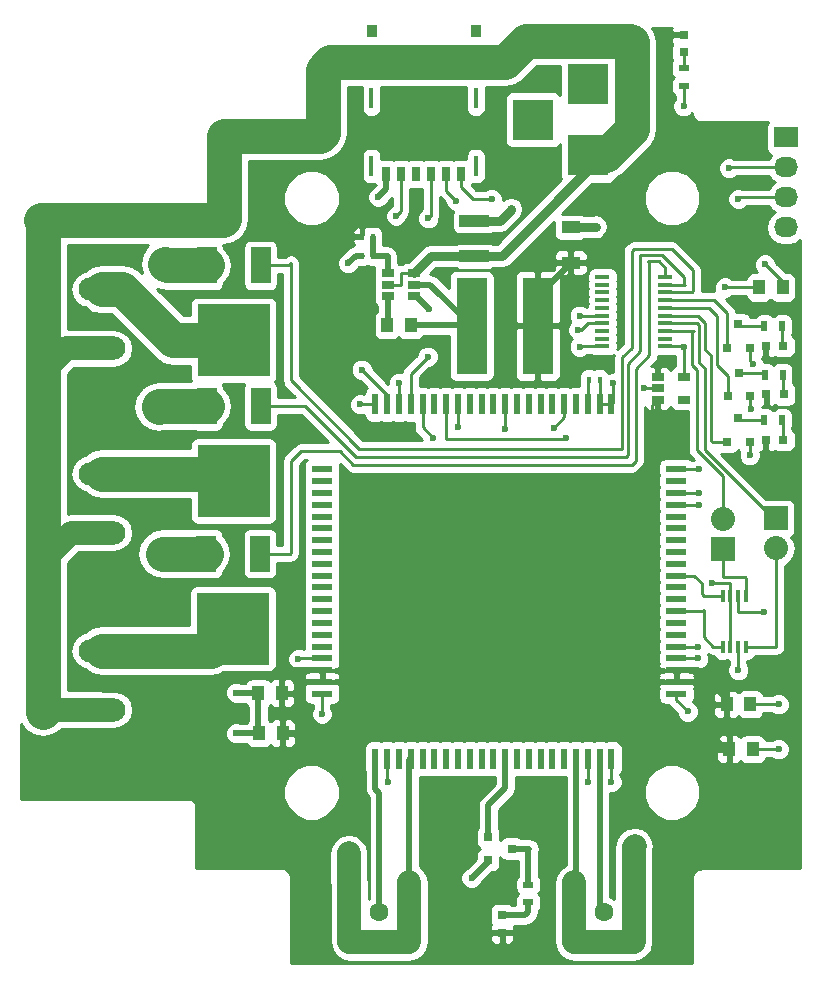
<source format=gtl>
G04 #@! TF.FileFunction,Copper,L1,Top,Signal*
%FSLAX46Y46*%
G04 Gerber Fmt 4.6, Leading zero omitted, Abs format (unit mm)*
G04 Created by KiCad (PCBNEW (2015-05-05 BZR 5645)-product) date Thursday, September 03, 2015 'pmt' 04:49:33 pm*
%MOMM*%
G01*
G04 APERTURE LIST*
%ADD10C,0.100000*%
%ADD11R,1.800000X0.600000*%
%ADD12R,0.600000X1.800000*%
%ADD13R,1.651000X3.048000*%
%ADD14R,6.096000X6.096000*%
%ADD15R,1.600000X1.000000*%
%ADD16R,1.000000X1.250000*%
%ADD17R,2.500000X1.000000*%
%ADD18R,3.500120X3.500120*%
%ADD19R,0.797560X0.797560*%
%ADD20R,2.600000X8.200000*%
%ADD21R,2.032000X1.727200*%
%ADD22O,2.032000X1.727200*%
%ADD23R,2.032000X2.032000*%
%ADD24O,2.032000X2.032000*%
%ADD25C,1.600200*%
%ADD26R,0.400000X0.600000*%
%ADD27R,0.900000X0.500000*%
%ADD28R,0.500000X0.900000*%
%ADD29R,1.060000X0.650000*%
%ADD30R,1.270000X0.406400*%
%ADD31R,0.400000X1.100000*%
%ADD32O,3.962400X1.981200*%
%ADD33R,0.900000X1.000000*%
%ADD34R,0.350000X1.800000*%
%ADD35R,0.650000X1.300000*%
%ADD36R,0.800100X0.800100*%
%ADD37C,0.600000*%
%ADD38C,0.250000*%
%ADD39C,0.500000*%
%ADD40C,2.000000*%
%ADD41C,3.000000*%
%ADD42C,0.800000*%
%ADD43C,0.254000*%
G04 APERTURE END LIST*
D10*
D11*
X151650000Y-119400000D03*
X121650000Y-100400000D03*
D12*
X126150000Y-124900000D03*
X146150000Y-94900000D03*
X145150000Y-94900000D03*
X144150000Y-94900000D03*
X143150000Y-94900000D03*
X142150000Y-94900000D03*
X141150000Y-94900000D03*
X140150000Y-94900000D03*
X139150000Y-94900000D03*
X138150000Y-94900000D03*
X137150000Y-94900000D03*
X136150000Y-94900000D03*
X135150000Y-94900000D03*
X134150000Y-94900000D03*
X133150000Y-94900000D03*
X132150000Y-94900000D03*
X131150000Y-94900000D03*
X130150000Y-94900000D03*
X129150000Y-94900000D03*
X128150000Y-94900000D03*
X127150000Y-94900000D03*
X126150000Y-94900000D03*
X127150000Y-124900000D03*
X128150000Y-124900000D03*
X129150000Y-124900000D03*
X130150000Y-124900000D03*
X131150000Y-124900000D03*
X132150000Y-124900000D03*
X133150000Y-124900000D03*
X134150000Y-124900000D03*
X135150000Y-124900000D03*
X136150000Y-124900000D03*
X137150000Y-124900000D03*
X138150000Y-124900000D03*
X139150000Y-124900000D03*
X140150000Y-124900000D03*
X141150000Y-124900000D03*
X142150000Y-124900000D03*
X143150000Y-124900000D03*
X144150000Y-124900000D03*
X145150000Y-124900000D03*
X146150000Y-124900000D03*
D11*
X121650000Y-101400000D03*
X121650000Y-102400000D03*
X121650000Y-103400000D03*
X121650000Y-104400000D03*
X121650000Y-105400000D03*
X121650000Y-106400000D03*
X121650000Y-107400000D03*
X121650000Y-108400000D03*
X121650000Y-109400000D03*
X121650000Y-110400000D03*
X121650000Y-111400000D03*
X121650000Y-112400000D03*
X121650000Y-113400000D03*
X121650000Y-114400000D03*
X121650000Y-115400000D03*
X121650000Y-116400000D03*
X121650000Y-117400000D03*
X121650000Y-118400000D03*
X121650000Y-119400000D03*
X151650000Y-118400000D03*
X151650000Y-117400000D03*
X151650000Y-116400000D03*
X151650000Y-115400000D03*
X151650000Y-114400000D03*
X151650000Y-113400000D03*
X151650000Y-112400000D03*
X151650000Y-111400000D03*
X151650000Y-110400000D03*
X151650000Y-109400000D03*
X151650000Y-108400000D03*
X151650000Y-107400000D03*
X151650000Y-106400000D03*
X151650000Y-105400000D03*
X151650000Y-104400000D03*
X151650000Y-103400000D03*
X151650000Y-102400000D03*
X151650000Y-101400000D03*
X151650000Y-100400000D03*
D13*
X116386000Y-107537000D03*
D14*
X114100000Y-113887000D03*
D13*
X111814000Y-107537000D03*
X116436000Y-95037000D03*
D14*
X114150000Y-101387000D03*
D13*
X111864000Y-95037000D03*
X116436000Y-83137000D03*
D14*
X114150000Y-89487000D03*
D13*
X111864000Y-83137000D03*
D15*
X142700000Y-82900000D03*
X142700000Y-79900000D03*
D16*
X127150000Y-88200000D03*
X129150000Y-88200000D03*
D17*
X134550000Y-82350000D03*
X134550000Y-79350000D03*
D16*
X155900000Y-120300000D03*
X157900000Y-120300000D03*
X116250000Y-119350000D03*
X118250000Y-119350000D03*
X158100000Y-124100000D03*
X156100000Y-124100000D03*
X118300000Y-122750000D03*
X116300000Y-122750000D03*
D18*
X144200000Y-73800140D03*
X144200000Y-67800660D03*
X139501000Y-70800400D03*
D19*
X136900000Y-138150700D03*
X136900000Y-139649300D03*
X160699300Y-97900000D03*
X159200700Y-97900000D03*
X152250000Y-65099300D03*
X152250000Y-63600700D03*
D20*
X134300000Y-88250000D03*
X139900000Y-88250000D03*
D21*
X160900000Y-72300000D03*
D22*
X160900000Y-74840000D03*
X160900000Y-77380000D03*
X160900000Y-79920000D03*
D23*
X160050000Y-104550000D03*
D24*
X160050000Y-107090000D03*
D23*
X155550000Y-107100000D03*
D24*
X155550000Y-104560000D03*
D25*
X123960000Y-135360000D03*
X123960000Y-140440000D03*
X129040000Y-135360000D03*
X129040000Y-140440000D03*
X126500000Y-137900000D03*
X142960000Y-135360000D03*
X142960000Y-140440000D03*
X148040000Y-135360000D03*
X148040000Y-140440000D03*
X145500000Y-137900000D03*
D26*
X125950000Y-80700000D03*
X125050000Y-80700000D03*
X125950000Y-82300000D03*
X125050000Y-82300000D03*
X144250000Y-92800000D03*
X145150000Y-92800000D03*
D27*
X139100000Y-137050000D03*
X139100000Y-135550000D03*
D28*
X160600000Y-96250000D03*
X159100000Y-96250000D03*
D27*
X152250000Y-66450000D03*
X152250000Y-67950000D03*
D29*
X129400000Y-85700000D03*
X129400000Y-84750000D03*
X129400000Y-83800000D03*
X127200000Y-83800000D03*
X127200000Y-85700000D03*
X127200000Y-84750000D03*
D30*
X150717000Y-89971000D03*
X150717000Y-89336000D03*
X150717000Y-88675600D03*
X150717000Y-88015200D03*
X150717000Y-87380200D03*
X150717000Y-86719800D03*
X150717000Y-86059400D03*
X150717000Y-85424400D03*
X150717000Y-84764000D03*
X150717000Y-84129000D03*
X145383000Y-84129000D03*
X145383000Y-84764000D03*
X145383000Y-85424400D03*
X145383000Y-86059400D03*
X145383000Y-86719800D03*
X145383000Y-87380200D03*
X145383000Y-88015200D03*
X145383000Y-88675600D03*
X145383000Y-89336000D03*
X145383000Y-89971000D03*
D16*
X158650000Y-85000000D03*
X160650000Y-85000000D03*
D29*
X150050000Y-92600000D03*
X150050000Y-93550000D03*
X150050000Y-94500000D03*
X152250000Y-94500000D03*
X152250000Y-92600000D03*
D31*
X157525000Y-111100000D03*
X156875000Y-111100000D03*
X156225000Y-111100000D03*
X155575000Y-111100000D03*
X155575000Y-115400000D03*
X156225000Y-115400000D03*
X156875000Y-115400000D03*
X157525000Y-115400000D03*
D32*
X103000000Y-120750000D03*
X103000000Y-115750000D03*
X103000000Y-105750000D03*
X103000000Y-100750000D03*
X103000000Y-90150000D03*
X103000000Y-85150000D03*
D33*
X125850000Y-63260000D03*
D34*
X125830000Y-68980000D03*
X134670000Y-68980000D03*
X125830000Y-74730000D03*
D35*
X129615000Y-75400000D03*
X130885000Y-75400000D03*
X128345000Y-75400000D03*
X127075000Y-75400000D03*
X132155000Y-75400000D03*
X133425000Y-75400000D03*
D34*
X134670000Y-74730000D03*
D33*
X134650000Y-63260000D03*
D19*
X160749300Y-94050000D03*
X159250700Y-94050000D03*
X160699300Y-89950000D03*
X159200700Y-89950000D03*
D28*
X160650000Y-92400000D03*
X159150000Y-92400000D03*
X160600000Y-88300000D03*
X159100000Y-88300000D03*
D36*
X156000000Y-94200760D03*
X157900000Y-94200760D03*
X156950000Y-92201780D03*
X155950000Y-90125761D03*
X157850000Y-90125761D03*
X156900000Y-88126781D03*
X135699240Y-131550000D03*
X135699240Y-133450000D03*
X137698220Y-132500000D03*
X155950000Y-98050760D03*
X157850000Y-98050760D03*
X156900000Y-96051780D03*
D37*
X150100000Y-96950000D03*
X150300000Y-91100000D03*
X159150000Y-83050000D03*
X123900000Y-132900000D03*
X160300000Y-120300000D03*
X160300000Y-124100000D03*
X148100000Y-132300000D03*
X130700000Y-86800000D03*
X114350000Y-122750000D03*
X114350000Y-119300000D03*
X134300000Y-135000000D03*
X108350000Y-83000000D03*
X107800000Y-95100000D03*
X108150000Y-107550000D03*
X123850000Y-82950000D03*
X126400000Y-77350000D03*
X137650000Y-78350000D03*
X144800000Y-79850000D03*
X143450000Y-90000000D03*
X146250000Y-93100000D03*
X148900000Y-93550000D03*
X153600000Y-100400000D03*
X153550000Y-102400000D03*
X153550000Y-103450000D03*
X153500000Y-115450000D03*
X153500000Y-116400000D03*
X152600000Y-120900000D03*
X146150000Y-126850000D03*
X144150000Y-126850000D03*
X127200000Y-126900000D03*
X121650000Y-121100000D03*
X119650000Y-116450000D03*
X159050000Y-112450000D03*
X124900000Y-94900000D03*
X157850000Y-99200000D03*
X158000000Y-95250000D03*
X158100000Y-91450000D03*
X133150000Y-96850000D03*
X137150000Y-96950000D03*
X141250000Y-96900000D03*
X152250000Y-69650000D03*
X156100000Y-74900000D03*
X143450000Y-87400000D03*
X156900000Y-77500000D03*
X143350000Y-88600000D03*
X130600000Y-90850000D03*
X130650000Y-79150000D03*
X136000000Y-77500000D03*
X131050000Y-97750000D03*
X127900000Y-78950000D03*
X125000000Y-91950000D03*
X133000000Y-77650000D03*
X128200000Y-93050000D03*
X155750000Y-85000000D03*
X156900000Y-117400000D03*
X152250000Y-90050000D03*
X154650000Y-110050000D03*
X142300000Y-97750000D03*
D38*
X151650000Y-117400000D02*
X148250000Y-117400000D01*
X149600000Y-94950000D02*
X150050000Y-94500000D01*
X149600000Y-116050000D02*
X149600000Y-94950000D01*
X148250000Y-117400000D02*
X149600000Y-116050000D01*
X150050000Y-91350000D02*
X150300000Y-91100000D01*
X150050000Y-92600000D02*
X150050000Y-91350000D01*
D39*
X139900000Y-85700000D02*
X142700000Y-82900000D01*
X139900000Y-88250000D02*
X139900000Y-85700000D01*
X118250000Y-118200000D02*
X119050000Y-117400000D01*
X119050000Y-117400000D02*
X121650000Y-117400000D01*
X118250000Y-119350000D02*
X118250000Y-118200000D01*
X119700000Y-122750000D02*
X119650000Y-122700000D01*
X119650000Y-122700000D02*
X119650000Y-118850000D01*
X119650000Y-118850000D02*
X120100000Y-118400000D01*
X120100000Y-118400000D02*
X121650000Y-118400000D01*
X118300000Y-122750000D02*
X119700000Y-122750000D01*
X153500000Y-117400000D02*
X151650000Y-117400000D01*
X155900000Y-119800000D02*
X153500000Y-117400000D01*
X155900000Y-120300000D02*
X155900000Y-119800000D01*
X153100000Y-118400000D02*
X151650000Y-118400000D01*
X153950000Y-119250000D02*
X153100000Y-118400000D01*
X153950000Y-122250000D02*
X153950000Y-119250000D01*
X155800000Y-124100000D02*
X153950000Y-122250000D01*
X156100000Y-124100000D02*
X155800000Y-124100000D01*
D38*
X160650000Y-85000000D02*
X160650000Y-84550000D01*
X160650000Y-84550000D02*
X159150000Y-83050000D01*
D40*
X123900000Y-135300000D02*
X123900000Y-132900000D01*
D38*
X157900000Y-120300000D02*
X160300000Y-120300000D01*
X158100000Y-124100000D02*
X160300000Y-124100000D01*
D40*
X129040000Y-140440000D02*
X123960000Y-140440000D01*
X123960000Y-140440000D02*
X123960000Y-135360000D01*
X123960000Y-135360000D02*
X123900000Y-135300000D01*
X148040000Y-135360000D02*
X148040000Y-132360000D01*
X148040000Y-132360000D02*
X148100000Y-132300000D01*
X142960000Y-140440000D02*
X148040000Y-140440000D01*
X148040000Y-140440000D02*
X148040000Y-135360000D01*
D38*
X143500000Y-134820000D02*
X142960000Y-135360000D01*
X129500000Y-134900000D02*
X129040000Y-135360000D01*
D40*
X129040000Y-135360000D02*
X129040000Y-140440000D01*
X142960000Y-135360000D02*
X142960000Y-140440000D01*
D39*
X129600000Y-85700000D02*
X130700000Y-86800000D01*
X129400000Y-85700000D02*
X129600000Y-85700000D01*
X116250000Y-122700000D02*
X116300000Y-122750000D01*
X116250000Y-119350000D02*
X116250000Y-122700000D01*
X116300000Y-122750000D02*
X114350000Y-122750000D01*
X114400000Y-119350000D02*
X114350000Y-119300000D01*
X116250000Y-119350000D02*
X114400000Y-119350000D01*
X143150000Y-135170000D02*
X142960000Y-135360000D01*
X143150000Y-124900000D02*
X143150000Y-135170000D01*
X129040000Y-125010000D02*
X129150000Y-124900000D01*
X129040000Y-135360000D02*
X129040000Y-125010000D01*
X135699240Y-133600760D02*
X134300000Y-135000000D01*
X135699240Y-133450000D02*
X135699240Y-133600760D01*
D41*
X108487000Y-83137000D02*
X108350000Y-83000000D01*
X111864000Y-83137000D02*
X108487000Y-83137000D01*
X107863000Y-95037000D02*
X107800000Y-95100000D01*
X111864000Y-95037000D02*
X107863000Y-95037000D01*
X108163000Y-107537000D02*
X108150000Y-107550000D01*
X111814000Y-107537000D02*
X108163000Y-107537000D01*
D39*
X124500000Y-82300000D02*
X123850000Y-82950000D01*
X125050000Y-82300000D02*
X124500000Y-82300000D01*
X127075000Y-76675000D02*
X126400000Y-77350000D01*
X127075000Y-75400000D02*
X127075000Y-76675000D01*
D42*
X136700000Y-79350000D02*
X137650000Y-78400000D01*
X137650000Y-78400000D02*
X137650000Y-78350000D01*
X134550000Y-79350000D02*
X136700000Y-79350000D01*
X144750000Y-79900000D02*
X144800000Y-79850000D01*
X142700000Y-79900000D02*
X144750000Y-79900000D01*
D38*
X143479000Y-89971000D02*
X143450000Y-90000000D01*
X145383000Y-89971000D02*
X143479000Y-89971000D01*
X146250000Y-94800000D02*
X146250000Y-93100000D01*
X146150000Y-94900000D02*
X146250000Y-94800000D01*
X145150000Y-94900000D02*
X146150000Y-94900000D01*
X145150000Y-92800000D02*
X145150000Y-94900000D01*
X150050000Y-93550000D02*
X148900000Y-93550000D01*
X151650000Y-100400000D02*
X153600000Y-100400000D01*
X151650000Y-102400000D02*
X153550000Y-102400000D01*
X153500000Y-103400000D02*
X153550000Y-103450000D01*
X151650000Y-103400000D02*
X153500000Y-103400000D01*
X153450000Y-115400000D02*
X153500000Y-115450000D01*
X151650000Y-115400000D02*
X153450000Y-115400000D01*
X151650000Y-116400000D02*
X153500000Y-116400000D01*
X151650000Y-119950000D02*
X152600000Y-120900000D01*
X151650000Y-119400000D02*
X151650000Y-119950000D01*
X146150000Y-124900000D02*
X146150000Y-126850000D01*
X144150000Y-124900000D02*
X144150000Y-126850000D01*
X127150000Y-126850000D02*
X127200000Y-126900000D01*
X127150000Y-124900000D02*
X127150000Y-126850000D01*
X121650000Y-119400000D02*
X121650000Y-121100000D01*
X119700000Y-116400000D02*
X119650000Y-116450000D01*
X121650000Y-116400000D02*
X119700000Y-116400000D01*
X156875000Y-112475000D02*
X156900000Y-112450000D01*
X156900000Y-112450000D02*
X159050000Y-112450000D01*
X156875000Y-111100000D02*
X156875000Y-112475000D01*
X126150000Y-94900000D02*
X124900000Y-94900000D01*
X157850000Y-98050760D02*
X157850000Y-99200000D01*
X157900000Y-95150000D02*
X158000000Y-95250000D01*
X157900000Y-94200760D02*
X157900000Y-95150000D01*
X157850000Y-91200000D02*
X158100000Y-91450000D01*
X157850000Y-90125761D02*
X157850000Y-91200000D01*
X133150000Y-94900000D02*
X133150000Y-96850000D01*
X137150000Y-94900000D02*
X137150000Y-96950000D01*
X142150000Y-96000000D02*
X141250000Y-96900000D01*
X142150000Y-94900000D02*
X142150000Y-96000000D01*
X152250000Y-67950000D02*
X152250000Y-69650000D01*
D39*
X127200000Y-88150000D02*
X127150000Y-88200000D01*
X127200000Y-85700000D02*
X127200000Y-88150000D01*
X130800000Y-84750000D02*
X134300000Y-88250000D01*
X129400000Y-84750000D02*
X130800000Y-84750000D01*
X134250000Y-88200000D02*
X134300000Y-88250000D01*
X129150000Y-88200000D02*
X134250000Y-88200000D01*
X139100000Y-137900000D02*
X138849300Y-138150700D01*
X138849300Y-138150700D02*
X136900000Y-138150700D01*
X139100000Y-137050000D02*
X139100000Y-137900000D01*
D38*
X160699300Y-96349300D02*
X160600000Y-96250000D01*
X160699300Y-97900000D02*
X160699300Y-96349300D01*
X152250000Y-66450000D02*
X152250000Y-65099300D01*
D41*
X112237000Y-115750000D02*
X114100000Y-113887000D01*
X103000000Y-115750000D02*
X112237000Y-115750000D01*
D38*
X145383000Y-87380200D02*
X143469800Y-87380200D01*
X156160000Y-74840000D02*
X160900000Y-74840000D01*
X156100000Y-74900000D02*
X156160000Y-74840000D01*
X143469800Y-87380200D02*
X143450000Y-87400000D01*
X145383000Y-88015200D02*
X144134800Y-88015200D01*
X157020000Y-77380000D02*
X160900000Y-77380000D01*
X156900000Y-77500000D02*
X157020000Y-77380000D01*
X143550000Y-88600000D02*
X143350000Y-88600000D01*
X144134800Y-88015200D02*
X143550000Y-88600000D01*
X150717000Y-88015200D02*
X153415200Y-88015200D01*
X154050000Y-98800000D02*
X159800000Y-104550000D01*
X154050000Y-91850000D02*
X154050000Y-98800000D01*
X153600000Y-91400000D02*
X154050000Y-91850000D01*
X153600000Y-88200000D02*
X153600000Y-91400000D01*
X153415200Y-88015200D02*
X153600000Y-88200000D01*
X159800000Y-104550000D02*
X160050000Y-104550000D01*
X160100000Y-115400000D02*
X160050000Y-115350000D01*
X160050000Y-115350000D02*
X160050000Y-107090000D01*
X157525000Y-115400000D02*
X160100000Y-115400000D01*
X157525000Y-109625000D02*
X157450000Y-109550000D01*
X157450000Y-109550000D02*
X155600000Y-109550000D01*
X155600000Y-109550000D02*
X155550000Y-109500000D01*
X155550000Y-109500000D02*
X155550000Y-107100000D01*
X157525000Y-111100000D02*
X157525000Y-109625000D01*
X150717000Y-88675600D02*
X153125600Y-88675600D01*
X155550000Y-100950000D02*
X155550000Y-104560000D01*
X153350000Y-98750000D02*
X155550000Y-100950000D01*
X153350000Y-91950000D02*
X153350000Y-98750000D01*
X153000000Y-91600000D02*
X153350000Y-91950000D01*
X153000000Y-88801200D02*
X153000000Y-91600000D01*
X153125600Y-88675600D02*
X153000000Y-88801200D01*
X129150000Y-92300000D02*
X130600000Y-90850000D01*
X130650000Y-79150000D02*
X130885000Y-78915000D01*
X130885000Y-78915000D02*
X130885000Y-75400000D01*
X129150000Y-94900000D02*
X129150000Y-92300000D01*
X133425000Y-76525000D02*
X134400000Y-77500000D01*
X134400000Y-77500000D02*
X135900000Y-77500000D01*
X135900000Y-77500000D02*
X136000000Y-77500000D01*
X131050000Y-97750000D02*
X130150000Y-96850000D01*
X130150000Y-96850000D02*
X130150000Y-94900000D01*
X133425000Y-75400000D02*
X133425000Y-76525000D01*
X128345000Y-78505000D02*
X128345000Y-75400000D01*
X127900000Y-78950000D02*
X128345000Y-78505000D01*
X127150000Y-94100000D02*
X125000000Y-91950000D01*
X127150000Y-94900000D02*
X127150000Y-94100000D01*
X132155000Y-76805000D02*
X133000000Y-77650000D01*
X128200000Y-93050000D02*
X128150000Y-93100000D01*
X128150000Y-93100000D02*
X128150000Y-94900000D01*
X132155000Y-75400000D02*
X132155000Y-76805000D01*
D39*
X126500000Y-127800000D02*
X126150000Y-127450000D01*
X126150000Y-127450000D02*
X126150000Y-124900000D01*
X126500000Y-137900000D02*
X126500000Y-127800000D01*
X145150000Y-137550000D02*
X145500000Y-137900000D01*
X145150000Y-124900000D02*
X145150000Y-137550000D01*
D38*
X150717000Y-83333000D02*
X150184000Y-82800000D01*
X150184000Y-82800000D02*
X149200000Y-82800000D01*
X149200000Y-82800000D02*
X149350000Y-82950000D01*
X149350000Y-82950000D02*
X149350000Y-90750000D01*
X149350000Y-90750000D02*
X148200000Y-91900000D01*
X148200000Y-91900000D02*
X148200000Y-99700000D01*
X148200000Y-99700000D02*
X147900000Y-100000000D01*
X147900000Y-100000000D02*
X124300000Y-100000000D01*
X124300000Y-100000000D02*
X123150000Y-98850000D01*
X123150000Y-98850000D02*
X119850000Y-98850000D01*
X119850000Y-98850000D02*
X119000000Y-99700000D01*
X119000000Y-99700000D02*
X119000000Y-107500000D01*
X119000000Y-107500000D02*
X118963000Y-107537000D01*
X118963000Y-107537000D02*
X116386000Y-107537000D01*
X150717000Y-84129000D02*
X150717000Y-83333000D01*
D39*
X135699240Y-128850760D02*
X137150000Y-127400000D01*
X137150000Y-127400000D02*
X137150000Y-124900000D01*
X135699240Y-131550000D02*
X135699240Y-128850760D01*
X139200000Y-132500000D02*
X139100000Y-132600000D01*
X139100000Y-132600000D02*
X139100000Y-135550000D01*
X137698220Y-132500000D02*
X139200000Y-132500000D01*
D38*
X154550000Y-91100000D02*
X154550000Y-90750000D01*
X153480200Y-87380200D02*
X150717000Y-87380200D01*
X154100000Y-88000000D02*
X153480200Y-87380200D01*
X154100000Y-90300000D02*
X154100000Y-88000000D01*
X154550000Y-90750000D02*
X154100000Y-90300000D01*
X155950000Y-98050760D02*
X154699240Y-98050760D01*
X154550000Y-97901520D02*
X154550000Y-91100000D01*
X154550000Y-91100000D02*
X154550000Y-91050000D01*
X154699240Y-98050760D02*
X154550000Y-97901520D01*
X157098220Y-96250000D02*
X156900000Y-96051780D01*
X159100000Y-96250000D02*
X157098220Y-96250000D01*
D39*
X125950000Y-80700000D02*
X125950000Y-82300000D01*
X127200000Y-82350000D02*
X127150000Y-82300000D01*
X127150000Y-82300000D02*
X125950000Y-82300000D01*
X127200000Y-83800000D02*
X127200000Y-82350000D01*
D38*
X144150000Y-92900000D02*
X144250000Y-92800000D01*
X144150000Y-94900000D02*
X144150000Y-92900000D01*
D41*
X113513000Y-100750000D02*
X114150000Y-101387000D01*
X103000000Y-100750000D02*
X113513000Y-100750000D01*
X109037000Y-89487000D02*
X114150000Y-89487000D01*
X104700000Y-85150000D02*
X109037000Y-89487000D01*
X103000000Y-85150000D02*
X104700000Y-85150000D01*
D38*
X152386000Y-84764000D02*
X152300000Y-84678000D01*
X152300000Y-84678000D02*
X152300000Y-84150000D01*
X152300000Y-84150000D02*
X150400000Y-82250000D01*
X150400000Y-82250000D02*
X148600000Y-82250000D01*
X148600000Y-82250000D02*
X148600000Y-90400000D01*
X148600000Y-90400000D02*
X147550000Y-91450000D01*
X147550000Y-91450000D02*
X147550000Y-99200000D01*
X147550000Y-99200000D02*
X147400000Y-99350000D01*
X147400000Y-99350000D02*
X124500000Y-99350000D01*
X124500000Y-99350000D02*
X120187000Y-95037000D01*
X120187000Y-95037000D02*
X116436000Y-95037000D01*
X150717000Y-84764000D02*
X152386000Y-84764000D01*
X152925600Y-85424400D02*
X153050000Y-85300000D01*
X153050000Y-85300000D02*
X153050000Y-83550000D01*
X153050000Y-83550000D02*
X151250000Y-81750000D01*
X151250000Y-81750000D02*
X148050000Y-81750000D01*
X148050000Y-81750000D02*
X147850000Y-81950000D01*
X147850000Y-81950000D02*
X147850000Y-90100000D01*
X147850000Y-90100000D02*
X147050000Y-90900000D01*
X147050000Y-90900000D02*
X147050000Y-98700000D01*
X147050000Y-98700000D02*
X147000000Y-98650000D01*
X147000000Y-98650000D02*
X124800000Y-98650000D01*
X124800000Y-98650000D02*
X119000000Y-92850000D01*
X119000000Y-92850000D02*
X119000000Y-82950000D01*
X119000000Y-82950000D02*
X118813000Y-83137000D01*
X118813000Y-83137000D02*
X116436000Y-83137000D01*
X150717000Y-85424400D02*
X152925600Y-85424400D01*
D42*
X144200000Y-73800140D02*
X144200000Y-75050000D01*
X144200000Y-75050000D02*
X136900000Y-82350000D01*
X136900000Y-82350000D02*
X134550000Y-82350000D01*
D41*
X98000000Y-92150000D02*
X98000000Y-108150000D01*
D40*
X103000000Y-90150000D02*
X100000000Y-90150000D01*
X100000000Y-90150000D02*
X98000000Y-92150000D01*
X100400000Y-105750000D02*
X98000000Y-108150000D01*
X103000000Y-105750000D02*
X100400000Y-105750000D01*
X98000000Y-120750000D02*
X98000000Y-120950000D01*
D41*
X98000000Y-120950000D02*
X98000000Y-108150000D01*
D40*
X103000000Y-120750000D02*
X98000000Y-120750000D01*
D41*
X144200000Y-73800140D02*
X145599860Y-73800140D01*
D42*
X136850000Y-82350000D02*
X130850000Y-82350000D01*
X130850000Y-82350000D02*
X129400000Y-83800000D01*
X144200000Y-75000000D02*
X136850000Y-82350000D01*
X144200000Y-73800140D02*
X144200000Y-75000000D01*
D38*
X128350000Y-84750000D02*
X128350000Y-83750000D01*
X128350000Y-83750000D02*
X128400000Y-83800000D01*
X128400000Y-83800000D02*
X129400000Y-83800000D01*
X127200000Y-84750000D02*
X128350000Y-84750000D01*
D41*
X147900000Y-71600000D02*
X147900000Y-64250000D01*
X147900000Y-64250000D02*
X147750000Y-64100000D01*
X147750000Y-64100000D02*
X138950000Y-64100000D01*
X98000000Y-79450000D02*
X98000000Y-92150000D01*
X97850000Y-79300000D02*
X98000000Y-79450000D01*
X113250000Y-79300000D02*
X97850000Y-79300000D01*
X113350000Y-79200000D02*
X113250000Y-79300000D01*
X113350000Y-72150000D02*
X113350000Y-79200000D01*
X121450000Y-72150000D02*
X113350000Y-72150000D01*
X121700000Y-71900000D02*
X121450000Y-72150000D01*
X121700000Y-66550000D02*
X121700000Y-71900000D01*
X122350000Y-65900000D02*
X121700000Y-66550000D01*
X137150000Y-65900000D02*
X122350000Y-65900000D01*
X138950000Y-64100000D02*
X137150000Y-65900000D01*
X145699860Y-73800140D02*
X147900000Y-71600000D01*
X144200000Y-73800140D02*
X145699860Y-73800140D01*
D38*
X158650000Y-85000000D02*
X155800000Y-85000000D01*
X155800000Y-85000000D02*
X155750000Y-85000000D01*
X156875000Y-117375000D02*
X156875000Y-115400000D01*
X156900000Y-117400000D02*
X156875000Y-117375000D01*
X152225000Y-90025000D02*
X152250000Y-90050000D01*
X152225000Y-90025000D02*
X152171000Y-89971000D01*
X152171000Y-89971000D02*
X150717000Y-89971000D01*
X152250000Y-92600000D02*
X152250000Y-90050000D01*
X156225000Y-115400000D02*
X156225000Y-111100000D01*
X156225000Y-110075000D02*
X156200000Y-110050000D01*
X156200000Y-110050000D02*
X154650000Y-110050000D01*
X142300000Y-97750000D02*
X142250000Y-97800000D01*
X142250000Y-97800000D02*
X132150000Y-97800000D01*
X132150000Y-97800000D02*
X132150000Y-94900000D01*
X156225000Y-111100000D02*
X156225000Y-110075000D01*
X154750000Y-115400000D02*
X153950000Y-114600000D01*
X153950000Y-114600000D02*
X153950000Y-112300000D01*
X153950000Y-112300000D02*
X153850000Y-112400000D01*
X153850000Y-112400000D02*
X151650000Y-112400000D01*
X155575000Y-115400000D02*
X154750000Y-115400000D01*
X153150000Y-109400000D02*
X153800000Y-110050000D01*
X153800000Y-110050000D02*
X153800000Y-110950000D01*
X153800000Y-110950000D02*
X153950000Y-111100000D01*
X153950000Y-111100000D02*
X155575000Y-111100000D01*
X151650000Y-109400000D02*
X153150000Y-109400000D01*
X160650000Y-93950700D02*
X160749300Y-94050000D01*
X160650000Y-92400000D02*
X160650000Y-93950700D01*
X160600000Y-89850700D02*
X160699300Y-89950000D01*
X160600000Y-88300000D02*
X160600000Y-89850700D01*
X158951780Y-92201780D02*
X159150000Y-92400000D01*
X156950000Y-92201780D02*
X158951780Y-92201780D01*
X157073219Y-88300000D02*
X156900000Y-88126781D01*
X159100000Y-88300000D02*
X157073219Y-88300000D01*
X156000000Y-94200760D02*
X156000000Y-92500000D01*
X154369800Y-86719800D02*
X150717000Y-86719800D01*
X155100000Y-87450000D02*
X154369800Y-86719800D01*
X155100000Y-91600000D02*
X155100000Y-87450000D01*
X156000000Y-92500000D02*
X155100000Y-91600000D01*
X155950000Y-90125761D02*
X155950000Y-87150000D01*
X154859400Y-86059400D02*
X150717000Y-86059400D01*
X155950000Y-87150000D02*
X154859400Y-86059400D01*
D43*
G36*
X151490000Y-91672184D02*
X151477877Y-91674537D01*
X151265073Y-91814327D01*
X151148212Y-91987450D01*
X151118327Y-91915301D01*
X150939698Y-91736673D01*
X150706309Y-91640000D01*
X150335750Y-91640000D01*
X150177000Y-91798750D01*
X150177000Y-92473000D01*
X150197000Y-92473000D01*
X150197000Y-92577560D01*
X149903000Y-92577560D01*
X149903000Y-92473000D01*
X149923000Y-92473000D01*
X149923000Y-91798750D01*
X149764250Y-91640000D01*
X149534802Y-91640000D01*
X149887401Y-91287401D01*
X150052148Y-91040839D01*
X150095749Y-90821640D01*
X151352000Y-90821640D01*
X151490000Y-90794865D01*
X151490000Y-91672184D01*
X151490000Y-91672184D01*
G37*
X151490000Y-91672184D02*
X151477877Y-91674537D01*
X151265073Y-91814327D01*
X151148212Y-91987450D01*
X151118327Y-91915301D01*
X150939698Y-91736673D01*
X150706309Y-91640000D01*
X150335750Y-91640000D01*
X150177000Y-91798750D01*
X150177000Y-92473000D01*
X150197000Y-92473000D01*
X150197000Y-92577560D01*
X149903000Y-92577560D01*
X149903000Y-92473000D01*
X149923000Y-92473000D01*
X149923000Y-91798750D01*
X149764250Y-91640000D01*
X149534802Y-91640000D01*
X149887401Y-91287401D01*
X150052148Y-91040839D01*
X150095749Y-90821640D01*
X151352000Y-90821640D01*
X151490000Y-90794865D01*
X151490000Y-91672184D01*
G36*
X162090000Y-134190000D02*
X161235162Y-134190000D01*
X161235162Y-123914833D01*
X161235162Y-120114833D01*
X161093117Y-119771057D01*
X160830327Y-119507808D01*
X160486799Y-119365162D01*
X160114833Y-119364838D01*
X159771057Y-119506883D01*
X159737882Y-119540000D01*
X159021247Y-119540000D01*
X159000463Y-119432877D01*
X158860673Y-119220073D01*
X158649640Y-119077623D01*
X158400000Y-119027560D01*
X157400000Y-119027560D01*
X157157877Y-119074537D01*
X156945073Y-119214327D01*
X156901662Y-119278637D01*
X156759698Y-119136673D01*
X156526309Y-119040000D01*
X156185750Y-119040000D01*
X156027000Y-119198750D01*
X156027000Y-120173000D01*
X156047000Y-120173000D01*
X156047000Y-120427000D01*
X156027000Y-120427000D01*
X156027000Y-121401250D01*
X156185750Y-121560000D01*
X156526309Y-121560000D01*
X156759698Y-121463327D01*
X156901176Y-121321849D01*
X156939327Y-121379927D01*
X157150360Y-121522377D01*
X157400000Y-121572440D01*
X158400000Y-121572440D01*
X158642123Y-121525463D01*
X158854927Y-121385673D01*
X158997377Y-121174640D01*
X159020366Y-121060000D01*
X159737537Y-121060000D01*
X159769673Y-121092192D01*
X160113201Y-121234838D01*
X160485167Y-121235162D01*
X160828943Y-121093117D01*
X161092192Y-120830327D01*
X161234838Y-120486799D01*
X161235162Y-120114833D01*
X161235162Y-123914833D01*
X161093117Y-123571057D01*
X160830327Y-123307808D01*
X160486799Y-123165162D01*
X160114833Y-123164838D01*
X159771057Y-123306883D01*
X159737882Y-123340000D01*
X159221247Y-123340000D01*
X159200463Y-123232877D01*
X159060673Y-123020073D01*
X158849640Y-122877623D01*
X158600000Y-122827560D01*
X157600000Y-122827560D01*
X157357877Y-122874537D01*
X157145073Y-123014327D01*
X157101662Y-123078637D01*
X156959698Y-122936673D01*
X156726309Y-122840000D01*
X156385750Y-122840000D01*
X156227000Y-122998750D01*
X156227000Y-123973000D01*
X156247000Y-123973000D01*
X156247000Y-124227000D01*
X156227000Y-124227000D01*
X156227000Y-125201250D01*
X156385750Y-125360000D01*
X156726309Y-125360000D01*
X156959698Y-125263327D01*
X157101176Y-125121849D01*
X157139327Y-125179927D01*
X157350360Y-125322377D01*
X157600000Y-125372440D01*
X158600000Y-125372440D01*
X158842123Y-125325463D01*
X159054927Y-125185673D01*
X159197377Y-124974640D01*
X159220366Y-124860000D01*
X159737537Y-124860000D01*
X159769673Y-124892192D01*
X160113201Y-125034838D01*
X160485167Y-125035162D01*
X160828943Y-124893117D01*
X161092192Y-124630327D01*
X161234838Y-124286799D01*
X161235162Y-123914833D01*
X161235162Y-134190000D01*
X155973000Y-134190000D01*
X155973000Y-125201250D01*
X155973000Y-124227000D01*
X155973000Y-123973000D01*
X155973000Y-122998750D01*
X155814250Y-122840000D01*
X155773000Y-122840000D01*
X155773000Y-121401250D01*
X155773000Y-120427000D01*
X155773000Y-120173000D01*
X155773000Y-119198750D01*
X155614250Y-119040000D01*
X155273691Y-119040000D01*
X155040302Y-119136673D01*
X154861673Y-119315301D01*
X154765000Y-119548690D01*
X154765000Y-119801309D01*
X154765000Y-120014250D01*
X154923750Y-120173000D01*
X155773000Y-120173000D01*
X155773000Y-120427000D01*
X154923750Y-120427000D01*
X154765000Y-120585750D01*
X154765000Y-120798691D01*
X154765000Y-121051310D01*
X154861673Y-121284699D01*
X155040302Y-121463327D01*
X155273691Y-121560000D01*
X155614250Y-121560000D01*
X155773000Y-121401250D01*
X155773000Y-122840000D01*
X155473691Y-122840000D01*
X155240302Y-122936673D01*
X155061673Y-123115301D01*
X154965000Y-123348690D01*
X154965000Y-123601309D01*
X154965000Y-123814250D01*
X155123750Y-123973000D01*
X155973000Y-123973000D01*
X155973000Y-124227000D01*
X155123750Y-124227000D01*
X154965000Y-124385750D01*
X154965000Y-124598691D01*
X154965000Y-124851310D01*
X155061673Y-125084699D01*
X155240302Y-125263327D01*
X155473691Y-125360000D01*
X155814250Y-125360000D01*
X155973000Y-125201250D01*
X155973000Y-134190000D01*
X153700000Y-134190000D01*
X153635413Y-134202847D01*
X153635413Y-127277675D01*
X153535162Y-127035048D01*
X153535162Y-120714833D01*
X153393117Y-120371057D01*
X153130327Y-120107808D01*
X153060252Y-120078710D01*
X153147377Y-119949640D01*
X153197440Y-119700000D01*
X153197440Y-119100000D01*
X153157309Y-118893161D01*
X153185000Y-118826310D01*
X153185000Y-118685750D01*
X153185000Y-118114250D01*
X153185000Y-117973690D01*
X153154476Y-117900000D01*
X153185000Y-117826310D01*
X153185000Y-117685750D01*
X153026250Y-117527000D01*
X152825990Y-117527000D01*
X152676309Y-117465000D01*
X151935750Y-117465000D01*
X151873750Y-117527000D01*
X151777000Y-117527000D01*
X151777000Y-117623750D01*
X151777000Y-118176250D01*
X151777000Y-118273000D01*
X151873750Y-118273000D01*
X151935750Y-118335000D01*
X152676309Y-118335000D01*
X152825990Y-118273000D01*
X153026250Y-118273000D01*
X153185000Y-118114250D01*
X153185000Y-118685750D01*
X153026250Y-118527000D01*
X152835753Y-118527000D01*
X152799640Y-118502623D01*
X152550000Y-118452560D01*
X151523000Y-118452560D01*
X151523000Y-118273000D01*
X151523000Y-118176250D01*
X151523000Y-117623750D01*
X151523000Y-117527000D01*
X151426250Y-117527000D01*
X151364250Y-117465000D01*
X150623691Y-117465000D01*
X150474009Y-117527000D01*
X150273750Y-117527000D01*
X150115000Y-117685750D01*
X150115000Y-117826310D01*
X150145523Y-117900000D01*
X150115000Y-117973690D01*
X150115000Y-118114250D01*
X150273750Y-118273000D01*
X150474009Y-118273000D01*
X150623691Y-118335000D01*
X151364250Y-118335000D01*
X151426250Y-118273000D01*
X151523000Y-118273000D01*
X151523000Y-118452560D01*
X150750000Y-118452560D01*
X150507877Y-118499537D01*
X150466069Y-118527000D01*
X150273750Y-118527000D01*
X150115000Y-118685750D01*
X150115000Y-118826310D01*
X150143599Y-118895355D01*
X150102560Y-119100000D01*
X150102560Y-119700000D01*
X150149537Y-119942123D01*
X150289327Y-120154927D01*
X150500360Y-120297377D01*
X150750000Y-120347440D01*
X151019080Y-120347440D01*
X151112599Y-120487401D01*
X151664877Y-121039679D01*
X151664838Y-121085167D01*
X151806883Y-121428943D01*
X152069673Y-121692192D01*
X152413201Y-121834838D01*
X152785167Y-121835162D01*
X153128943Y-121693117D01*
X153392192Y-121430327D01*
X153534838Y-121086799D01*
X153535162Y-120714833D01*
X153535162Y-127035048D01*
X153273084Y-126400771D01*
X152602758Y-125729274D01*
X151726487Y-125365415D01*
X150777675Y-125364587D01*
X149900771Y-125726916D01*
X149229274Y-126397242D01*
X148865415Y-127273513D01*
X148864587Y-128222325D01*
X149226916Y-129099229D01*
X149897242Y-129770726D01*
X150773513Y-130134585D01*
X151722325Y-130135413D01*
X152599229Y-129773084D01*
X153270726Y-129102758D01*
X153634585Y-128226487D01*
X153635413Y-127277675D01*
X153635413Y-134202847D01*
X153428295Y-134244046D01*
X153197954Y-134397954D01*
X153044046Y-134628295D01*
X152990000Y-134900000D01*
X152990000Y-142190000D01*
X149735001Y-142190000D01*
X149735001Y-132300000D01*
X149610543Y-131674312D01*
X149256120Y-131143880D01*
X148725688Y-130789457D01*
X148100000Y-130664999D01*
X147474312Y-130789457D01*
X146943881Y-131143880D01*
X146883880Y-131203880D01*
X146529457Y-131734312D01*
X146404999Y-132360000D01*
X146405000Y-132360005D01*
X146405000Y-135360000D01*
X146405000Y-136775269D01*
X146313980Y-136684091D01*
X146035000Y-136568248D01*
X146035000Y-127784900D01*
X146335167Y-127785162D01*
X146678943Y-127643117D01*
X146942192Y-127380327D01*
X147084838Y-127036799D01*
X147085162Y-126664833D01*
X146943117Y-126321057D01*
X146910000Y-126287882D01*
X146910000Y-126253157D01*
X147047377Y-126049640D01*
X147097440Y-125800000D01*
X147097440Y-124000000D01*
X147050463Y-123757877D01*
X146910673Y-123545073D01*
X146699640Y-123402623D01*
X146450000Y-123352560D01*
X145850000Y-123352560D01*
X145646695Y-123392005D01*
X145450000Y-123352560D01*
X144850000Y-123352560D01*
X144646695Y-123392005D01*
X144450000Y-123352560D01*
X143850000Y-123352560D01*
X143646695Y-123392005D01*
X143450000Y-123352560D01*
X142850000Y-123352560D01*
X142646695Y-123392005D01*
X142450000Y-123352560D01*
X141850000Y-123352560D01*
X141646695Y-123392005D01*
X141450000Y-123352560D01*
X140850000Y-123352560D01*
X140646695Y-123392005D01*
X140450000Y-123352560D01*
X139850000Y-123352560D01*
X139646695Y-123392005D01*
X139450000Y-123352560D01*
X138850000Y-123352560D01*
X138646695Y-123392005D01*
X138450000Y-123352560D01*
X137850000Y-123352560D01*
X137646695Y-123392005D01*
X137450000Y-123352560D01*
X136850000Y-123352560D01*
X136646695Y-123392005D01*
X136450000Y-123352560D01*
X135850000Y-123352560D01*
X135646695Y-123392005D01*
X135450000Y-123352560D01*
X134850000Y-123352560D01*
X134646695Y-123392005D01*
X134450000Y-123352560D01*
X133850000Y-123352560D01*
X133646695Y-123392005D01*
X133450000Y-123352560D01*
X132850000Y-123352560D01*
X132646695Y-123392005D01*
X132450000Y-123352560D01*
X131850000Y-123352560D01*
X131646695Y-123392005D01*
X131450000Y-123352560D01*
X130850000Y-123352560D01*
X130646695Y-123392005D01*
X130450000Y-123352560D01*
X129850000Y-123352560D01*
X129646695Y-123392005D01*
X129450000Y-123352560D01*
X128850000Y-123352560D01*
X128646695Y-123392005D01*
X128450000Y-123352560D01*
X127850000Y-123352560D01*
X127646695Y-123392005D01*
X127450000Y-123352560D01*
X126850000Y-123352560D01*
X126646695Y-123392005D01*
X126450000Y-123352560D01*
X125850000Y-123352560D01*
X125607877Y-123399537D01*
X125395073Y-123539327D01*
X125252623Y-123750360D01*
X125202560Y-124000000D01*
X125202560Y-125800000D01*
X125249537Y-126042123D01*
X125265000Y-126065662D01*
X125265000Y-127449994D01*
X125264999Y-127450000D01*
X125321189Y-127732484D01*
X125332367Y-127788675D01*
X125524210Y-128075790D01*
X125615000Y-128166579D01*
X125615000Y-136755687D01*
X125595000Y-136775652D01*
X125595000Y-135360005D01*
X125595000Y-135360000D01*
X125595001Y-135360000D01*
X125535000Y-135058359D01*
X125535000Y-135058356D01*
X125535000Y-132900000D01*
X125410543Y-132274313D01*
X125056120Y-131743880D01*
X124525687Y-131389457D01*
X123900000Y-131265000D01*
X123274313Y-131389457D01*
X123197440Y-131440821D01*
X123197440Y-119700000D01*
X123197440Y-119100000D01*
X123157309Y-118893161D01*
X123185000Y-118826310D01*
X123185000Y-118685750D01*
X123185000Y-118114250D01*
X123185000Y-117973690D01*
X123154476Y-117900000D01*
X123185000Y-117826310D01*
X123185000Y-117685750D01*
X123026250Y-117527000D01*
X122825990Y-117527000D01*
X122676309Y-117465000D01*
X121935750Y-117465000D01*
X121873750Y-117527000D01*
X121777000Y-117527000D01*
X121777000Y-117623750D01*
X121777000Y-118176250D01*
X121777000Y-118273000D01*
X121873750Y-118273000D01*
X121935750Y-118335000D01*
X122676309Y-118335000D01*
X122825990Y-118273000D01*
X123026250Y-118273000D01*
X123185000Y-118114250D01*
X123185000Y-118685750D01*
X123026250Y-118527000D01*
X122835753Y-118527000D01*
X122799640Y-118502623D01*
X122550000Y-118452560D01*
X121523000Y-118452560D01*
X121523000Y-118273000D01*
X121523000Y-118176250D01*
X121523000Y-117623750D01*
X121523000Y-117527000D01*
X121426250Y-117527000D01*
X121364250Y-117465000D01*
X120623691Y-117465000D01*
X120474009Y-117527000D01*
X120273750Y-117527000D01*
X120115000Y-117685750D01*
X120115000Y-117826310D01*
X120145523Y-117900000D01*
X120115000Y-117973690D01*
X120115000Y-118114250D01*
X120273750Y-118273000D01*
X120474009Y-118273000D01*
X120623691Y-118335000D01*
X121364250Y-118335000D01*
X121426250Y-118273000D01*
X121523000Y-118273000D01*
X121523000Y-118452560D01*
X120750000Y-118452560D01*
X120507877Y-118499537D01*
X120466069Y-118527000D01*
X120273750Y-118527000D01*
X120115000Y-118685750D01*
X120115000Y-118826310D01*
X120143599Y-118895355D01*
X120102560Y-119100000D01*
X120102560Y-119700000D01*
X120149537Y-119942123D01*
X120289327Y-120154927D01*
X120500360Y-120297377D01*
X120750000Y-120347440D01*
X120890000Y-120347440D01*
X120890000Y-120537537D01*
X120857808Y-120569673D01*
X120715162Y-120913201D01*
X120714838Y-121285167D01*
X120856883Y-121628943D01*
X121119673Y-121892192D01*
X121463201Y-122034838D01*
X121835167Y-122035162D01*
X122178943Y-121893117D01*
X122442192Y-121630327D01*
X122584838Y-121286799D01*
X122585162Y-120914833D01*
X122443117Y-120571057D01*
X122410000Y-120537882D01*
X122410000Y-120347440D01*
X122550000Y-120347440D01*
X122792123Y-120300463D01*
X123004927Y-120160673D01*
X123147377Y-119949640D01*
X123197440Y-119700000D01*
X123197440Y-131440821D01*
X123135413Y-131482266D01*
X123135413Y-127277675D01*
X122773084Y-126400771D01*
X122102758Y-125729274D01*
X121226487Y-125365415D01*
X120277675Y-125364587D01*
X119435000Y-125712772D01*
X119435000Y-123501310D01*
X119435000Y-123248691D01*
X119435000Y-123035750D01*
X119435000Y-122464250D01*
X119435000Y-122251309D01*
X119435000Y-121998690D01*
X119385000Y-121877979D01*
X119385000Y-120101310D01*
X119385000Y-119848691D01*
X119385000Y-119635750D01*
X119385000Y-119064250D01*
X119385000Y-118851309D01*
X119385000Y-118598690D01*
X119288327Y-118365301D01*
X119109698Y-118186673D01*
X118876309Y-118090000D01*
X118535750Y-118090000D01*
X118377000Y-118248750D01*
X118377000Y-119223000D01*
X119226250Y-119223000D01*
X119385000Y-119064250D01*
X119385000Y-119635750D01*
X119226250Y-119477000D01*
X118377000Y-119477000D01*
X118377000Y-120451250D01*
X118535750Y-120610000D01*
X118876309Y-120610000D01*
X119109698Y-120513327D01*
X119288327Y-120334699D01*
X119385000Y-120101310D01*
X119385000Y-121877979D01*
X119338327Y-121765301D01*
X119159698Y-121586673D01*
X118926309Y-121490000D01*
X118585750Y-121490000D01*
X118427000Y-121648750D01*
X118427000Y-122623000D01*
X119276250Y-122623000D01*
X119435000Y-122464250D01*
X119435000Y-123035750D01*
X119276250Y-122877000D01*
X118427000Y-122877000D01*
X118427000Y-123851250D01*
X118585750Y-124010000D01*
X118926309Y-124010000D01*
X119159698Y-123913327D01*
X119338327Y-123734699D01*
X119435000Y-123501310D01*
X119435000Y-125712772D01*
X119400771Y-125726916D01*
X118729274Y-126397242D01*
X118365415Y-127273513D01*
X118364587Y-128222325D01*
X118726916Y-129099229D01*
X119397242Y-129770726D01*
X120273513Y-130134585D01*
X121222325Y-130135413D01*
X122099229Y-129773084D01*
X122770726Y-129102758D01*
X123134585Y-128226487D01*
X123135413Y-127277675D01*
X123135413Y-131482266D01*
X122743880Y-131743880D01*
X122389457Y-132274313D01*
X122265000Y-132900000D01*
X122265000Y-135299994D01*
X122264999Y-135300000D01*
X122325000Y-135601643D01*
X122325000Y-140440000D01*
X122449457Y-141065687D01*
X122803880Y-141596120D01*
X123334313Y-141950543D01*
X123960000Y-142075000D01*
X129040000Y-142075000D01*
X129665687Y-141950543D01*
X130196120Y-141596120D01*
X130550543Y-141065687D01*
X130675000Y-140440000D01*
X130675000Y-135360000D01*
X130550543Y-134734313D01*
X130196120Y-134203880D01*
X129925000Y-134022723D01*
X129925000Y-126447440D01*
X130450000Y-126447440D01*
X130653304Y-126407994D01*
X130850000Y-126447440D01*
X131450000Y-126447440D01*
X131653304Y-126407994D01*
X131850000Y-126447440D01*
X132450000Y-126447440D01*
X132653304Y-126407994D01*
X132850000Y-126447440D01*
X133450000Y-126447440D01*
X133653304Y-126407994D01*
X133850000Y-126447440D01*
X134450000Y-126447440D01*
X134653304Y-126407994D01*
X134850000Y-126447440D01*
X135450000Y-126447440D01*
X135653304Y-126407994D01*
X135850000Y-126447440D01*
X136265000Y-126447440D01*
X136265000Y-127033420D01*
X135073450Y-128224970D01*
X134881607Y-128512085D01*
X134870429Y-128568275D01*
X134814239Y-128850760D01*
X134814240Y-128850765D01*
X134814240Y-130733754D01*
X134701813Y-130900310D01*
X134651750Y-131149950D01*
X134651750Y-131950050D01*
X134698727Y-132192173D01*
X134838517Y-132404977D01*
X134979723Y-132500293D01*
X134844263Y-132589277D01*
X134701813Y-132800310D01*
X134651750Y-133049950D01*
X134651750Y-133396670D01*
X133891164Y-134157255D01*
X133771057Y-134206883D01*
X133507808Y-134469673D01*
X133365162Y-134813201D01*
X133364838Y-135185167D01*
X133506883Y-135528943D01*
X133769673Y-135792192D01*
X134113201Y-135934838D01*
X134485167Y-135935162D01*
X134828943Y-135793117D01*
X135092192Y-135530327D01*
X135142565Y-135409014D01*
X136054089Y-134497490D01*
X136099290Y-134497490D01*
X136341413Y-134450513D01*
X136554217Y-134310723D01*
X136696667Y-134099690D01*
X136746730Y-133850050D01*
X136746730Y-133216801D01*
X136837497Y-133354977D01*
X137048530Y-133497427D01*
X137298170Y-133547490D01*
X138098270Y-133547490D01*
X138215000Y-133524841D01*
X138215000Y-134826237D01*
X138195073Y-134839327D01*
X138052623Y-135050360D01*
X138002560Y-135300000D01*
X138002560Y-135800000D01*
X138049537Y-136042123D01*
X138189327Y-136254927D01*
X138255528Y-136299613D01*
X138195073Y-136339327D01*
X138052623Y-136550360D01*
X138002560Y-136800000D01*
X138002560Y-137265700D01*
X137713093Y-137265700D01*
X137548420Y-137154543D01*
X137298780Y-137104480D01*
X136501220Y-137104480D01*
X136259097Y-137151457D01*
X136046293Y-137291247D01*
X135903843Y-137502280D01*
X135853780Y-137751920D01*
X135853780Y-138549480D01*
X135900757Y-138791603D01*
X135964728Y-138888986D01*
X135962893Y-138890822D01*
X135866220Y-139124211D01*
X135866220Y-139363550D01*
X136024970Y-139522300D01*
X136773000Y-139522300D01*
X136773000Y-139502300D01*
X137027000Y-139502300D01*
X137027000Y-139522300D01*
X137775030Y-139522300D01*
X137933780Y-139363550D01*
X137933780Y-139124211D01*
X137897117Y-139035700D01*
X138849294Y-139035700D01*
X138849300Y-139035701D01*
X138849300Y-139035700D01*
X139131784Y-138979510D01*
X139187974Y-138968333D01*
X139187975Y-138968333D01*
X139475090Y-138776490D01*
X139725786Y-138525792D01*
X139725789Y-138525790D01*
X139725790Y-138525790D01*
X139917633Y-138238675D01*
X139985000Y-137900000D01*
X139985000Y-137773762D01*
X140004927Y-137760673D01*
X140147377Y-137549640D01*
X140197440Y-137300000D01*
X140197440Y-136800000D01*
X140150463Y-136557877D01*
X140010673Y-136345073D01*
X139944471Y-136300386D01*
X140004927Y-136260673D01*
X140147377Y-136049640D01*
X140197440Y-135800000D01*
X140197440Y-135300000D01*
X140150463Y-135057877D01*
X140010673Y-134845073D01*
X139985000Y-134827743D01*
X139985000Y-132887514D01*
X139985000Y-132887513D01*
X140017633Y-132838675D01*
X140085000Y-132500000D01*
X140017633Y-132161326D01*
X140017633Y-132161325D01*
X139825790Y-131874210D01*
X139538675Y-131682367D01*
X139200000Y-131615000D01*
X138514465Y-131615000D01*
X138347910Y-131502573D01*
X138098270Y-131452510D01*
X137298170Y-131452510D01*
X137056047Y-131499487D01*
X136843243Y-131639277D01*
X136746730Y-131782256D01*
X136746730Y-131149950D01*
X136699753Y-130907827D01*
X136584240Y-130731980D01*
X136584240Y-129217339D01*
X137775786Y-128025792D01*
X137775789Y-128025790D01*
X137775790Y-128025790D01*
X137967633Y-127738675D01*
X138035000Y-127400000D01*
X138035000Y-126447440D01*
X138450000Y-126447440D01*
X138653304Y-126407994D01*
X138850000Y-126447440D01*
X139450000Y-126447440D01*
X139653304Y-126407994D01*
X139850000Y-126447440D01*
X140450000Y-126447440D01*
X140653304Y-126407994D01*
X140850000Y-126447440D01*
X141450000Y-126447440D01*
X141653304Y-126407994D01*
X141850000Y-126447440D01*
X142265000Y-126447440D01*
X142265000Y-133895770D01*
X141803880Y-134203880D01*
X141449457Y-134734313D01*
X141325000Y-135360000D01*
X141325000Y-140440000D01*
X141449457Y-141065687D01*
X141803880Y-141596120D01*
X142334313Y-141950543D01*
X142960000Y-142075000D01*
X148040000Y-142075000D01*
X148665687Y-141950543D01*
X149196120Y-141596120D01*
X149550543Y-141065687D01*
X149675000Y-140440000D01*
X149675000Y-135360000D01*
X149675000Y-132601643D01*
X149735001Y-132300000D01*
X149735001Y-142190000D01*
X137933780Y-142190000D01*
X137933780Y-140174389D01*
X137933780Y-139935050D01*
X137775030Y-139776300D01*
X137027000Y-139776300D01*
X137027000Y-140524330D01*
X137185750Y-140683080D01*
X137425090Y-140683080D01*
X137658479Y-140586407D01*
X137837107Y-140407778D01*
X137933780Y-140174389D01*
X137933780Y-142190000D01*
X136773000Y-142190000D01*
X136773000Y-140524330D01*
X136773000Y-139776300D01*
X136024970Y-139776300D01*
X135866220Y-139935050D01*
X135866220Y-140174389D01*
X135962893Y-140407778D01*
X136141521Y-140586407D01*
X136374910Y-140683080D01*
X136614250Y-140683080D01*
X136773000Y-140524330D01*
X136773000Y-142190000D01*
X119010000Y-142190000D01*
X119010000Y-134900000D01*
X118955954Y-134628295D01*
X118802046Y-134397954D01*
X118571705Y-134244046D01*
X118300000Y-134190000D01*
X118173000Y-134190000D01*
X118173000Y-123851250D01*
X118173000Y-122877000D01*
X118153000Y-122877000D01*
X118153000Y-122623000D01*
X118173000Y-122623000D01*
X118173000Y-121648750D01*
X118014250Y-121490000D01*
X117673691Y-121490000D01*
X117440302Y-121586673D01*
X117298823Y-121728150D01*
X117260673Y-121670073D01*
X117135000Y-121585242D01*
X117135000Y-120481607D01*
X117204927Y-120435673D01*
X117248337Y-120371362D01*
X117390302Y-120513327D01*
X117623691Y-120610000D01*
X117964250Y-120610000D01*
X118123000Y-120451250D01*
X118123000Y-119477000D01*
X118103000Y-119477000D01*
X118103000Y-119223000D01*
X118123000Y-119223000D01*
X118123000Y-118248750D01*
X117964250Y-118090000D01*
X117795440Y-118090000D01*
X117795440Y-116935000D01*
X117795440Y-110839000D01*
X117748463Y-110596877D01*
X117608673Y-110384073D01*
X117397640Y-110241623D01*
X117148000Y-110191560D01*
X113949000Y-110191560D01*
X113949000Y-107537000D01*
X113786483Y-106719971D01*
X113323673Y-106027327D01*
X113284662Y-106001260D01*
X113239963Y-105770877D01*
X113100173Y-105558073D01*
X112889140Y-105415623D01*
X112639500Y-105365560D01*
X110988500Y-105365560D01*
X110800685Y-105402000D01*
X108163000Y-105402000D01*
X107345971Y-105564517D01*
X106653327Y-106027327D01*
X106640327Y-106040327D01*
X106177517Y-106732971D01*
X106015000Y-107550000D01*
X106177517Y-108367029D01*
X106640327Y-109059673D01*
X107332971Y-109522483D01*
X108150000Y-109685000D01*
X108215355Y-109672000D01*
X110806791Y-109672000D01*
X110988500Y-109708440D01*
X112639500Y-109708440D01*
X112881623Y-109661463D01*
X113094427Y-109521673D01*
X113236877Y-109310640D01*
X113284573Y-109072798D01*
X113323673Y-109046673D01*
X113786483Y-108354029D01*
X113949000Y-107537000D01*
X113949000Y-110191560D01*
X111052000Y-110191560D01*
X110809877Y-110238537D01*
X110597073Y-110378327D01*
X110454623Y-110589360D01*
X110404560Y-110839000D01*
X110404560Y-113615000D01*
X103000000Y-113615000D01*
X102182971Y-113777517D01*
X101539067Y-114207759D01*
X101336056Y-114248141D01*
X100808673Y-114600527D01*
X100456287Y-115127910D01*
X100332546Y-115750000D01*
X100456287Y-116372090D01*
X100808673Y-116899473D01*
X101336056Y-117251859D01*
X101539067Y-117292240D01*
X102182971Y-117722483D01*
X103000000Y-117885000D01*
X112237000Y-117885000D01*
X113054029Y-117722483D01*
X113263618Y-117582440D01*
X117148000Y-117582440D01*
X117390123Y-117535463D01*
X117602927Y-117395673D01*
X117745377Y-117184640D01*
X117795440Y-116935000D01*
X117795440Y-118090000D01*
X117623691Y-118090000D01*
X117390302Y-118186673D01*
X117248823Y-118328150D01*
X117210673Y-118270073D01*
X116999640Y-118127623D01*
X116750000Y-118077560D01*
X115750000Y-118077560D01*
X115507877Y-118124537D01*
X115295073Y-118264327D01*
X115159616Y-118465000D01*
X114777234Y-118465000D01*
X114536799Y-118365162D01*
X114164833Y-118364838D01*
X113821057Y-118506883D01*
X113557808Y-118769673D01*
X113415162Y-119113201D01*
X113414838Y-119485167D01*
X113556883Y-119828943D01*
X113819673Y-120092192D01*
X114163201Y-120234838D01*
X114535167Y-120235162D01*
X114535559Y-120235000D01*
X115161280Y-120235000D01*
X115289327Y-120429927D01*
X115365000Y-120481007D01*
X115365000Y-121651237D01*
X115345073Y-121664327D01*
X115209616Y-121865000D01*
X114656821Y-121865000D01*
X114536799Y-121815162D01*
X114164833Y-121814838D01*
X113821057Y-121956883D01*
X113557808Y-122219673D01*
X113415162Y-122563201D01*
X113414838Y-122935167D01*
X113556883Y-123278943D01*
X113819673Y-123542192D01*
X114163201Y-123684838D01*
X114535167Y-123685162D01*
X114656568Y-123635000D01*
X115211280Y-123635000D01*
X115339327Y-123829927D01*
X115550360Y-123972377D01*
X115800000Y-124022440D01*
X116800000Y-124022440D01*
X117042123Y-123975463D01*
X117254927Y-123835673D01*
X117298337Y-123771362D01*
X117440302Y-123913327D01*
X117673691Y-124010000D01*
X118014250Y-124010000D01*
X118173000Y-123851250D01*
X118173000Y-134190000D01*
X111010000Y-134190000D01*
X111010000Y-129000000D01*
X110955954Y-128728295D01*
X110802046Y-128497954D01*
X110571705Y-128344046D01*
X110300000Y-128290000D01*
X96160000Y-128290000D01*
X96160000Y-121965303D01*
X96490327Y-122459673D01*
X97182971Y-122922483D01*
X98000000Y-123085000D01*
X98817029Y-122922483D01*
X99509673Y-122459673D01*
X99559567Y-122385000D01*
X103000000Y-122385000D01*
X103047256Y-122375600D01*
X104041854Y-122375600D01*
X104663944Y-122251859D01*
X105191327Y-121899473D01*
X105543713Y-121372090D01*
X105667454Y-120750000D01*
X105543713Y-120127910D01*
X105191327Y-119600527D01*
X104663944Y-119248141D01*
X104041854Y-119124400D01*
X103047256Y-119124400D01*
X103000000Y-119115000D01*
X100135000Y-119115000D01*
X100135000Y-108327239D01*
X101077239Y-107385000D01*
X103000000Y-107385000D01*
X103047256Y-107375600D01*
X104041854Y-107375600D01*
X104663944Y-107251859D01*
X105191327Y-106899473D01*
X105543713Y-106372090D01*
X105667454Y-105750000D01*
X105543713Y-105127910D01*
X105191327Y-104600527D01*
X104663944Y-104248141D01*
X104041854Y-104124400D01*
X103047256Y-104124400D01*
X103000000Y-104115000D01*
X100400005Y-104115000D01*
X100400000Y-104114999D01*
X100135000Y-104167711D01*
X100135000Y-92327239D01*
X100677239Y-91785000D01*
X103000000Y-91785000D01*
X103047256Y-91775600D01*
X104041854Y-91775600D01*
X104663944Y-91651859D01*
X105191327Y-91299473D01*
X105543713Y-90772090D01*
X105667454Y-90150000D01*
X105543713Y-89527910D01*
X105191327Y-89000527D01*
X104663944Y-88648141D01*
X104041854Y-88524400D01*
X103047256Y-88524400D01*
X103000000Y-88515000D01*
X100135000Y-88515000D01*
X100135000Y-81435000D01*
X106923129Y-81435000D01*
X106840327Y-81490327D01*
X106377517Y-82182971D01*
X106215000Y-83000000D01*
X106375317Y-83805971D01*
X106209673Y-83640327D01*
X105517029Y-83177517D01*
X104700000Y-83015000D01*
X103000000Y-83015000D01*
X102182971Y-83177517D01*
X101539067Y-83607759D01*
X101336056Y-83648141D01*
X100808673Y-84000527D01*
X100456287Y-84527910D01*
X100332546Y-85150000D01*
X100456287Y-85772090D01*
X100808673Y-86299473D01*
X101336056Y-86651859D01*
X101539067Y-86692240D01*
X102182971Y-87122483D01*
X103000000Y-87285000D01*
X103815654Y-87285000D01*
X107527327Y-90996673D01*
X108219970Y-91459483D01*
X108219971Y-91459483D01*
X109037000Y-91622000D01*
X110454560Y-91622000D01*
X110454560Y-92535000D01*
X110501537Y-92777123D01*
X110583568Y-92902000D01*
X107863000Y-92902000D01*
X107045970Y-93064517D01*
X106353327Y-93527327D01*
X106290327Y-93590327D01*
X105827517Y-94282971D01*
X105665000Y-95100000D01*
X105827517Y-95917029D01*
X106290327Y-96609673D01*
X106982971Y-97072483D01*
X107800000Y-97235000D01*
X108116722Y-97172000D01*
X110856791Y-97172000D01*
X111038500Y-97208440D01*
X112689500Y-97208440D01*
X112931623Y-97161463D01*
X113144427Y-97021673D01*
X113286877Y-96810640D01*
X113334573Y-96572798D01*
X113373673Y-96546673D01*
X113836483Y-95854029D01*
X113999000Y-95037000D01*
X113836483Y-94219971D01*
X113373673Y-93527327D01*
X113334662Y-93501260D01*
X113289963Y-93270877D01*
X113231869Y-93182440D01*
X115067745Y-93182440D01*
X115013123Y-93263360D01*
X114963060Y-93513000D01*
X114963060Y-96561000D01*
X115010037Y-96803123D01*
X115149827Y-97015927D01*
X115360860Y-97158377D01*
X115610500Y-97208440D01*
X117261500Y-97208440D01*
X117503623Y-97161463D01*
X117716427Y-97021673D01*
X117858877Y-96810640D01*
X117908940Y-96561000D01*
X117908940Y-95797000D01*
X119872197Y-95797000D01*
X122165198Y-98090000D01*
X119850000Y-98090000D01*
X119559161Y-98147852D01*
X119312599Y-98312599D01*
X118462599Y-99162599D01*
X118297852Y-99409161D01*
X118240000Y-99700000D01*
X118240000Y-106777000D01*
X117858940Y-106777000D01*
X117858940Y-106013000D01*
X117845440Y-105943419D01*
X117845440Y-104435000D01*
X117845440Y-98339000D01*
X117798463Y-98096877D01*
X117658673Y-97884073D01*
X117447640Y-97741623D01*
X117198000Y-97691560D01*
X111102000Y-97691560D01*
X110859877Y-97738537D01*
X110647073Y-97878327D01*
X110504623Y-98089360D01*
X110454560Y-98339000D01*
X110454560Y-98615000D01*
X103000000Y-98615000D01*
X102182971Y-98777517D01*
X101539067Y-99207759D01*
X101336056Y-99248141D01*
X100808673Y-99600527D01*
X100456287Y-100127910D01*
X100332546Y-100750000D01*
X100456287Y-101372090D01*
X100808673Y-101899473D01*
X101336056Y-102251859D01*
X101539067Y-102292240D01*
X102182971Y-102722483D01*
X103000000Y-102885000D01*
X110454560Y-102885000D01*
X110454560Y-104435000D01*
X110501537Y-104677123D01*
X110641327Y-104889927D01*
X110852360Y-105032377D01*
X111102000Y-105082440D01*
X117198000Y-105082440D01*
X117440123Y-105035463D01*
X117652927Y-104895673D01*
X117795377Y-104684640D01*
X117845440Y-104435000D01*
X117845440Y-105943419D01*
X117811963Y-105770877D01*
X117672173Y-105558073D01*
X117461140Y-105415623D01*
X117211500Y-105365560D01*
X115560500Y-105365560D01*
X115318377Y-105412537D01*
X115105573Y-105552327D01*
X114963123Y-105763360D01*
X114913060Y-106013000D01*
X114913060Y-109061000D01*
X114960037Y-109303123D01*
X115099827Y-109515927D01*
X115310860Y-109658377D01*
X115560500Y-109708440D01*
X117211500Y-109708440D01*
X117453623Y-109661463D01*
X117666427Y-109521673D01*
X117808877Y-109310640D01*
X117858940Y-109061000D01*
X117858940Y-108297000D01*
X118963000Y-108297000D01*
X119253839Y-108239148D01*
X119500401Y-108074401D01*
X119537401Y-108037401D01*
X119702148Y-107790839D01*
X119760000Y-107500000D01*
X119760000Y-100014802D01*
X120164802Y-99610000D01*
X120339717Y-99610000D01*
X120295073Y-99639327D01*
X120152623Y-99850360D01*
X120102560Y-100100000D01*
X120102560Y-100700000D01*
X120142005Y-100903304D01*
X120102560Y-101100000D01*
X120102560Y-101700000D01*
X120142005Y-101903304D01*
X120102560Y-102100000D01*
X120102560Y-102700000D01*
X120142005Y-102903304D01*
X120102560Y-103100000D01*
X120102560Y-103700000D01*
X120142005Y-103903304D01*
X120102560Y-104100000D01*
X120102560Y-104700000D01*
X120142005Y-104903304D01*
X120102560Y-105100000D01*
X120102560Y-105700000D01*
X120142005Y-105903304D01*
X120102560Y-106100000D01*
X120102560Y-106700000D01*
X120142005Y-106903304D01*
X120102560Y-107100000D01*
X120102560Y-107700000D01*
X120142005Y-107903304D01*
X120102560Y-108100000D01*
X120102560Y-108700000D01*
X120142005Y-108903304D01*
X120102560Y-109100000D01*
X120102560Y-109700000D01*
X120142005Y-109903304D01*
X120102560Y-110100000D01*
X120102560Y-110700000D01*
X120142005Y-110903304D01*
X120102560Y-111100000D01*
X120102560Y-111700000D01*
X120142005Y-111903304D01*
X120102560Y-112100000D01*
X120102560Y-112700000D01*
X120142005Y-112903304D01*
X120102560Y-113100000D01*
X120102560Y-113700000D01*
X120142005Y-113903304D01*
X120102560Y-114100000D01*
X120102560Y-114700000D01*
X120142005Y-114903304D01*
X120102560Y-115100000D01*
X120102560Y-115625516D01*
X119836799Y-115515162D01*
X119464833Y-115514838D01*
X119121057Y-115656883D01*
X118857808Y-115919673D01*
X118715162Y-116263201D01*
X118714838Y-116635167D01*
X118856883Y-116978943D01*
X119119673Y-117242192D01*
X119463201Y-117384838D01*
X119835167Y-117385162D01*
X120178943Y-117243117D01*
X120211433Y-117210683D01*
X120273750Y-117273000D01*
X120464246Y-117273000D01*
X120500360Y-117297377D01*
X120750000Y-117347440D01*
X122550000Y-117347440D01*
X122792123Y-117300463D01*
X122833930Y-117273000D01*
X123026250Y-117273000D01*
X123185000Y-117114250D01*
X123185000Y-116973690D01*
X123156400Y-116904644D01*
X123197440Y-116700000D01*
X123197440Y-116100000D01*
X123157994Y-115896695D01*
X123197440Y-115700000D01*
X123197440Y-115100000D01*
X123157994Y-114896695D01*
X123197440Y-114700000D01*
X123197440Y-114100000D01*
X123157994Y-113896695D01*
X123197440Y-113700000D01*
X123197440Y-113100000D01*
X123157994Y-112896695D01*
X123197440Y-112700000D01*
X123197440Y-112100000D01*
X123157994Y-111896695D01*
X123197440Y-111700000D01*
X123197440Y-111100000D01*
X123157994Y-110896695D01*
X123197440Y-110700000D01*
X123197440Y-110100000D01*
X123157994Y-109896695D01*
X123197440Y-109700000D01*
X123197440Y-109100000D01*
X123157994Y-108896695D01*
X123197440Y-108700000D01*
X123197440Y-108100000D01*
X123157994Y-107896695D01*
X123197440Y-107700000D01*
X123197440Y-107100000D01*
X123157994Y-106896695D01*
X123197440Y-106700000D01*
X123197440Y-106100000D01*
X123157994Y-105896695D01*
X123197440Y-105700000D01*
X123197440Y-105100000D01*
X123157994Y-104896695D01*
X123197440Y-104700000D01*
X123197440Y-104100000D01*
X123157994Y-103896695D01*
X123197440Y-103700000D01*
X123197440Y-103100000D01*
X123157994Y-102896695D01*
X123197440Y-102700000D01*
X123197440Y-102100000D01*
X123157994Y-101896695D01*
X123197440Y-101700000D01*
X123197440Y-101100000D01*
X123157994Y-100896695D01*
X123197440Y-100700000D01*
X123197440Y-100100000D01*
X123166685Y-99941487D01*
X123762599Y-100537401D01*
X124009161Y-100702148D01*
X124300000Y-100760000D01*
X147900000Y-100760000D01*
X148190839Y-100702148D01*
X148437401Y-100537401D01*
X148737401Y-100237401D01*
X148902148Y-99990839D01*
X148960000Y-99700000D01*
X148960000Y-95132375D01*
X148981673Y-95184699D01*
X149160302Y-95363327D01*
X149393691Y-95460000D01*
X149764250Y-95460000D01*
X149923000Y-95301250D01*
X149923000Y-94627000D01*
X149903000Y-94627000D01*
X149903000Y-94522440D01*
X150197000Y-94522440D01*
X150197000Y-94627000D01*
X150177000Y-94627000D01*
X150177000Y-95301250D01*
X150335750Y-95460000D01*
X150706309Y-95460000D01*
X150939698Y-95363327D01*
X151118327Y-95184699D01*
X151148662Y-95111461D01*
X151259327Y-95279927D01*
X151470360Y-95422377D01*
X151720000Y-95472440D01*
X152590000Y-95472440D01*
X152590000Y-98750000D01*
X152647852Y-99040839D01*
X152812599Y-99287401D01*
X153114238Y-99589040D01*
X153071057Y-99606883D01*
X153037882Y-99640000D01*
X153003157Y-99640000D01*
X152799640Y-99502623D01*
X152550000Y-99452560D01*
X150750000Y-99452560D01*
X150507877Y-99499537D01*
X150295073Y-99639327D01*
X150152623Y-99850360D01*
X150102560Y-100100000D01*
X150102560Y-100700000D01*
X150142005Y-100903304D01*
X150102560Y-101100000D01*
X150102560Y-101700000D01*
X150142005Y-101903304D01*
X150102560Y-102100000D01*
X150102560Y-102700000D01*
X150142005Y-102903304D01*
X150102560Y-103100000D01*
X150102560Y-103700000D01*
X150142005Y-103903304D01*
X150102560Y-104100000D01*
X150102560Y-104700000D01*
X150142005Y-104903304D01*
X150102560Y-105100000D01*
X150102560Y-105700000D01*
X150142005Y-105903304D01*
X150102560Y-106100000D01*
X150102560Y-106700000D01*
X150142005Y-106903304D01*
X150102560Y-107100000D01*
X150102560Y-107700000D01*
X150142005Y-107903304D01*
X150102560Y-108100000D01*
X150102560Y-108700000D01*
X150142005Y-108903304D01*
X150102560Y-109100000D01*
X150102560Y-109700000D01*
X150142005Y-109903304D01*
X150102560Y-110100000D01*
X150102560Y-110700000D01*
X150142005Y-110903304D01*
X150102560Y-111100000D01*
X150102560Y-111700000D01*
X150142005Y-111903304D01*
X150102560Y-112100000D01*
X150102560Y-112700000D01*
X150142005Y-112903304D01*
X150102560Y-113100000D01*
X150102560Y-113700000D01*
X150142005Y-113903304D01*
X150102560Y-114100000D01*
X150102560Y-114700000D01*
X150142005Y-114903304D01*
X150102560Y-115100000D01*
X150102560Y-115700000D01*
X150142005Y-115903304D01*
X150102560Y-116100000D01*
X150102560Y-116700000D01*
X150142690Y-116906838D01*
X150115000Y-116973690D01*
X150115000Y-117114250D01*
X150273750Y-117273000D01*
X150464246Y-117273000D01*
X150500360Y-117297377D01*
X150750000Y-117347440D01*
X152550000Y-117347440D01*
X152792123Y-117300463D01*
X152833930Y-117273000D01*
X153026250Y-117273000D01*
X153066748Y-117232501D01*
X153313201Y-117334838D01*
X153685167Y-117335162D01*
X154028943Y-117193117D01*
X154292192Y-116930327D01*
X154434838Y-116586799D01*
X154435162Y-116214833D01*
X154361691Y-116037021D01*
X154459161Y-116102148D01*
X154750000Y-116160000D01*
X154768304Y-116160000D01*
X154774537Y-116192123D01*
X154914327Y-116404927D01*
X155125360Y-116547377D01*
X155375000Y-116597440D01*
X155775000Y-116597440D01*
X155902065Y-116572786D01*
X156025000Y-116597440D01*
X156115000Y-116597440D01*
X156115000Y-116862493D01*
X156107808Y-116869673D01*
X155965162Y-117213201D01*
X155964838Y-117585167D01*
X156106883Y-117928943D01*
X156369673Y-118192192D01*
X156713201Y-118334838D01*
X157085167Y-118335162D01*
X157428943Y-118193117D01*
X157692192Y-117930327D01*
X157834838Y-117586799D01*
X157835162Y-117214833D01*
X157693117Y-116871057D01*
X157635000Y-116812838D01*
X157635000Y-116597440D01*
X157725000Y-116597440D01*
X157967123Y-116550463D01*
X158179927Y-116410673D01*
X158322377Y-116199640D01*
X158330326Y-116160000D01*
X160100000Y-116160000D01*
X160390839Y-116102148D01*
X160390840Y-116102148D01*
X160637401Y-115937401D01*
X160802148Y-115690840D01*
X160802148Y-115690839D01*
X160860000Y-115400000D01*
X160810000Y-115148635D01*
X160810000Y-108551283D01*
X161249778Y-108257433D01*
X161607670Y-107721810D01*
X161733345Y-107090000D01*
X161607670Y-106458190D01*
X161380830Y-106118701D01*
X161520927Y-106026673D01*
X161663377Y-105815640D01*
X161713440Y-105566000D01*
X161713440Y-103534000D01*
X161666463Y-103291877D01*
X161526673Y-103079073D01*
X161315640Y-102936623D01*
X161066000Y-102886560D01*
X159211362Y-102886560D01*
X155391220Y-99066418D01*
X155549950Y-99098250D01*
X156350050Y-99098250D01*
X156592173Y-99051273D01*
X156804977Y-98911483D01*
X156900293Y-98770276D01*
X156971207Y-98878229D01*
X156915162Y-99013201D01*
X156914838Y-99385167D01*
X157056883Y-99728943D01*
X157319673Y-99992192D01*
X157663201Y-100134838D01*
X158035167Y-100135162D01*
X158378943Y-99993117D01*
X158642192Y-99730327D01*
X158784838Y-99386799D01*
X158785162Y-99014833D01*
X158751671Y-98933780D01*
X158914950Y-98933780D01*
X159073700Y-98775030D01*
X159073700Y-98027000D01*
X159053700Y-98027000D01*
X159053700Y-97773000D01*
X159073700Y-97773000D01*
X159073700Y-97753000D01*
X159327700Y-97753000D01*
X159327700Y-97773000D01*
X159347700Y-97773000D01*
X159347700Y-98027000D01*
X159327700Y-98027000D01*
X159327700Y-98775030D01*
X159486450Y-98933780D01*
X159725789Y-98933780D01*
X159959178Y-98837107D01*
X159960879Y-98835405D01*
X160050880Y-98896157D01*
X160300520Y-98946220D01*
X161098080Y-98946220D01*
X161340203Y-98899243D01*
X161553007Y-98759453D01*
X161695457Y-98548420D01*
X161745520Y-98298780D01*
X161745520Y-97501220D01*
X161698543Y-97259097D01*
X161558753Y-97046293D01*
X161459300Y-96979160D01*
X161459300Y-96890185D01*
X161497440Y-96700000D01*
X161497440Y-95800000D01*
X161450463Y-95557877D01*
X161310673Y-95345073D01*
X161099640Y-95202623D01*
X160850000Y-95152560D01*
X160350000Y-95152560D01*
X160107877Y-95199537D01*
X159895073Y-95339327D01*
X159850386Y-95405528D01*
X159810673Y-95345073D01*
X159599640Y-95202623D01*
X159350000Y-95152560D01*
X158935085Y-95152560D01*
X158935145Y-95083780D01*
X158964950Y-95083780D01*
X159123700Y-94925030D01*
X159123700Y-94177000D01*
X159103700Y-94177000D01*
X159103700Y-93923000D01*
X159123700Y-93923000D01*
X159123700Y-93903000D01*
X159377700Y-93903000D01*
X159377700Y-93923000D01*
X159397700Y-93923000D01*
X159397700Y-94177000D01*
X159377700Y-94177000D01*
X159377700Y-94925030D01*
X159536450Y-95083780D01*
X159775789Y-95083780D01*
X160009178Y-94987107D01*
X160010879Y-94985405D01*
X160100880Y-95046157D01*
X160350520Y-95096220D01*
X161148080Y-95096220D01*
X161390203Y-95049243D01*
X161603007Y-94909453D01*
X161745457Y-94698420D01*
X161795520Y-94448780D01*
X161795520Y-93651220D01*
X161748543Y-93409097D01*
X161608753Y-93196293D01*
X161487419Y-93114391D01*
X161497377Y-93099640D01*
X161547440Y-92850000D01*
X161547440Y-91950000D01*
X161500463Y-91707877D01*
X161360673Y-91495073D01*
X161149640Y-91352623D01*
X160900000Y-91302560D01*
X160400000Y-91302560D01*
X160157877Y-91349537D01*
X159945073Y-91489327D01*
X159900386Y-91555528D01*
X159860673Y-91495073D01*
X159649640Y-91352623D01*
X159400000Y-91302560D01*
X159035129Y-91302560D01*
X159035162Y-91264833D01*
X158917839Y-90980890D01*
X159073700Y-90825030D01*
X159073700Y-90077000D01*
X159053700Y-90077000D01*
X159053700Y-89823000D01*
X159073700Y-89823000D01*
X159073700Y-89803000D01*
X159327700Y-89803000D01*
X159327700Y-89823000D01*
X159347700Y-89823000D01*
X159347700Y-90077000D01*
X159327700Y-90077000D01*
X159327700Y-90825030D01*
X159486450Y-90983780D01*
X159725789Y-90983780D01*
X159959178Y-90887107D01*
X159960879Y-90885405D01*
X160050880Y-90946157D01*
X160300520Y-90996220D01*
X161098080Y-90996220D01*
X161340203Y-90949243D01*
X161553007Y-90809453D01*
X161695457Y-90598420D01*
X161745520Y-90348780D01*
X161745520Y-89551220D01*
X161698543Y-89309097D01*
X161558753Y-89096293D01*
X161437419Y-89014391D01*
X161447377Y-88999640D01*
X161497440Y-88750000D01*
X161497440Y-87850000D01*
X161450463Y-87607877D01*
X161310673Y-87395073D01*
X161099640Y-87252623D01*
X160850000Y-87202560D01*
X160350000Y-87202560D01*
X160107877Y-87249537D01*
X159895073Y-87389327D01*
X159850386Y-87455528D01*
X159810673Y-87395073D01*
X159599640Y-87252623D01*
X159350000Y-87202560D01*
X158850000Y-87202560D01*
X158607877Y-87249537D01*
X158395073Y-87389327D01*
X158293366Y-87540000D01*
X157911260Y-87540000D01*
X157900513Y-87484608D01*
X157760723Y-87271804D01*
X157549690Y-87129354D01*
X157300050Y-87079291D01*
X156695935Y-87079291D01*
X156652148Y-86859161D01*
X156652148Y-86859160D01*
X156487401Y-86612599D01*
X155809854Y-85935052D01*
X155935167Y-85935162D01*
X156278943Y-85793117D01*
X156312117Y-85760000D01*
X157528752Y-85760000D01*
X157549537Y-85867123D01*
X157689327Y-86079927D01*
X157900360Y-86222377D01*
X158150000Y-86272440D01*
X159150000Y-86272440D01*
X159392123Y-86225463D01*
X159604927Y-86085673D01*
X159649613Y-86019471D01*
X159689327Y-86079927D01*
X159900360Y-86222377D01*
X160150000Y-86272440D01*
X161150000Y-86272440D01*
X161392123Y-86225463D01*
X161604927Y-86085673D01*
X161747377Y-85874640D01*
X161797440Y-85625000D01*
X161797440Y-84375000D01*
X161750463Y-84132877D01*
X161610673Y-83920073D01*
X161399640Y-83777623D01*
X161150000Y-83727560D01*
X160902362Y-83727560D01*
X160085122Y-82910320D01*
X160085162Y-82864833D01*
X159943117Y-82521057D01*
X159680327Y-82257808D01*
X159336799Y-82115162D01*
X158964833Y-82114838D01*
X158621057Y-82256883D01*
X158357808Y-82519673D01*
X158215162Y-82863201D01*
X158214838Y-83235167D01*
X158356883Y-83578943D01*
X158505240Y-83727560D01*
X158150000Y-83727560D01*
X157907877Y-83774537D01*
X157695073Y-83914327D01*
X157552623Y-84125360D01*
X157529633Y-84240000D01*
X156312462Y-84240000D01*
X156280327Y-84207808D01*
X155936799Y-84065162D01*
X155564833Y-84064838D01*
X155221057Y-84206883D01*
X154957808Y-84469673D01*
X154815162Y-84813201D01*
X154814838Y-85185167D01*
X154862274Y-85299971D01*
X154859400Y-85299400D01*
X153810000Y-85299400D01*
X153810000Y-83550000D01*
X153761746Y-83307413D01*
X153752148Y-83259161D01*
X153752148Y-83259160D01*
X153635413Y-83084453D01*
X153635413Y-76977675D01*
X153273084Y-76100771D01*
X152602758Y-75429274D01*
X151726487Y-75065415D01*
X150777675Y-75064587D01*
X149900771Y-75426916D01*
X149229274Y-76097242D01*
X148865415Y-76973513D01*
X148864587Y-77922325D01*
X149226916Y-78799229D01*
X149897242Y-79470726D01*
X150773513Y-79834585D01*
X151722325Y-79835413D01*
X152599229Y-79473084D01*
X153270726Y-78802758D01*
X153634585Y-77926487D01*
X153635413Y-76977675D01*
X153635413Y-83084453D01*
X153587401Y-83012599D01*
X151787401Y-81212599D01*
X151540839Y-81047852D01*
X151250000Y-80990000D01*
X148050000Y-80990000D01*
X147759161Y-81047852D01*
X147512599Y-81212599D01*
X147312599Y-81412599D01*
X147147852Y-81659161D01*
X147090000Y-81950000D01*
X147090000Y-89785198D01*
X146656520Y-90218677D01*
X146665440Y-90174200D01*
X146665440Y-89767800D01*
X146642896Y-89651611D01*
X146665440Y-89539200D01*
X146665440Y-89132800D01*
X146640392Y-89003701D01*
X146665440Y-88878800D01*
X146665440Y-88472400D01*
X146640392Y-88343301D01*
X146665440Y-88218400D01*
X146665440Y-87812000D01*
X146642896Y-87695811D01*
X146665440Y-87583400D01*
X146665440Y-87177000D01*
X146640392Y-87047901D01*
X146665440Y-86923000D01*
X146665440Y-86516600D01*
X146640392Y-86387501D01*
X146665440Y-86262600D01*
X146665440Y-85856200D01*
X146642896Y-85740011D01*
X146665440Y-85627600D01*
X146665440Y-85221200D01*
X146640392Y-85092101D01*
X146665440Y-84967200D01*
X146665440Y-84560800D01*
X146642896Y-84444611D01*
X146665440Y-84332200D01*
X146665440Y-83925800D01*
X146618463Y-83683677D01*
X146478673Y-83470873D01*
X146267640Y-83328423D01*
X146018000Y-83278360D01*
X144748000Y-83278360D01*
X144505877Y-83325337D01*
X144293073Y-83465127D01*
X144150623Y-83676160D01*
X144135000Y-83754064D01*
X144135000Y-83526309D01*
X144135000Y-83185750D01*
X144135000Y-82614250D01*
X144135000Y-82273691D01*
X144038327Y-82040302D01*
X143859699Y-81861673D01*
X143626310Y-81765000D01*
X143373691Y-81765000D01*
X142985750Y-81765000D01*
X142827000Y-81923750D01*
X142827000Y-82773000D01*
X143976250Y-82773000D01*
X144135000Y-82614250D01*
X144135000Y-83185750D01*
X143976250Y-83027000D01*
X142827000Y-83027000D01*
X142827000Y-83876250D01*
X142985750Y-84035000D01*
X143373691Y-84035000D01*
X143626310Y-84035000D01*
X143859699Y-83938327D01*
X144038327Y-83759698D01*
X144135000Y-83526309D01*
X144135000Y-83754064D01*
X144100560Y-83925800D01*
X144100560Y-84332200D01*
X144123103Y-84448388D01*
X144100560Y-84560800D01*
X144100560Y-84967200D01*
X144125607Y-85096298D01*
X144100560Y-85221200D01*
X144100560Y-85627600D01*
X144123103Y-85743788D01*
X144100560Y-85856200D01*
X144100560Y-86262600D01*
X144125607Y-86391698D01*
X144100560Y-86516600D01*
X144100560Y-86620200D01*
X143992697Y-86620200D01*
X143980327Y-86607808D01*
X143636799Y-86465162D01*
X143264833Y-86464838D01*
X142921057Y-86606883D01*
X142657808Y-86869673D01*
X142573000Y-87073912D01*
X142573000Y-83876250D01*
X142573000Y-83027000D01*
X142573000Y-82773000D01*
X142573000Y-81923750D01*
X142414250Y-81765000D01*
X142026309Y-81765000D01*
X141773690Y-81765000D01*
X141540301Y-81861673D01*
X141361673Y-82040302D01*
X141265000Y-82273691D01*
X141265000Y-82614250D01*
X141423750Y-82773000D01*
X142573000Y-82773000D01*
X142573000Y-83027000D01*
X141423750Y-83027000D01*
X141265000Y-83185750D01*
X141265000Y-83515000D01*
X140185750Y-83515000D01*
X140027000Y-83673750D01*
X140027000Y-88123000D01*
X141676250Y-88123000D01*
X141835000Y-87964250D01*
X141835000Y-84276309D01*
X141835000Y-84035000D01*
X142026309Y-84035000D01*
X142414250Y-84035000D01*
X142573000Y-83876250D01*
X142573000Y-87073912D01*
X142515162Y-87213201D01*
X142514838Y-87585167D01*
X142656883Y-87928943D01*
X142677796Y-87949893D01*
X142557808Y-88069673D01*
X142415162Y-88413201D01*
X142414838Y-88785167D01*
X142556883Y-89128943D01*
X142777622Y-89350067D01*
X142657808Y-89469673D01*
X142515162Y-89813201D01*
X142514838Y-90185167D01*
X142656883Y-90528943D01*
X142919673Y-90792192D01*
X143263201Y-90934838D01*
X143635167Y-90935162D01*
X143978943Y-90793117D01*
X144041168Y-90731000D01*
X144438247Y-90731000D01*
X144498360Y-90771577D01*
X144748000Y-90821640D01*
X146018000Y-90821640D01*
X146260123Y-90774663D01*
X146323169Y-90733248D01*
X146290000Y-90900000D01*
X146290000Y-92165034D01*
X146064833Y-92164838D01*
X145926808Y-92221868D01*
X145810673Y-92045073D01*
X145599640Y-91902623D01*
X145350000Y-91852560D01*
X144950000Y-91852560D01*
X144707877Y-91899537D01*
X144701385Y-91903801D01*
X144699640Y-91902623D01*
X144450000Y-91852560D01*
X144050000Y-91852560D01*
X143807877Y-91899537D01*
X143595073Y-92039327D01*
X143452623Y-92250360D01*
X143402560Y-92500000D01*
X143402560Y-92836857D01*
X143390000Y-92900000D01*
X143390000Y-93352560D01*
X142850000Y-93352560D01*
X142646695Y-93392005D01*
X142450000Y-93352560D01*
X141850000Y-93352560D01*
X141835000Y-93355470D01*
X141835000Y-92476310D01*
X141835000Y-92223691D01*
X141835000Y-88535750D01*
X141676250Y-88377000D01*
X140027000Y-88377000D01*
X140027000Y-92826250D01*
X140185750Y-92985000D01*
X141326309Y-92985000D01*
X141559698Y-92888327D01*
X141738327Y-92709699D01*
X141835000Y-92476310D01*
X141835000Y-93355470D01*
X141646695Y-93392005D01*
X141450000Y-93352560D01*
X140850000Y-93352560D01*
X140646695Y-93392005D01*
X140450000Y-93352560D01*
X139850000Y-93352560D01*
X139773000Y-93367499D01*
X139773000Y-92826250D01*
X139773000Y-88377000D01*
X139773000Y-88123000D01*
X139773000Y-83673750D01*
X139614250Y-83515000D01*
X138473691Y-83515000D01*
X138240302Y-83611673D01*
X138061673Y-83790301D01*
X137965000Y-84023690D01*
X137965000Y-84276309D01*
X137965000Y-87964250D01*
X138123750Y-88123000D01*
X139773000Y-88123000D01*
X139773000Y-88377000D01*
X138123750Y-88377000D01*
X137965000Y-88535750D01*
X137965000Y-92223691D01*
X137965000Y-92476310D01*
X138061673Y-92709699D01*
X138240302Y-92888327D01*
X138473691Y-92985000D01*
X139614250Y-92985000D01*
X139773000Y-92826250D01*
X139773000Y-93367499D01*
X139646695Y-93392005D01*
X139450000Y-93352560D01*
X138850000Y-93352560D01*
X138646695Y-93392005D01*
X138450000Y-93352560D01*
X137850000Y-93352560D01*
X137646695Y-93392005D01*
X137450000Y-93352560D01*
X136850000Y-93352560D01*
X136646695Y-93392005D01*
X136450000Y-93352560D01*
X135850000Y-93352560D01*
X135646695Y-93392005D01*
X135450000Y-93352560D01*
X134850000Y-93352560D01*
X134646695Y-93392005D01*
X134450000Y-93352560D01*
X133850000Y-93352560D01*
X133646695Y-93392005D01*
X133450000Y-93352560D01*
X132850000Y-93352560D01*
X132646695Y-93392005D01*
X132450000Y-93352560D01*
X131850000Y-93352560D01*
X131646695Y-93392005D01*
X131450000Y-93352560D01*
X130850000Y-93352560D01*
X130646695Y-93392005D01*
X130450000Y-93352560D01*
X129910000Y-93352560D01*
X129910000Y-92614802D01*
X130739679Y-91785122D01*
X130785167Y-91785162D01*
X131128943Y-91643117D01*
X131392192Y-91380327D01*
X131534838Y-91036799D01*
X131535162Y-90664833D01*
X131393117Y-90321057D01*
X131130327Y-90057808D01*
X130786799Y-89915162D01*
X130414833Y-89914838D01*
X130071057Y-90056883D01*
X129807808Y-90319673D01*
X129665162Y-90663201D01*
X129665121Y-90710076D01*
X128612599Y-91762599D01*
X128447852Y-92009161D01*
X128423717Y-92130491D01*
X128386799Y-92115162D01*
X128014833Y-92114838D01*
X127671057Y-92256883D01*
X127407808Y-92519673D01*
X127265162Y-92863201D01*
X127264920Y-93140118D01*
X125935122Y-91810320D01*
X125935162Y-91764833D01*
X125793117Y-91421057D01*
X125530327Y-91157808D01*
X125186799Y-91015162D01*
X124814833Y-91014838D01*
X124471057Y-91156883D01*
X124207808Y-91419673D01*
X124065162Y-91763201D01*
X124064838Y-92135167D01*
X124206883Y-92478943D01*
X124469673Y-92742192D01*
X124813201Y-92884838D01*
X124860076Y-92884878D01*
X125467166Y-93491968D01*
X125395073Y-93539327D01*
X125252623Y-93750360D01*
X125202560Y-94000000D01*
X125202560Y-94013230D01*
X125086799Y-93965162D01*
X124714833Y-93964838D01*
X124371057Y-94106883D01*
X124107808Y-94369673D01*
X123965162Y-94713201D01*
X123964838Y-95085167D01*
X124106883Y-95428943D01*
X124369673Y-95692192D01*
X124713201Y-95834838D01*
X125085167Y-95835162D01*
X125202560Y-95786656D01*
X125202560Y-95800000D01*
X125249537Y-96042123D01*
X125389327Y-96254927D01*
X125600360Y-96397377D01*
X125850000Y-96447440D01*
X126450000Y-96447440D01*
X126653304Y-96407994D01*
X126850000Y-96447440D01*
X127450000Y-96447440D01*
X127653304Y-96407994D01*
X127850000Y-96447440D01*
X128450000Y-96447440D01*
X128653304Y-96407994D01*
X128850000Y-96447440D01*
X129390000Y-96447440D01*
X129390000Y-96850000D01*
X129447852Y-97140839D01*
X129612599Y-97387401D01*
X130114877Y-97889679D01*
X130114877Y-97890000D01*
X125114802Y-97890000D01*
X119760000Y-92535198D01*
X119760000Y-82950000D01*
X119702148Y-82659161D01*
X119537401Y-82412599D01*
X119290839Y-82247852D01*
X119000000Y-82190000D01*
X118709161Y-82247852D01*
X118515876Y-82377000D01*
X117908940Y-82377000D01*
X117908940Y-81613000D01*
X117861963Y-81370877D01*
X117722173Y-81158073D01*
X117511140Y-81015623D01*
X117261500Y-80965560D01*
X115610500Y-80965560D01*
X115368377Y-81012537D01*
X115155573Y-81152327D01*
X115013123Y-81363360D01*
X114963060Y-81613000D01*
X114963060Y-84661000D01*
X115010037Y-84903123D01*
X115149827Y-85115927D01*
X115360860Y-85258377D01*
X115610500Y-85308440D01*
X117261500Y-85308440D01*
X117503623Y-85261463D01*
X117716427Y-85121673D01*
X117858877Y-84910640D01*
X117908940Y-84661000D01*
X117908940Y-83897000D01*
X118240000Y-83897000D01*
X118240000Y-92850000D01*
X118297852Y-93140839D01*
X118462599Y-93387401D01*
X119352198Y-94277000D01*
X117908940Y-94277000D01*
X117908940Y-93513000D01*
X117861963Y-93270877D01*
X117722173Y-93058073D01*
X117641170Y-93003395D01*
X117652927Y-92995673D01*
X117795377Y-92784640D01*
X117845440Y-92535000D01*
X117845440Y-86439000D01*
X117798463Y-86196877D01*
X117658673Y-85984073D01*
X117447640Y-85841623D01*
X117198000Y-85791560D01*
X111102000Y-85791560D01*
X110859877Y-85838537D01*
X110647073Y-85978327D01*
X110504623Y-86189360D01*
X110454560Y-86439000D01*
X110454560Y-87352000D01*
X109921345Y-87352000D01*
X107681028Y-85111682D01*
X108487000Y-85272000D01*
X110856791Y-85272000D01*
X111038500Y-85308440D01*
X112689500Y-85308440D01*
X112931623Y-85261463D01*
X113144427Y-85121673D01*
X113286877Y-84910640D01*
X113334573Y-84672798D01*
X113373673Y-84646673D01*
X113836483Y-83954029D01*
X113999000Y-83137000D01*
X113836483Y-82319971D01*
X113373673Y-81627327D01*
X113334662Y-81601260D01*
X113300456Y-81424963D01*
X114067029Y-81272483D01*
X114759673Y-80809673D01*
X114859673Y-80709673D01*
X115322483Y-80017030D01*
X115322483Y-80017029D01*
X115485000Y-79200000D01*
X115485000Y-74285000D01*
X121450000Y-74285000D01*
X122267029Y-74122483D01*
X122959673Y-73659673D01*
X123209673Y-73409673D01*
X123672483Y-72717030D01*
X123672483Y-72717029D01*
X123835000Y-71900000D01*
X123835000Y-68035000D01*
X125016584Y-68035000D01*
X125007560Y-68080000D01*
X125007560Y-69880000D01*
X125054537Y-70122123D01*
X125194327Y-70334927D01*
X125405360Y-70477377D01*
X125655000Y-70527440D01*
X126005000Y-70527440D01*
X126247123Y-70480463D01*
X126459927Y-70340673D01*
X126602377Y-70129640D01*
X126652440Y-69880000D01*
X126652440Y-68080000D01*
X126643709Y-68035000D01*
X133856584Y-68035000D01*
X133847560Y-68080000D01*
X133847560Y-69880000D01*
X133894537Y-70122123D01*
X134034327Y-70334927D01*
X134245360Y-70477377D01*
X134495000Y-70527440D01*
X134845000Y-70527440D01*
X135087123Y-70480463D01*
X135299927Y-70340673D01*
X135442377Y-70129640D01*
X135492440Y-69880000D01*
X135492440Y-68080000D01*
X135483709Y-68035000D01*
X137150000Y-68035000D01*
X137967029Y-67872483D01*
X138659673Y-67409673D01*
X139834346Y-66235000D01*
X141802500Y-66235000D01*
X141802500Y-68733588D01*
X141711733Y-68595413D01*
X141500700Y-68452963D01*
X141251060Y-68402900D01*
X137750940Y-68402900D01*
X137508817Y-68449877D01*
X137296013Y-68589667D01*
X137153563Y-68800700D01*
X137103500Y-69050340D01*
X137103500Y-72550460D01*
X137150477Y-72792583D01*
X137290267Y-73005387D01*
X137501300Y-73147837D01*
X137750940Y-73197900D01*
X141251060Y-73197900D01*
X141493183Y-73150923D01*
X141705987Y-73011133D01*
X141802500Y-72868153D01*
X141802500Y-75550200D01*
X141849477Y-75792323D01*
X141886938Y-75849350D01*
X138685001Y-79051287D01*
X138685001Y-78400000D01*
X138685000Y-78399994D01*
X138685000Y-78350000D01*
X138606215Y-77953923D01*
X138381856Y-77618144D01*
X138046077Y-77393785D01*
X137650000Y-77315000D01*
X137253923Y-77393785D01*
X136934907Y-77606943D01*
X136935162Y-77314833D01*
X136793117Y-76971057D01*
X136530327Y-76707808D01*
X136186799Y-76565162D01*
X135814833Y-76564838D01*
X135471057Y-76706883D01*
X135437882Y-76740000D01*
X134714802Y-76740000D01*
X134317984Y-76343182D01*
X134347377Y-76299640D01*
X134357364Y-76249838D01*
X134495000Y-76277440D01*
X134845000Y-76277440D01*
X135087123Y-76230463D01*
X135299927Y-76090673D01*
X135442377Y-75879640D01*
X135492440Y-75630000D01*
X135492440Y-73830000D01*
X135445463Y-73587877D01*
X135305673Y-73375073D01*
X135094640Y-73232623D01*
X134845000Y-73182560D01*
X134495000Y-73182560D01*
X134252877Y-73229537D01*
X134040073Y-73369327D01*
X133897623Y-73580360D01*
X133847560Y-73830000D01*
X133847560Y-74122124D01*
X133750000Y-74102560D01*
X133100000Y-74102560D01*
X132857877Y-74149537D01*
X132790569Y-74193751D01*
X132729640Y-74152623D01*
X132480000Y-74102560D01*
X131830000Y-74102560D01*
X131587877Y-74149537D01*
X131520569Y-74193751D01*
X131459640Y-74152623D01*
X131210000Y-74102560D01*
X130560000Y-74102560D01*
X130317877Y-74149537D01*
X130250569Y-74193751D01*
X130189640Y-74152623D01*
X129940000Y-74102560D01*
X129290000Y-74102560D01*
X129047877Y-74149537D01*
X128980569Y-74193751D01*
X128919640Y-74152623D01*
X128670000Y-74102560D01*
X128020000Y-74102560D01*
X127777877Y-74149537D01*
X127710569Y-74193751D01*
X127649640Y-74152623D01*
X127400000Y-74102560D01*
X126750000Y-74102560D01*
X126652440Y-74121488D01*
X126652440Y-73830000D01*
X126605463Y-73587877D01*
X126465673Y-73375073D01*
X126254640Y-73232623D01*
X126005000Y-73182560D01*
X125655000Y-73182560D01*
X125412877Y-73229537D01*
X125200073Y-73369327D01*
X125057623Y-73580360D01*
X125007560Y-73830000D01*
X125007560Y-75630000D01*
X125054537Y-75872123D01*
X125194327Y-76084927D01*
X125405360Y-76227377D01*
X125655000Y-76277440D01*
X126005000Y-76277440D01*
X126141547Y-76250946D01*
X126149537Y-76292123D01*
X126172040Y-76326380D01*
X125991164Y-76507255D01*
X125871057Y-76556883D01*
X125607808Y-76819673D01*
X125465162Y-77163201D01*
X125464838Y-77535167D01*
X125606883Y-77878943D01*
X125869673Y-78142192D01*
X126213201Y-78284838D01*
X126585167Y-78285162D01*
X126928943Y-78143117D01*
X127192192Y-77880327D01*
X127242565Y-77759013D01*
X127585000Y-77416579D01*
X127585000Y-78068483D01*
X127371057Y-78156883D01*
X127107808Y-78419673D01*
X126965162Y-78763201D01*
X126964838Y-79135167D01*
X127106883Y-79478943D01*
X127369673Y-79742192D01*
X127713201Y-79884838D01*
X128085167Y-79885162D01*
X128428943Y-79743117D01*
X128692192Y-79480327D01*
X128834838Y-79136799D01*
X128834878Y-79089923D01*
X128882401Y-79042401D01*
X129047148Y-78795839D01*
X129105000Y-78505000D01*
X129105000Y-76660339D01*
X129290000Y-76697440D01*
X129940000Y-76697440D01*
X130125000Y-76661546D01*
X130125000Y-78355253D01*
X130121057Y-78356883D01*
X129857808Y-78619673D01*
X129715162Y-78963201D01*
X129714838Y-79335167D01*
X129856883Y-79678943D01*
X130119673Y-79942192D01*
X130463201Y-80084838D01*
X130835167Y-80085162D01*
X131178943Y-79943117D01*
X131442192Y-79680327D01*
X131584838Y-79336799D01*
X131584949Y-79209130D01*
X131584949Y-79209129D01*
X131587148Y-79205840D01*
X131587148Y-79205839D01*
X131645000Y-78915000D01*
X131645000Y-77369802D01*
X132064877Y-77789679D01*
X132064838Y-77835167D01*
X132206883Y-78178943D01*
X132469673Y-78442192D01*
X132735015Y-78552372D01*
X132702623Y-78600360D01*
X132652560Y-78850000D01*
X132652560Y-79850000D01*
X132699537Y-80092123D01*
X132839327Y-80304927D01*
X133050360Y-80447377D01*
X133300000Y-80497440D01*
X135800000Y-80497440D01*
X136042123Y-80450463D01*
X136141778Y-80385000D01*
X136699994Y-80385000D01*
X136700000Y-80385001D01*
X136700000Y-80385000D01*
X137096077Y-80306215D01*
X137431856Y-80081856D01*
X138381852Y-79131858D01*
X138381856Y-79131856D01*
X138381856Y-79131855D01*
X138606215Y-78796077D01*
X138685000Y-78400000D01*
X138685001Y-78400000D01*
X138685001Y-79051287D01*
X136421288Y-81315000D01*
X136142048Y-81315000D01*
X136049640Y-81252623D01*
X135800000Y-81202560D01*
X133300000Y-81202560D01*
X133057877Y-81249537D01*
X132958221Y-81315000D01*
X130850005Y-81315000D01*
X130850000Y-81314999D01*
X130453923Y-81393785D01*
X130118144Y-81618144D01*
X130118141Y-81618147D01*
X128908728Y-82827560D01*
X128870000Y-82827560D01*
X128627877Y-82874537D01*
X128428373Y-83005589D01*
X128350000Y-82990000D01*
X128191613Y-83021505D01*
X128190673Y-83020073D01*
X128085000Y-82948742D01*
X128085000Y-82350005D01*
X128085000Y-82350000D01*
X128085001Y-82350000D01*
X128028810Y-82067515D01*
X128017633Y-82011326D01*
X128017633Y-82011325D01*
X127825790Y-81724211D01*
X127825790Y-81724210D01*
X127825786Y-81724207D01*
X127775790Y-81674210D01*
X127488675Y-81482367D01*
X127432484Y-81471189D01*
X127150000Y-81414999D01*
X127149994Y-81415000D01*
X126835000Y-81415000D01*
X126835000Y-80700000D01*
X126797440Y-80511174D01*
X126797440Y-80400000D01*
X126750463Y-80157877D01*
X126610673Y-79945073D01*
X126399640Y-79802623D01*
X126150000Y-79752560D01*
X125750000Y-79752560D01*
X125507877Y-79799537D01*
X125489241Y-79811778D01*
X125376309Y-79765000D01*
X125308750Y-79765000D01*
X125150000Y-79923750D01*
X125150000Y-80163439D01*
X125102560Y-80400000D01*
X125102560Y-80511174D01*
X125065000Y-80700000D01*
X125065000Y-80847000D01*
X124950000Y-80847000D01*
X124950000Y-80827000D01*
X124950000Y-80573000D01*
X124950000Y-79923750D01*
X124791250Y-79765000D01*
X124723691Y-79765000D01*
X124490302Y-79861673D01*
X124311673Y-80040301D01*
X124215000Y-80273690D01*
X124215000Y-80414250D01*
X124373750Y-80573000D01*
X124950000Y-80573000D01*
X124950000Y-80827000D01*
X124373750Y-80827000D01*
X124215000Y-80985750D01*
X124215000Y-81126310D01*
X124311673Y-81359699D01*
X124389044Y-81437069D01*
X124389044Y-81437070D01*
X124217515Y-81471189D01*
X124161325Y-81482367D01*
X123874210Y-81674210D01*
X123874207Y-81674213D01*
X123441164Y-82107255D01*
X123321057Y-82156883D01*
X123135413Y-82342203D01*
X123135413Y-76977675D01*
X122773084Y-76100771D01*
X122102758Y-75429274D01*
X121226487Y-75065415D01*
X120277675Y-75064587D01*
X119400771Y-75426916D01*
X118729274Y-76097242D01*
X118365415Y-76973513D01*
X118364587Y-77922325D01*
X118726916Y-78799229D01*
X119397242Y-79470726D01*
X120273513Y-79834585D01*
X121222325Y-79835413D01*
X122099229Y-79473084D01*
X122770726Y-78802758D01*
X123134585Y-77926487D01*
X123135413Y-76977675D01*
X123135413Y-82342203D01*
X123057808Y-82419673D01*
X122915162Y-82763201D01*
X122914838Y-83135167D01*
X123056883Y-83478943D01*
X123319673Y-83742192D01*
X123663201Y-83884838D01*
X124035167Y-83885162D01*
X124378943Y-83743117D01*
X124642192Y-83480327D01*
X124692565Y-83359013D01*
X124811800Y-83239779D01*
X124850000Y-83247440D01*
X125250000Y-83247440D01*
X125492123Y-83200463D01*
X125498614Y-83196198D01*
X125500360Y-83197377D01*
X125750000Y-83247440D01*
X126068195Y-83247440D01*
X126022560Y-83475000D01*
X126022560Y-84125000D01*
X126052144Y-84277478D01*
X126022560Y-84425000D01*
X126022560Y-85075000D01*
X126052144Y-85227478D01*
X126022560Y-85375000D01*
X126022560Y-86025000D01*
X126069537Y-86267123D01*
X126209327Y-86479927D01*
X126315000Y-86551257D01*
X126315000Y-87035547D01*
X126195073Y-87114327D01*
X126052623Y-87325360D01*
X126002560Y-87575000D01*
X126002560Y-88825000D01*
X126049537Y-89067123D01*
X126189327Y-89279927D01*
X126400360Y-89422377D01*
X126650000Y-89472440D01*
X127650000Y-89472440D01*
X127892123Y-89425463D01*
X128104927Y-89285673D01*
X128149613Y-89219471D01*
X128189327Y-89279927D01*
X128400360Y-89422377D01*
X128650000Y-89472440D01*
X129650000Y-89472440D01*
X129892123Y-89425463D01*
X130104927Y-89285673D01*
X130240383Y-89085000D01*
X132352560Y-89085000D01*
X132352560Y-92350000D01*
X132399537Y-92592123D01*
X132539327Y-92804927D01*
X132750360Y-92947377D01*
X133000000Y-92997440D01*
X135600000Y-92997440D01*
X135842123Y-92950463D01*
X136054927Y-92810673D01*
X136197377Y-92599640D01*
X136247440Y-92350000D01*
X136247440Y-84150000D01*
X136200463Y-83907877D01*
X136060673Y-83695073D01*
X135849640Y-83552623D01*
X135600000Y-83502560D01*
X133000000Y-83502560D01*
X132757877Y-83549537D01*
X132545073Y-83689327D01*
X132402623Y-83900360D01*
X132352560Y-84150000D01*
X132352560Y-85050980D01*
X131425790Y-84124210D01*
X131138675Y-83932367D01*
X131082484Y-83921189D01*
X130800000Y-83864999D01*
X130799994Y-83865000D01*
X130798711Y-83865000D01*
X131278711Y-83385000D01*
X132957951Y-83385000D01*
X133050360Y-83447377D01*
X133300000Y-83497440D01*
X135800000Y-83497440D01*
X136042123Y-83450463D01*
X136141778Y-83385000D01*
X136849994Y-83385000D01*
X136850000Y-83385001D01*
X136850000Y-83385000D01*
X136850005Y-83385000D01*
X136899994Y-83385000D01*
X136900000Y-83385001D01*
X136900000Y-83385000D01*
X137296077Y-83306215D01*
X137631856Y-83081856D01*
X141252560Y-79461152D01*
X141252560Y-80400000D01*
X141299537Y-80642123D01*
X141439327Y-80854927D01*
X141650360Y-80997377D01*
X141900000Y-81047440D01*
X143500000Y-81047440D01*
X143742123Y-81000463D01*
X143841778Y-80935000D01*
X144749994Y-80935000D01*
X144750000Y-80935001D01*
X144750000Y-80935000D01*
X145146077Y-80856215D01*
X145481856Y-80631856D01*
X145531856Y-80581855D01*
X145756215Y-80246077D01*
X145835001Y-79850000D01*
X145756215Y-79453922D01*
X145531856Y-79118144D01*
X145196078Y-78893785D01*
X144800000Y-78814999D01*
X144548632Y-78865000D01*
X143842048Y-78865000D01*
X143749640Y-78802623D01*
X143500000Y-78752560D01*
X141961152Y-78752560D01*
X144516072Y-76197640D01*
X145950060Y-76197640D01*
X146192183Y-76150663D01*
X146404987Y-76010873D01*
X146547437Y-75799840D01*
X146558466Y-75744841D01*
X147209533Y-75309813D01*
X149409673Y-73109673D01*
X149872483Y-72417029D01*
X150035000Y-71600000D01*
X150035000Y-64250000D01*
X149872483Y-63432971D01*
X149589862Y-63010000D01*
X151243396Y-63010000D01*
X151216220Y-63075611D01*
X151216220Y-63314950D01*
X151374970Y-63473700D01*
X152123000Y-63473700D01*
X152123000Y-63453700D01*
X152377000Y-63453700D01*
X152377000Y-63473700D01*
X152397000Y-63473700D01*
X152397000Y-63727700D01*
X152377000Y-63727700D01*
X152377000Y-63747700D01*
X152123000Y-63747700D01*
X152123000Y-63727700D01*
X151374970Y-63727700D01*
X151216220Y-63886450D01*
X151216220Y-64125789D01*
X151312893Y-64359178D01*
X151314594Y-64360879D01*
X151253843Y-64450880D01*
X151203780Y-64700520D01*
X151203780Y-65498080D01*
X151250757Y-65740203D01*
X151296981Y-65810571D01*
X151202623Y-65950360D01*
X151152560Y-66200000D01*
X151152560Y-66700000D01*
X151199537Y-66942123D01*
X151339327Y-67154927D01*
X151405528Y-67199613D01*
X151345073Y-67239327D01*
X151202623Y-67450360D01*
X151152560Y-67700000D01*
X151152560Y-68200000D01*
X151199537Y-68442123D01*
X151339327Y-68654927D01*
X151490000Y-68756633D01*
X151490000Y-69087537D01*
X151457808Y-69119673D01*
X151315162Y-69463201D01*
X151314838Y-69835167D01*
X151456883Y-70178943D01*
X151719673Y-70442192D01*
X152063201Y-70584838D01*
X152435167Y-70585162D01*
X152778943Y-70443117D01*
X152990000Y-70232427D01*
X152990000Y-70300000D01*
X153044046Y-70571705D01*
X153197954Y-70802046D01*
X153428295Y-70955954D01*
X153700000Y-71010000D01*
X159405938Y-71010000D01*
X159286623Y-71186760D01*
X159236560Y-71436400D01*
X159236560Y-73163600D01*
X159283537Y-73405723D01*
X159423327Y-73618527D01*
X159634360Y-73760977D01*
X159672962Y-73768718D01*
X159655585Y-73780330D01*
X159455351Y-74080000D01*
X156563358Y-74080000D01*
X156286799Y-73965162D01*
X155914833Y-73964838D01*
X155571057Y-74106883D01*
X155307808Y-74369673D01*
X155165162Y-74713201D01*
X155164838Y-75085167D01*
X155306883Y-75428943D01*
X155569673Y-75692192D01*
X155913201Y-75834838D01*
X156285167Y-75835162D01*
X156628943Y-75693117D01*
X156722222Y-75600000D01*
X159455351Y-75600000D01*
X159655585Y-75899670D01*
X159970365Y-76110000D01*
X159655585Y-76320330D01*
X159455351Y-76620000D01*
X157218862Y-76620000D01*
X157086799Y-76565162D01*
X156714833Y-76564838D01*
X156371057Y-76706883D01*
X156107808Y-76969673D01*
X155965162Y-77313201D01*
X155964838Y-77685167D01*
X156106883Y-78028943D01*
X156369673Y-78292192D01*
X156713201Y-78434838D01*
X157085167Y-78435162D01*
X157428943Y-78293117D01*
X157582327Y-78140000D01*
X159455351Y-78140000D01*
X159655585Y-78439670D01*
X159970365Y-78650000D01*
X159655585Y-78860330D01*
X159330729Y-79346511D01*
X159216655Y-79920000D01*
X159330729Y-80493489D01*
X159655585Y-80979670D01*
X160141766Y-81304526D01*
X160715255Y-81418600D01*
X161084745Y-81418600D01*
X161658234Y-81304526D01*
X162090000Y-81016028D01*
X162090000Y-134190000D01*
X162090000Y-134190000D01*
G37*
X162090000Y-134190000D02*
X161235162Y-134190000D01*
X161235162Y-123914833D01*
X161235162Y-120114833D01*
X161093117Y-119771057D01*
X160830327Y-119507808D01*
X160486799Y-119365162D01*
X160114833Y-119364838D01*
X159771057Y-119506883D01*
X159737882Y-119540000D01*
X159021247Y-119540000D01*
X159000463Y-119432877D01*
X158860673Y-119220073D01*
X158649640Y-119077623D01*
X158400000Y-119027560D01*
X157400000Y-119027560D01*
X157157877Y-119074537D01*
X156945073Y-119214327D01*
X156901662Y-119278637D01*
X156759698Y-119136673D01*
X156526309Y-119040000D01*
X156185750Y-119040000D01*
X156027000Y-119198750D01*
X156027000Y-120173000D01*
X156047000Y-120173000D01*
X156047000Y-120427000D01*
X156027000Y-120427000D01*
X156027000Y-121401250D01*
X156185750Y-121560000D01*
X156526309Y-121560000D01*
X156759698Y-121463327D01*
X156901176Y-121321849D01*
X156939327Y-121379927D01*
X157150360Y-121522377D01*
X157400000Y-121572440D01*
X158400000Y-121572440D01*
X158642123Y-121525463D01*
X158854927Y-121385673D01*
X158997377Y-121174640D01*
X159020366Y-121060000D01*
X159737537Y-121060000D01*
X159769673Y-121092192D01*
X160113201Y-121234838D01*
X160485167Y-121235162D01*
X160828943Y-121093117D01*
X161092192Y-120830327D01*
X161234838Y-120486799D01*
X161235162Y-120114833D01*
X161235162Y-123914833D01*
X161093117Y-123571057D01*
X160830327Y-123307808D01*
X160486799Y-123165162D01*
X160114833Y-123164838D01*
X159771057Y-123306883D01*
X159737882Y-123340000D01*
X159221247Y-123340000D01*
X159200463Y-123232877D01*
X159060673Y-123020073D01*
X158849640Y-122877623D01*
X158600000Y-122827560D01*
X157600000Y-122827560D01*
X157357877Y-122874537D01*
X157145073Y-123014327D01*
X157101662Y-123078637D01*
X156959698Y-122936673D01*
X156726309Y-122840000D01*
X156385750Y-122840000D01*
X156227000Y-122998750D01*
X156227000Y-123973000D01*
X156247000Y-123973000D01*
X156247000Y-124227000D01*
X156227000Y-124227000D01*
X156227000Y-125201250D01*
X156385750Y-125360000D01*
X156726309Y-125360000D01*
X156959698Y-125263327D01*
X157101176Y-125121849D01*
X157139327Y-125179927D01*
X157350360Y-125322377D01*
X157600000Y-125372440D01*
X158600000Y-125372440D01*
X158842123Y-125325463D01*
X159054927Y-125185673D01*
X159197377Y-124974640D01*
X159220366Y-124860000D01*
X159737537Y-124860000D01*
X159769673Y-124892192D01*
X160113201Y-125034838D01*
X160485167Y-125035162D01*
X160828943Y-124893117D01*
X161092192Y-124630327D01*
X161234838Y-124286799D01*
X161235162Y-123914833D01*
X161235162Y-134190000D01*
X155973000Y-134190000D01*
X155973000Y-125201250D01*
X155973000Y-124227000D01*
X155973000Y-123973000D01*
X155973000Y-122998750D01*
X155814250Y-122840000D01*
X155773000Y-122840000D01*
X155773000Y-121401250D01*
X155773000Y-120427000D01*
X155773000Y-120173000D01*
X155773000Y-119198750D01*
X155614250Y-119040000D01*
X155273691Y-119040000D01*
X155040302Y-119136673D01*
X154861673Y-119315301D01*
X154765000Y-119548690D01*
X154765000Y-119801309D01*
X154765000Y-120014250D01*
X154923750Y-120173000D01*
X155773000Y-120173000D01*
X155773000Y-120427000D01*
X154923750Y-120427000D01*
X154765000Y-120585750D01*
X154765000Y-120798691D01*
X154765000Y-121051310D01*
X154861673Y-121284699D01*
X155040302Y-121463327D01*
X155273691Y-121560000D01*
X155614250Y-121560000D01*
X155773000Y-121401250D01*
X155773000Y-122840000D01*
X155473691Y-122840000D01*
X155240302Y-122936673D01*
X155061673Y-123115301D01*
X154965000Y-123348690D01*
X154965000Y-123601309D01*
X154965000Y-123814250D01*
X155123750Y-123973000D01*
X155973000Y-123973000D01*
X155973000Y-124227000D01*
X155123750Y-124227000D01*
X154965000Y-124385750D01*
X154965000Y-124598691D01*
X154965000Y-124851310D01*
X155061673Y-125084699D01*
X155240302Y-125263327D01*
X155473691Y-125360000D01*
X155814250Y-125360000D01*
X155973000Y-125201250D01*
X155973000Y-134190000D01*
X153700000Y-134190000D01*
X153635413Y-134202847D01*
X153635413Y-127277675D01*
X153535162Y-127035048D01*
X153535162Y-120714833D01*
X153393117Y-120371057D01*
X153130327Y-120107808D01*
X153060252Y-120078710D01*
X153147377Y-119949640D01*
X153197440Y-119700000D01*
X153197440Y-119100000D01*
X153157309Y-118893161D01*
X153185000Y-118826310D01*
X153185000Y-118685750D01*
X153185000Y-118114250D01*
X153185000Y-117973690D01*
X153154476Y-117900000D01*
X153185000Y-117826310D01*
X153185000Y-117685750D01*
X153026250Y-117527000D01*
X152825990Y-117527000D01*
X152676309Y-117465000D01*
X151935750Y-117465000D01*
X151873750Y-117527000D01*
X151777000Y-117527000D01*
X151777000Y-117623750D01*
X151777000Y-118176250D01*
X151777000Y-118273000D01*
X151873750Y-118273000D01*
X151935750Y-118335000D01*
X152676309Y-118335000D01*
X152825990Y-118273000D01*
X153026250Y-118273000D01*
X153185000Y-118114250D01*
X153185000Y-118685750D01*
X153026250Y-118527000D01*
X152835753Y-118527000D01*
X152799640Y-118502623D01*
X152550000Y-118452560D01*
X151523000Y-118452560D01*
X151523000Y-118273000D01*
X151523000Y-118176250D01*
X151523000Y-117623750D01*
X151523000Y-117527000D01*
X151426250Y-117527000D01*
X151364250Y-117465000D01*
X150623691Y-117465000D01*
X150474009Y-117527000D01*
X150273750Y-117527000D01*
X150115000Y-117685750D01*
X150115000Y-117826310D01*
X150145523Y-117900000D01*
X150115000Y-117973690D01*
X150115000Y-118114250D01*
X150273750Y-118273000D01*
X150474009Y-118273000D01*
X150623691Y-118335000D01*
X151364250Y-118335000D01*
X151426250Y-118273000D01*
X151523000Y-118273000D01*
X151523000Y-118452560D01*
X150750000Y-118452560D01*
X150507877Y-118499537D01*
X150466069Y-118527000D01*
X150273750Y-118527000D01*
X150115000Y-118685750D01*
X150115000Y-118826310D01*
X150143599Y-118895355D01*
X150102560Y-119100000D01*
X150102560Y-119700000D01*
X150149537Y-119942123D01*
X150289327Y-120154927D01*
X150500360Y-120297377D01*
X150750000Y-120347440D01*
X151019080Y-120347440D01*
X151112599Y-120487401D01*
X151664877Y-121039679D01*
X151664838Y-121085167D01*
X151806883Y-121428943D01*
X152069673Y-121692192D01*
X152413201Y-121834838D01*
X152785167Y-121835162D01*
X153128943Y-121693117D01*
X153392192Y-121430327D01*
X153534838Y-121086799D01*
X153535162Y-120714833D01*
X153535162Y-127035048D01*
X153273084Y-126400771D01*
X152602758Y-125729274D01*
X151726487Y-125365415D01*
X150777675Y-125364587D01*
X149900771Y-125726916D01*
X149229274Y-126397242D01*
X148865415Y-127273513D01*
X148864587Y-128222325D01*
X149226916Y-129099229D01*
X149897242Y-129770726D01*
X150773513Y-130134585D01*
X151722325Y-130135413D01*
X152599229Y-129773084D01*
X153270726Y-129102758D01*
X153634585Y-128226487D01*
X153635413Y-127277675D01*
X153635413Y-134202847D01*
X153428295Y-134244046D01*
X153197954Y-134397954D01*
X153044046Y-134628295D01*
X152990000Y-134900000D01*
X152990000Y-142190000D01*
X149735001Y-142190000D01*
X149735001Y-132300000D01*
X149610543Y-131674312D01*
X149256120Y-131143880D01*
X148725688Y-130789457D01*
X148100000Y-130664999D01*
X147474312Y-130789457D01*
X146943881Y-131143880D01*
X146883880Y-131203880D01*
X146529457Y-131734312D01*
X146404999Y-132360000D01*
X146405000Y-132360005D01*
X146405000Y-135360000D01*
X146405000Y-136775269D01*
X146313980Y-136684091D01*
X146035000Y-136568248D01*
X146035000Y-127784900D01*
X146335167Y-127785162D01*
X146678943Y-127643117D01*
X146942192Y-127380327D01*
X147084838Y-127036799D01*
X147085162Y-126664833D01*
X146943117Y-126321057D01*
X146910000Y-126287882D01*
X146910000Y-126253157D01*
X147047377Y-126049640D01*
X147097440Y-125800000D01*
X147097440Y-124000000D01*
X147050463Y-123757877D01*
X146910673Y-123545073D01*
X146699640Y-123402623D01*
X146450000Y-123352560D01*
X145850000Y-123352560D01*
X145646695Y-123392005D01*
X145450000Y-123352560D01*
X144850000Y-123352560D01*
X144646695Y-123392005D01*
X144450000Y-123352560D01*
X143850000Y-123352560D01*
X143646695Y-123392005D01*
X143450000Y-123352560D01*
X142850000Y-123352560D01*
X142646695Y-123392005D01*
X142450000Y-123352560D01*
X141850000Y-123352560D01*
X141646695Y-123392005D01*
X141450000Y-123352560D01*
X140850000Y-123352560D01*
X140646695Y-123392005D01*
X140450000Y-123352560D01*
X139850000Y-123352560D01*
X139646695Y-123392005D01*
X139450000Y-123352560D01*
X138850000Y-123352560D01*
X138646695Y-123392005D01*
X138450000Y-123352560D01*
X137850000Y-123352560D01*
X137646695Y-123392005D01*
X137450000Y-123352560D01*
X136850000Y-123352560D01*
X136646695Y-123392005D01*
X136450000Y-123352560D01*
X135850000Y-123352560D01*
X135646695Y-123392005D01*
X135450000Y-123352560D01*
X134850000Y-123352560D01*
X134646695Y-123392005D01*
X134450000Y-123352560D01*
X133850000Y-123352560D01*
X133646695Y-123392005D01*
X133450000Y-123352560D01*
X132850000Y-123352560D01*
X132646695Y-123392005D01*
X132450000Y-123352560D01*
X131850000Y-123352560D01*
X131646695Y-123392005D01*
X131450000Y-123352560D01*
X130850000Y-123352560D01*
X130646695Y-123392005D01*
X130450000Y-123352560D01*
X129850000Y-123352560D01*
X129646695Y-123392005D01*
X129450000Y-123352560D01*
X128850000Y-123352560D01*
X128646695Y-123392005D01*
X128450000Y-123352560D01*
X127850000Y-123352560D01*
X127646695Y-123392005D01*
X127450000Y-123352560D01*
X126850000Y-123352560D01*
X126646695Y-123392005D01*
X126450000Y-123352560D01*
X125850000Y-123352560D01*
X125607877Y-123399537D01*
X125395073Y-123539327D01*
X125252623Y-123750360D01*
X125202560Y-124000000D01*
X125202560Y-125800000D01*
X125249537Y-126042123D01*
X125265000Y-126065662D01*
X125265000Y-127449994D01*
X125264999Y-127450000D01*
X125321189Y-127732484D01*
X125332367Y-127788675D01*
X125524210Y-128075790D01*
X125615000Y-128166579D01*
X125615000Y-136755687D01*
X125595000Y-136775652D01*
X125595000Y-135360005D01*
X125595000Y-135360000D01*
X125595001Y-135360000D01*
X125535000Y-135058359D01*
X125535000Y-135058356D01*
X125535000Y-132900000D01*
X125410543Y-132274313D01*
X125056120Y-131743880D01*
X124525687Y-131389457D01*
X123900000Y-131265000D01*
X123274313Y-131389457D01*
X123197440Y-131440821D01*
X123197440Y-119700000D01*
X123197440Y-119100000D01*
X123157309Y-118893161D01*
X123185000Y-118826310D01*
X123185000Y-118685750D01*
X123185000Y-118114250D01*
X123185000Y-117973690D01*
X123154476Y-117900000D01*
X123185000Y-117826310D01*
X123185000Y-117685750D01*
X123026250Y-117527000D01*
X122825990Y-117527000D01*
X122676309Y-117465000D01*
X121935750Y-117465000D01*
X121873750Y-117527000D01*
X121777000Y-117527000D01*
X121777000Y-117623750D01*
X121777000Y-118176250D01*
X121777000Y-118273000D01*
X121873750Y-118273000D01*
X121935750Y-118335000D01*
X122676309Y-118335000D01*
X122825990Y-118273000D01*
X123026250Y-118273000D01*
X123185000Y-118114250D01*
X123185000Y-118685750D01*
X123026250Y-118527000D01*
X122835753Y-118527000D01*
X122799640Y-118502623D01*
X122550000Y-118452560D01*
X121523000Y-118452560D01*
X121523000Y-118273000D01*
X121523000Y-118176250D01*
X121523000Y-117623750D01*
X121523000Y-117527000D01*
X121426250Y-117527000D01*
X121364250Y-117465000D01*
X120623691Y-117465000D01*
X120474009Y-117527000D01*
X120273750Y-117527000D01*
X120115000Y-117685750D01*
X120115000Y-117826310D01*
X120145523Y-117900000D01*
X120115000Y-117973690D01*
X120115000Y-118114250D01*
X120273750Y-118273000D01*
X120474009Y-118273000D01*
X120623691Y-118335000D01*
X121364250Y-118335000D01*
X121426250Y-118273000D01*
X121523000Y-118273000D01*
X121523000Y-118452560D01*
X120750000Y-118452560D01*
X120507877Y-118499537D01*
X120466069Y-118527000D01*
X120273750Y-118527000D01*
X120115000Y-118685750D01*
X120115000Y-118826310D01*
X120143599Y-118895355D01*
X120102560Y-119100000D01*
X120102560Y-119700000D01*
X120149537Y-119942123D01*
X120289327Y-120154927D01*
X120500360Y-120297377D01*
X120750000Y-120347440D01*
X120890000Y-120347440D01*
X120890000Y-120537537D01*
X120857808Y-120569673D01*
X120715162Y-120913201D01*
X120714838Y-121285167D01*
X120856883Y-121628943D01*
X121119673Y-121892192D01*
X121463201Y-122034838D01*
X121835167Y-122035162D01*
X122178943Y-121893117D01*
X122442192Y-121630327D01*
X122584838Y-121286799D01*
X122585162Y-120914833D01*
X122443117Y-120571057D01*
X122410000Y-120537882D01*
X122410000Y-120347440D01*
X122550000Y-120347440D01*
X122792123Y-120300463D01*
X123004927Y-120160673D01*
X123147377Y-119949640D01*
X123197440Y-119700000D01*
X123197440Y-131440821D01*
X123135413Y-131482266D01*
X123135413Y-127277675D01*
X122773084Y-126400771D01*
X122102758Y-125729274D01*
X121226487Y-125365415D01*
X120277675Y-125364587D01*
X119435000Y-125712772D01*
X119435000Y-123501310D01*
X119435000Y-123248691D01*
X119435000Y-123035750D01*
X119435000Y-122464250D01*
X119435000Y-122251309D01*
X119435000Y-121998690D01*
X119385000Y-121877979D01*
X119385000Y-120101310D01*
X119385000Y-119848691D01*
X119385000Y-119635750D01*
X119385000Y-119064250D01*
X119385000Y-118851309D01*
X119385000Y-118598690D01*
X119288327Y-118365301D01*
X119109698Y-118186673D01*
X118876309Y-118090000D01*
X118535750Y-118090000D01*
X118377000Y-118248750D01*
X118377000Y-119223000D01*
X119226250Y-119223000D01*
X119385000Y-119064250D01*
X119385000Y-119635750D01*
X119226250Y-119477000D01*
X118377000Y-119477000D01*
X118377000Y-120451250D01*
X118535750Y-120610000D01*
X118876309Y-120610000D01*
X119109698Y-120513327D01*
X119288327Y-120334699D01*
X119385000Y-120101310D01*
X119385000Y-121877979D01*
X119338327Y-121765301D01*
X119159698Y-121586673D01*
X118926309Y-121490000D01*
X118585750Y-121490000D01*
X118427000Y-121648750D01*
X118427000Y-122623000D01*
X119276250Y-122623000D01*
X119435000Y-122464250D01*
X119435000Y-123035750D01*
X119276250Y-122877000D01*
X118427000Y-122877000D01*
X118427000Y-123851250D01*
X118585750Y-124010000D01*
X118926309Y-124010000D01*
X119159698Y-123913327D01*
X119338327Y-123734699D01*
X119435000Y-123501310D01*
X119435000Y-125712772D01*
X119400771Y-125726916D01*
X118729274Y-126397242D01*
X118365415Y-127273513D01*
X118364587Y-128222325D01*
X118726916Y-129099229D01*
X119397242Y-129770726D01*
X120273513Y-130134585D01*
X121222325Y-130135413D01*
X122099229Y-129773084D01*
X122770726Y-129102758D01*
X123134585Y-128226487D01*
X123135413Y-127277675D01*
X123135413Y-131482266D01*
X122743880Y-131743880D01*
X122389457Y-132274313D01*
X122265000Y-132900000D01*
X122265000Y-135299994D01*
X122264999Y-135300000D01*
X122325000Y-135601643D01*
X122325000Y-140440000D01*
X122449457Y-141065687D01*
X122803880Y-141596120D01*
X123334313Y-141950543D01*
X123960000Y-142075000D01*
X129040000Y-142075000D01*
X129665687Y-141950543D01*
X130196120Y-141596120D01*
X130550543Y-141065687D01*
X130675000Y-140440000D01*
X130675000Y-135360000D01*
X130550543Y-134734313D01*
X130196120Y-134203880D01*
X129925000Y-134022723D01*
X129925000Y-126447440D01*
X130450000Y-126447440D01*
X130653304Y-126407994D01*
X130850000Y-126447440D01*
X131450000Y-126447440D01*
X131653304Y-126407994D01*
X131850000Y-126447440D01*
X132450000Y-126447440D01*
X132653304Y-126407994D01*
X132850000Y-126447440D01*
X133450000Y-126447440D01*
X133653304Y-126407994D01*
X133850000Y-126447440D01*
X134450000Y-126447440D01*
X134653304Y-126407994D01*
X134850000Y-126447440D01*
X135450000Y-126447440D01*
X135653304Y-126407994D01*
X135850000Y-126447440D01*
X136265000Y-126447440D01*
X136265000Y-127033420D01*
X135073450Y-128224970D01*
X134881607Y-128512085D01*
X134870429Y-128568275D01*
X134814239Y-128850760D01*
X134814240Y-128850765D01*
X134814240Y-130733754D01*
X134701813Y-130900310D01*
X134651750Y-131149950D01*
X134651750Y-131950050D01*
X134698727Y-132192173D01*
X134838517Y-132404977D01*
X134979723Y-132500293D01*
X134844263Y-132589277D01*
X134701813Y-132800310D01*
X134651750Y-133049950D01*
X134651750Y-133396670D01*
X133891164Y-134157255D01*
X133771057Y-134206883D01*
X133507808Y-134469673D01*
X133365162Y-134813201D01*
X133364838Y-135185167D01*
X133506883Y-135528943D01*
X133769673Y-135792192D01*
X134113201Y-135934838D01*
X134485167Y-135935162D01*
X134828943Y-135793117D01*
X135092192Y-135530327D01*
X135142565Y-135409014D01*
X136054089Y-134497490D01*
X136099290Y-134497490D01*
X136341413Y-134450513D01*
X136554217Y-134310723D01*
X136696667Y-134099690D01*
X136746730Y-133850050D01*
X136746730Y-133216801D01*
X136837497Y-133354977D01*
X137048530Y-133497427D01*
X137298170Y-133547490D01*
X138098270Y-133547490D01*
X138215000Y-133524841D01*
X138215000Y-134826237D01*
X138195073Y-134839327D01*
X138052623Y-135050360D01*
X138002560Y-135300000D01*
X138002560Y-135800000D01*
X138049537Y-136042123D01*
X138189327Y-136254927D01*
X138255528Y-136299613D01*
X138195073Y-136339327D01*
X138052623Y-136550360D01*
X138002560Y-136800000D01*
X138002560Y-137265700D01*
X137713093Y-137265700D01*
X137548420Y-137154543D01*
X137298780Y-137104480D01*
X136501220Y-137104480D01*
X136259097Y-137151457D01*
X136046293Y-137291247D01*
X135903843Y-137502280D01*
X135853780Y-137751920D01*
X135853780Y-138549480D01*
X135900757Y-138791603D01*
X135964728Y-138888986D01*
X135962893Y-138890822D01*
X135866220Y-139124211D01*
X135866220Y-139363550D01*
X136024970Y-139522300D01*
X136773000Y-139522300D01*
X136773000Y-139502300D01*
X137027000Y-139502300D01*
X137027000Y-139522300D01*
X137775030Y-139522300D01*
X137933780Y-139363550D01*
X137933780Y-139124211D01*
X137897117Y-139035700D01*
X138849294Y-139035700D01*
X138849300Y-139035701D01*
X138849300Y-139035700D01*
X139131784Y-138979510D01*
X139187974Y-138968333D01*
X139187975Y-138968333D01*
X139475090Y-138776490D01*
X139725786Y-138525792D01*
X139725789Y-138525790D01*
X139725790Y-138525790D01*
X139917633Y-138238675D01*
X139985000Y-137900000D01*
X139985000Y-137773762D01*
X140004927Y-137760673D01*
X140147377Y-137549640D01*
X140197440Y-137300000D01*
X140197440Y-136800000D01*
X140150463Y-136557877D01*
X140010673Y-136345073D01*
X139944471Y-136300386D01*
X140004927Y-136260673D01*
X140147377Y-136049640D01*
X140197440Y-135800000D01*
X140197440Y-135300000D01*
X140150463Y-135057877D01*
X140010673Y-134845073D01*
X139985000Y-134827743D01*
X139985000Y-132887514D01*
X139985000Y-132887513D01*
X140017633Y-132838675D01*
X140085000Y-132500000D01*
X140017633Y-132161326D01*
X140017633Y-132161325D01*
X139825790Y-131874210D01*
X139538675Y-131682367D01*
X139200000Y-131615000D01*
X138514465Y-131615000D01*
X138347910Y-131502573D01*
X138098270Y-131452510D01*
X137298170Y-131452510D01*
X137056047Y-131499487D01*
X136843243Y-131639277D01*
X136746730Y-131782256D01*
X136746730Y-131149950D01*
X136699753Y-130907827D01*
X136584240Y-130731980D01*
X136584240Y-129217339D01*
X137775786Y-128025792D01*
X137775789Y-128025790D01*
X137775790Y-128025790D01*
X137967633Y-127738675D01*
X138035000Y-127400000D01*
X138035000Y-126447440D01*
X138450000Y-126447440D01*
X138653304Y-126407994D01*
X138850000Y-126447440D01*
X139450000Y-126447440D01*
X139653304Y-126407994D01*
X139850000Y-126447440D01*
X140450000Y-126447440D01*
X140653304Y-126407994D01*
X140850000Y-126447440D01*
X141450000Y-126447440D01*
X141653304Y-126407994D01*
X141850000Y-126447440D01*
X142265000Y-126447440D01*
X142265000Y-133895770D01*
X141803880Y-134203880D01*
X141449457Y-134734313D01*
X141325000Y-135360000D01*
X141325000Y-140440000D01*
X141449457Y-141065687D01*
X141803880Y-141596120D01*
X142334313Y-141950543D01*
X142960000Y-142075000D01*
X148040000Y-142075000D01*
X148665687Y-141950543D01*
X149196120Y-141596120D01*
X149550543Y-141065687D01*
X149675000Y-140440000D01*
X149675000Y-135360000D01*
X149675000Y-132601643D01*
X149735001Y-132300000D01*
X149735001Y-142190000D01*
X137933780Y-142190000D01*
X137933780Y-140174389D01*
X137933780Y-139935050D01*
X137775030Y-139776300D01*
X137027000Y-139776300D01*
X137027000Y-140524330D01*
X137185750Y-140683080D01*
X137425090Y-140683080D01*
X137658479Y-140586407D01*
X137837107Y-140407778D01*
X137933780Y-140174389D01*
X137933780Y-142190000D01*
X136773000Y-142190000D01*
X136773000Y-140524330D01*
X136773000Y-139776300D01*
X136024970Y-139776300D01*
X135866220Y-139935050D01*
X135866220Y-140174389D01*
X135962893Y-140407778D01*
X136141521Y-140586407D01*
X136374910Y-140683080D01*
X136614250Y-140683080D01*
X136773000Y-140524330D01*
X136773000Y-142190000D01*
X119010000Y-142190000D01*
X119010000Y-134900000D01*
X118955954Y-134628295D01*
X118802046Y-134397954D01*
X118571705Y-134244046D01*
X118300000Y-134190000D01*
X118173000Y-134190000D01*
X118173000Y-123851250D01*
X118173000Y-122877000D01*
X118153000Y-122877000D01*
X118153000Y-122623000D01*
X118173000Y-122623000D01*
X118173000Y-121648750D01*
X118014250Y-121490000D01*
X117673691Y-121490000D01*
X117440302Y-121586673D01*
X117298823Y-121728150D01*
X117260673Y-121670073D01*
X117135000Y-121585242D01*
X117135000Y-120481607D01*
X117204927Y-120435673D01*
X117248337Y-120371362D01*
X117390302Y-120513327D01*
X117623691Y-120610000D01*
X117964250Y-120610000D01*
X118123000Y-120451250D01*
X118123000Y-119477000D01*
X118103000Y-119477000D01*
X118103000Y-119223000D01*
X118123000Y-119223000D01*
X118123000Y-118248750D01*
X117964250Y-118090000D01*
X117795440Y-118090000D01*
X117795440Y-116935000D01*
X117795440Y-110839000D01*
X117748463Y-110596877D01*
X117608673Y-110384073D01*
X117397640Y-110241623D01*
X117148000Y-110191560D01*
X113949000Y-110191560D01*
X113949000Y-107537000D01*
X113786483Y-106719971D01*
X113323673Y-106027327D01*
X113284662Y-106001260D01*
X113239963Y-105770877D01*
X113100173Y-105558073D01*
X112889140Y-105415623D01*
X112639500Y-105365560D01*
X110988500Y-105365560D01*
X110800685Y-105402000D01*
X108163000Y-105402000D01*
X107345971Y-105564517D01*
X106653327Y-106027327D01*
X106640327Y-106040327D01*
X106177517Y-106732971D01*
X106015000Y-107550000D01*
X106177517Y-108367029D01*
X106640327Y-109059673D01*
X107332971Y-109522483D01*
X108150000Y-109685000D01*
X108215355Y-109672000D01*
X110806791Y-109672000D01*
X110988500Y-109708440D01*
X112639500Y-109708440D01*
X112881623Y-109661463D01*
X113094427Y-109521673D01*
X113236877Y-109310640D01*
X113284573Y-109072798D01*
X113323673Y-109046673D01*
X113786483Y-108354029D01*
X113949000Y-107537000D01*
X113949000Y-110191560D01*
X111052000Y-110191560D01*
X110809877Y-110238537D01*
X110597073Y-110378327D01*
X110454623Y-110589360D01*
X110404560Y-110839000D01*
X110404560Y-113615000D01*
X103000000Y-113615000D01*
X102182971Y-113777517D01*
X101539067Y-114207759D01*
X101336056Y-114248141D01*
X100808673Y-114600527D01*
X100456287Y-115127910D01*
X100332546Y-115750000D01*
X100456287Y-116372090D01*
X100808673Y-116899473D01*
X101336056Y-117251859D01*
X101539067Y-117292240D01*
X102182971Y-117722483D01*
X103000000Y-117885000D01*
X112237000Y-117885000D01*
X113054029Y-117722483D01*
X113263618Y-117582440D01*
X117148000Y-117582440D01*
X117390123Y-117535463D01*
X117602927Y-117395673D01*
X117745377Y-117184640D01*
X117795440Y-116935000D01*
X117795440Y-118090000D01*
X117623691Y-118090000D01*
X117390302Y-118186673D01*
X117248823Y-118328150D01*
X117210673Y-118270073D01*
X116999640Y-118127623D01*
X116750000Y-118077560D01*
X115750000Y-118077560D01*
X115507877Y-118124537D01*
X115295073Y-118264327D01*
X115159616Y-118465000D01*
X114777234Y-118465000D01*
X114536799Y-118365162D01*
X114164833Y-118364838D01*
X113821057Y-118506883D01*
X113557808Y-118769673D01*
X113415162Y-119113201D01*
X113414838Y-119485167D01*
X113556883Y-119828943D01*
X113819673Y-120092192D01*
X114163201Y-120234838D01*
X114535167Y-120235162D01*
X114535559Y-120235000D01*
X115161280Y-120235000D01*
X115289327Y-120429927D01*
X115365000Y-120481007D01*
X115365000Y-121651237D01*
X115345073Y-121664327D01*
X115209616Y-121865000D01*
X114656821Y-121865000D01*
X114536799Y-121815162D01*
X114164833Y-121814838D01*
X113821057Y-121956883D01*
X113557808Y-122219673D01*
X113415162Y-122563201D01*
X113414838Y-122935167D01*
X113556883Y-123278943D01*
X113819673Y-123542192D01*
X114163201Y-123684838D01*
X114535167Y-123685162D01*
X114656568Y-123635000D01*
X115211280Y-123635000D01*
X115339327Y-123829927D01*
X115550360Y-123972377D01*
X115800000Y-124022440D01*
X116800000Y-124022440D01*
X117042123Y-123975463D01*
X117254927Y-123835673D01*
X117298337Y-123771362D01*
X117440302Y-123913327D01*
X117673691Y-124010000D01*
X118014250Y-124010000D01*
X118173000Y-123851250D01*
X118173000Y-134190000D01*
X111010000Y-134190000D01*
X111010000Y-129000000D01*
X110955954Y-128728295D01*
X110802046Y-128497954D01*
X110571705Y-128344046D01*
X110300000Y-128290000D01*
X96160000Y-128290000D01*
X96160000Y-121965303D01*
X96490327Y-122459673D01*
X97182971Y-122922483D01*
X98000000Y-123085000D01*
X98817029Y-122922483D01*
X99509673Y-122459673D01*
X99559567Y-122385000D01*
X103000000Y-122385000D01*
X103047256Y-122375600D01*
X104041854Y-122375600D01*
X104663944Y-122251859D01*
X105191327Y-121899473D01*
X105543713Y-121372090D01*
X105667454Y-120750000D01*
X105543713Y-120127910D01*
X105191327Y-119600527D01*
X104663944Y-119248141D01*
X104041854Y-119124400D01*
X103047256Y-119124400D01*
X103000000Y-119115000D01*
X100135000Y-119115000D01*
X100135000Y-108327239D01*
X101077239Y-107385000D01*
X103000000Y-107385000D01*
X103047256Y-107375600D01*
X104041854Y-107375600D01*
X104663944Y-107251859D01*
X105191327Y-106899473D01*
X105543713Y-106372090D01*
X105667454Y-105750000D01*
X105543713Y-105127910D01*
X105191327Y-104600527D01*
X104663944Y-104248141D01*
X104041854Y-104124400D01*
X103047256Y-104124400D01*
X103000000Y-104115000D01*
X100400005Y-104115000D01*
X100400000Y-104114999D01*
X100135000Y-104167711D01*
X100135000Y-92327239D01*
X100677239Y-91785000D01*
X103000000Y-91785000D01*
X103047256Y-91775600D01*
X104041854Y-91775600D01*
X104663944Y-91651859D01*
X105191327Y-91299473D01*
X105543713Y-90772090D01*
X105667454Y-90150000D01*
X105543713Y-89527910D01*
X105191327Y-89000527D01*
X104663944Y-88648141D01*
X104041854Y-88524400D01*
X103047256Y-88524400D01*
X103000000Y-88515000D01*
X100135000Y-88515000D01*
X100135000Y-81435000D01*
X106923129Y-81435000D01*
X106840327Y-81490327D01*
X106377517Y-82182971D01*
X106215000Y-83000000D01*
X106375317Y-83805971D01*
X106209673Y-83640327D01*
X105517029Y-83177517D01*
X104700000Y-83015000D01*
X103000000Y-83015000D01*
X102182971Y-83177517D01*
X101539067Y-83607759D01*
X101336056Y-83648141D01*
X100808673Y-84000527D01*
X100456287Y-84527910D01*
X100332546Y-85150000D01*
X100456287Y-85772090D01*
X100808673Y-86299473D01*
X101336056Y-86651859D01*
X101539067Y-86692240D01*
X102182971Y-87122483D01*
X103000000Y-87285000D01*
X103815654Y-87285000D01*
X107527327Y-90996673D01*
X108219970Y-91459483D01*
X108219971Y-91459483D01*
X109037000Y-91622000D01*
X110454560Y-91622000D01*
X110454560Y-92535000D01*
X110501537Y-92777123D01*
X110583568Y-92902000D01*
X107863000Y-92902000D01*
X107045970Y-93064517D01*
X106353327Y-93527327D01*
X106290327Y-93590327D01*
X105827517Y-94282971D01*
X105665000Y-95100000D01*
X105827517Y-95917029D01*
X106290327Y-96609673D01*
X106982971Y-97072483D01*
X107800000Y-97235000D01*
X108116722Y-97172000D01*
X110856791Y-97172000D01*
X111038500Y-97208440D01*
X112689500Y-97208440D01*
X112931623Y-97161463D01*
X113144427Y-97021673D01*
X113286877Y-96810640D01*
X113334573Y-96572798D01*
X113373673Y-96546673D01*
X113836483Y-95854029D01*
X113999000Y-95037000D01*
X113836483Y-94219971D01*
X113373673Y-93527327D01*
X113334662Y-93501260D01*
X113289963Y-93270877D01*
X113231869Y-93182440D01*
X115067745Y-93182440D01*
X115013123Y-93263360D01*
X114963060Y-93513000D01*
X114963060Y-96561000D01*
X115010037Y-96803123D01*
X115149827Y-97015927D01*
X115360860Y-97158377D01*
X115610500Y-97208440D01*
X117261500Y-97208440D01*
X117503623Y-97161463D01*
X117716427Y-97021673D01*
X117858877Y-96810640D01*
X117908940Y-96561000D01*
X117908940Y-95797000D01*
X119872197Y-95797000D01*
X122165198Y-98090000D01*
X119850000Y-98090000D01*
X119559161Y-98147852D01*
X119312599Y-98312599D01*
X118462599Y-99162599D01*
X118297852Y-99409161D01*
X118240000Y-99700000D01*
X118240000Y-106777000D01*
X117858940Y-106777000D01*
X117858940Y-106013000D01*
X117845440Y-105943419D01*
X117845440Y-104435000D01*
X117845440Y-98339000D01*
X117798463Y-98096877D01*
X117658673Y-97884073D01*
X117447640Y-97741623D01*
X117198000Y-97691560D01*
X111102000Y-97691560D01*
X110859877Y-97738537D01*
X110647073Y-97878327D01*
X110504623Y-98089360D01*
X110454560Y-98339000D01*
X110454560Y-98615000D01*
X103000000Y-98615000D01*
X102182971Y-98777517D01*
X101539067Y-99207759D01*
X101336056Y-99248141D01*
X100808673Y-99600527D01*
X100456287Y-100127910D01*
X100332546Y-100750000D01*
X100456287Y-101372090D01*
X100808673Y-101899473D01*
X101336056Y-102251859D01*
X101539067Y-102292240D01*
X102182971Y-102722483D01*
X103000000Y-102885000D01*
X110454560Y-102885000D01*
X110454560Y-104435000D01*
X110501537Y-104677123D01*
X110641327Y-104889927D01*
X110852360Y-105032377D01*
X111102000Y-105082440D01*
X117198000Y-105082440D01*
X117440123Y-105035463D01*
X117652927Y-104895673D01*
X117795377Y-104684640D01*
X117845440Y-104435000D01*
X117845440Y-105943419D01*
X117811963Y-105770877D01*
X117672173Y-105558073D01*
X117461140Y-105415623D01*
X117211500Y-105365560D01*
X115560500Y-105365560D01*
X115318377Y-105412537D01*
X115105573Y-105552327D01*
X114963123Y-105763360D01*
X114913060Y-106013000D01*
X114913060Y-109061000D01*
X114960037Y-109303123D01*
X115099827Y-109515927D01*
X115310860Y-109658377D01*
X115560500Y-109708440D01*
X117211500Y-109708440D01*
X117453623Y-109661463D01*
X117666427Y-109521673D01*
X117808877Y-109310640D01*
X117858940Y-109061000D01*
X117858940Y-108297000D01*
X118963000Y-108297000D01*
X119253839Y-108239148D01*
X119500401Y-108074401D01*
X119537401Y-108037401D01*
X119702148Y-107790839D01*
X119760000Y-107500000D01*
X119760000Y-100014802D01*
X120164802Y-99610000D01*
X120339717Y-99610000D01*
X120295073Y-99639327D01*
X120152623Y-99850360D01*
X120102560Y-100100000D01*
X120102560Y-100700000D01*
X120142005Y-100903304D01*
X120102560Y-101100000D01*
X120102560Y-101700000D01*
X120142005Y-101903304D01*
X120102560Y-102100000D01*
X120102560Y-102700000D01*
X120142005Y-102903304D01*
X120102560Y-103100000D01*
X120102560Y-103700000D01*
X120142005Y-103903304D01*
X120102560Y-104100000D01*
X120102560Y-104700000D01*
X120142005Y-104903304D01*
X120102560Y-105100000D01*
X120102560Y-105700000D01*
X120142005Y-105903304D01*
X120102560Y-106100000D01*
X120102560Y-106700000D01*
X120142005Y-106903304D01*
X120102560Y-107100000D01*
X120102560Y-107700000D01*
X120142005Y-107903304D01*
X120102560Y-108100000D01*
X120102560Y-108700000D01*
X120142005Y-108903304D01*
X120102560Y-109100000D01*
X120102560Y-109700000D01*
X120142005Y-109903304D01*
X120102560Y-110100000D01*
X120102560Y-110700000D01*
X120142005Y-110903304D01*
X120102560Y-111100000D01*
X120102560Y-111700000D01*
X120142005Y-111903304D01*
X120102560Y-112100000D01*
X120102560Y-112700000D01*
X120142005Y-112903304D01*
X120102560Y-113100000D01*
X120102560Y-113700000D01*
X120142005Y-113903304D01*
X120102560Y-114100000D01*
X120102560Y-114700000D01*
X120142005Y-114903304D01*
X120102560Y-115100000D01*
X120102560Y-115625516D01*
X119836799Y-115515162D01*
X119464833Y-115514838D01*
X119121057Y-115656883D01*
X118857808Y-115919673D01*
X118715162Y-116263201D01*
X118714838Y-116635167D01*
X118856883Y-116978943D01*
X119119673Y-117242192D01*
X119463201Y-117384838D01*
X119835167Y-117385162D01*
X120178943Y-117243117D01*
X120211433Y-117210683D01*
X120273750Y-117273000D01*
X120464246Y-117273000D01*
X120500360Y-117297377D01*
X120750000Y-117347440D01*
X122550000Y-117347440D01*
X122792123Y-117300463D01*
X122833930Y-117273000D01*
X123026250Y-117273000D01*
X123185000Y-117114250D01*
X123185000Y-116973690D01*
X123156400Y-116904644D01*
X123197440Y-116700000D01*
X123197440Y-116100000D01*
X123157994Y-115896695D01*
X123197440Y-115700000D01*
X123197440Y-115100000D01*
X123157994Y-114896695D01*
X123197440Y-114700000D01*
X123197440Y-114100000D01*
X123157994Y-113896695D01*
X123197440Y-113700000D01*
X123197440Y-113100000D01*
X123157994Y-112896695D01*
X123197440Y-112700000D01*
X123197440Y-112100000D01*
X123157994Y-111896695D01*
X123197440Y-111700000D01*
X123197440Y-111100000D01*
X123157994Y-110896695D01*
X123197440Y-110700000D01*
X123197440Y-110100000D01*
X123157994Y-109896695D01*
X123197440Y-109700000D01*
X123197440Y-109100000D01*
X123157994Y-108896695D01*
X123197440Y-108700000D01*
X123197440Y-108100000D01*
X123157994Y-107896695D01*
X123197440Y-107700000D01*
X123197440Y-107100000D01*
X123157994Y-106896695D01*
X123197440Y-106700000D01*
X123197440Y-106100000D01*
X123157994Y-105896695D01*
X123197440Y-105700000D01*
X123197440Y-105100000D01*
X123157994Y-104896695D01*
X123197440Y-104700000D01*
X123197440Y-104100000D01*
X123157994Y-103896695D01*
X123197440Y-103700000D01*
X123197440Y-103100000D01*
X123157994Y-102896695D01*
X123197440Y-102700000D01*
X123197440Y-102100000D01*
X123157994Y-101896695D01*
X123197440Y-101700000D01*
X123197440Y-101100000D01*
X123157994Y-100896695D01*
X123197440Y-100700000D01*
X123197440Y-100100000D01*
X123166685Y-99941487D01*
X123762599Y-100537401D01*
X124009161Y-100702148D01*
X124300000Y-100760000D01*
X147900000Y-100760000D01*
X148190839Y-100702148D01*
X148437401Y-100537401D01*
X148737401Y-100237401D01*
X148902148Y-99990839D01*
X148960000Y-99700000D01*
X148960000Y-95132375D01*
X148981673Y-95184699D01*
X149160302Y-95363327D01*
X149393691Y-95460000D01*
X149764250Y-95460000D01*
X149923000Y-95301250D01*
X149923000Y-94627000D01*
X149903000Y-94627000D01*
X149903000Y-94522440D01*
X150197000Y-94522440D01*
X150197000Y-94627000D01*
X150177000Y-94627000D01*
X150177000Y-95301250D01*
X150335750Y-95460000D01*
X150706309Y-95460000D01*
X150939698Y-95363327D01*
X151118327Y-95184699D01*
X151148662Y-95111461D01*
X151259327Y-95279927D01*
X151470360Y-95422377D01*
X151720000Y-95472440D01*
X152590000Y-95472440D01*
X152590000Y-98750000D01*
X152647852Y-99040839D01*
X152812599Y-99287401D01*
X153114238Y-99589040D01*
X153071057Y-99606883D01*
X153037882Y-99640000D01*
X153003157Y-99640000D01*
X152799640Y-99502623D01*
X152550000Y-99452560D01*
X150750000Y-99452560D01*
X150507877Y-99499537D01*
X150295073Y-99639327D01*
X150152623Y-99850360D01*
X150102560Y-100100000D01*
X150102560Y-100700000D01*
X150142005Y-100903304D01*
X150102560Y-101100000D01*
X150102560Y-101700000D01*
X150142005Y-101903304D01*
X150102560Y-102100000D01*
X150102560Y-102700000D01*
X150142005Y-102903304D01*
X150102560Y-103100000D01*
X150102560Y-103700000D01*
X150142005Y-103903304D01*
X150102560Y-104100000D01*
X150102560Y-104700000D01*
X150142005Y-104903304D01*
X150102560Y-105100000D01*
X150102560Y-105700000D01*
X150142005Y-105903304D01*
X150102560Y-106100000D01*
X150102560Y-106700000D01*
X150142005Y-106903304D01*
X150102560Y-107100000D01*
X150102560Y-107700000D01*
X150142005Y-107903304D01*
X150102560Y-108100000D01*
X150102560Y-108700000D01*
X150142005Y-108903304D01*
X150102560Y-109100000D01*
X150102560Y-109700000D01*
X150142005Y-109903304D01*
X150102560Y-110100000D01*
X150102560Y-110700000D01*
X150142005Y-110903304D01*
X150102560Y-111100000D01*
X150102560Y-111700000D01*
X150142005Y-111903304D01*
X150102560Y-112100000D01*
X150102560Y-112700000D01*
X150142005Y-112903304D01*
X150102560Y-113100000D01*
X150102560Y-113700000D01*
X150142005Y-113903304D01*
X150102560Y-114100000D01*
X150102560Y-114700000D01*
X150142005Y-114903304D01*
X150102560Y-115100000D01*
X150102560Y-115700000D01*
X150142005Y-115903304D01*
X150102560Y-116100000D01*
X150102560Y-116700000D01*
X150142690Y-116906838D01*
X150115000Y-116973690D01*
X150115000Y-117114250D01*
X150273750Y-117273000D01*
X150464246Y-117273000D01*
X150500360Y-117297377D01*
X150750000Y-117347440D01*
X152550000Y-117347440D01*
X152792123Y-117300463D01*
X152833930Y-117273000D01*
X153026250Y-117273000D01*
X153066748Y-117232501D01*
X153313201Y-117334838D01*
X153685167Y-117335162D01*
X154028943Y-117193117D01*
X154292192Y-116930327D01*
X154434838Y-116586799D01*
X154435162Y-116214833D01*
X154361691Y-116037021D01*
X154459161Y-116102148D01*
X154750000Y-116160000D01*
X154768304Y-116160000D01*
X154774537Y-116192123D01*
X154914327Y-116404927D01*
X155125360Y-116547377D01*
X155375000Y-116597440D01*
X155775000Y-116597440D01*
X155902065Y-116572786D01*
X156025000Y-116597440D01*
X156115000Y-116597440D01*
X156115000Y-116862493D01*
X156107808Y-116869673D01*
X155965162Y-117213201D01*
X155964838Y-117585167D01*
X156106883Y-117928943D01*
X156369673Y-118192192D01*
X156713201Y-118334838D01*
X157085167Y-118335162D01*
X157428943Y-118193117D01*
X157692192Y-117930327D01*
X157834838Y-117586799D01*
X157835162Y-117214833D01*
X157693117Y-116871057D01*
X157635000Y-116812838D01*
X157635000Y-116597440D01*
X157725000Y-116597440D01*
X157967123Y-116550463D01*
X158179927Y-116410673D01*
X158322377Y-116199640D01*
X158330326Y-116160000D01*
X160100000Y-116160000D01*
X160390839Y-116102148D01*
X160390840Y-116102148D01*
X160637401Y-115937401D01*
X160802148Y-115690840D01*
X160802148Y-115690839D01*
X160860000Y-115400000D01*
X160810000Y-115148635D01*
X160810000Y-108551283D01*
X161249778Y-108257433D01*
X161607670Y-107721810D01*
X161733345Y-107090000D01*
X161607670Y-106458190D01*
X161380830Y-106118701D01*
X161520927Y-106026673D01*
X161663377Y-105815640D01*
X161713440Y-105566000D01*
X161713440Y-103534000D01*
X161666463Y-103291877D01*
X161526673Y-103079073D01*
X161315640Y-102936623D01*
X161066000Y-102886560D01*
X159211362Y-102886560D01*
X155391220Y-99066418D01*
X155549950Y-99098250D01*
X156350050Y-99098250D01*
X156592173Y-99051273D01*
X156804977Y-98911483D01*
X156900293Y-98770276D01*
X156971207Y-98878229D01*
X156915162Y-99013201D01*
X156914838Y-99385167D01*
X157056883Y-99728943D01*
X157319673Y-99992192D01*
X157663201Y-100134838D01*
X158035167Y-100135162D01*
X158378943Y-99993117D01*
X158642192Y-99730327D01*
X158784838Y-99386799D01*
X158785162Y-99014833D01*
X158751671Y-98933780D01*
X158914950Y-98933780D01*
X159073700Y-98775030D01*
X159073700Y-98027000D01*
X159053700Y-98027000D01*
X159053700Y-97773000D01*
X159073700Y-97773000D01*
X159073700Y-97753000D01*
X159327700Y-97753000D01*
X159327700Y-97773000D01*
X159347700Y-97773000D01*
X159347700Y-98027000D01*
X159327700Y-98027000D01*
X159327700Y-98775030D01*
X159486450Y-98933780D01*
X159725789Y-98933780D01*
X159959178Y-98837107D01*
X159960879Y-98835405D01*
X160050880Y-98896157D01*
X160300520Y-98946220D01*
X161098080Y-98946220D01*
X161340203Y-98899243D01*
X161553007Y-98759453D01*
X161695457Y-98548420D01*
X161745520Y-98298780D01*
X161745520Y-97501220D01*
X161698543Y-97259097D01*
X161558753Y-97046293D01*
X161459300Y-96979160D01*
X161459300Y-96890185D01*
X161497440Y-96700000D01*
X161497440Y-95800000D01*
X161450463Y-95557877D01*
X161310673Y-95345073D01*
X161099640Y-95202623D01*
X160850000Y-95152560D01*
X160350000Y-95152560D01*
X160107877Y-95199537D01*
X159895073Y-95339327D01*
X159850386Y-95405528D01*
X159810673Y-95345073D01*
X159599640Y-95202623D01*
X159350000Y-95152560D01*
X158935085Y-95152560D01*
X158935145Y-95083780D01*
X158964950Y-95083780D01*
X159123700Y-94925030D01*
X159123700Y-94177000D01*
X159103700Y-94177000D01*
X159103700Y-93923000D01*
X159123700Y-93923000D01*
X159123700Y-93903000D01*
X159377700Y-93903000D01*
X159377700Y-93923000D01*
X159397700Y-93923000D01*
X159397700Y-94177000D01*
X159377700Y-94177000D01*
X159377700Y-94925030D01*
X159536450Y-95083780D01*
X159775789Y-95083780D01*
X160009178Y-94987107D01*
X160010879Y-94985405D01*
X160100880Y-95046157D01*
X160350520Y-95096220D01*
X161148080Y-95096220D01*
X161390203Y-95049243D01*
X161603007Y-94909453D01*
X161745457Y-94698420D01*
X161795520Y-94448780D01*
X161795520Y-93651220D01*
X161748543Y-93409097D01*
X161608753Y-93196293D01*
X161487419Y-93114391D01*
X161497377Y-93099640D01*
X161547440Y-92850000D01*
X161547440Y-91950000D01*
X161500463Y-91707877D01*
X161360673Y-91495073D01*
X161149640Y-91352623D01*
X160900000Y-91302560D01*
X160400000Y-91302560D01*
X160157877Y-91349537D01*
X159945073Y-91489327D01*
X159900386Y-91555528D01*
X159860673Y-91495073D01*
X159649640Y-91352623D01*
X159400000Y-91302560D01*
X159035129Y-91302560D01*
X159035162Y-91264833D01*
X158917839Y-90980890D01*
X159073700Y-90825030D01*
X159073700Y-90077000D01*
X159053700Y-90077000D01*
X159053700Y-89823000D01*
X159073700Y-89823000D01*
X159073700Y-89803000D01*
X159327700Y-89803000D01*
X159327700Y-89823000D01*
X159347700Y-89823000D01*
X159347700Y-90077000D01*
X159327700Y-90077000D01*
X159327700Y-90825030D01*
X159486450Y-90983780D01*
X159725789Y-90983780D01*
X159959178Y-90887107D01*
X159960879Y-90885405D01*
X160050880Y-90946157D01*
X160300520Y-90996220D01*
X161098080Y-90996220D01*
X161340203Y-90949243D01*
X161553007Y-90809453D01*
X161695457Y-90598420D01*
X161745520Y-90348780D01*
X161745520Y-89551220D01*
X161698543Y-89309097D01*
X161558753Y-89096293D01*
X161437419Y-89014391D01*
X161447377Y-88999640D01*
X161497440Y-88750000D01*
X161497440Y-87850000D01*
X161450463Y-87607877D01*
X161310673Y-87395073D01*
X161099640Y-87252623D01*
X160850000Y-87202560D01*
X160350000Y-87202560D01*
X160107877Y-87249537D01*
X159895073Y-87389327D01*
X159850386Y-87455528D01*
X159810673Y-87395073D01*
X159599640Y-87252623D01*
X159350000Y-87202560D01*
X158850000Y-87202560D01*
X158607877Y-87249537D01*
X158395073Y-87389327D01*
X158293366Y-87540000D01*
X157911260Y-87540000D01*
X157900513Y-87484608D01*
X157760723Y-87271804D01*
X157549690Y-87129354D01*
X157300050Y-87079291D01*
X156695935Y-87079291D01*
X156652148Y-86859161D01*
X156652148Y-86859160D01*
X156487401Y-86612599D01*
X155809854Y-85935052D01*
X155935167Y-85935162D01*
X156278943Y-85793117D01*
X156312117Y-85760000D01*
X157528752Y-85760000D01*
X157549537Y-85867123D01*
X157689327Y-86079927D01*
X157900360Y-86222377D01*
X158150000Y-86272440D01*
X159150000Y-86272440D01*
X159392123Y-86225463D01*
X159604927Y-86085673D01*
X159649613Y-86019471D01*
X159689327Y-86079927D01*
X159900360Y-86222377D01*
X160150000Y-86272440D01*
X161150000Y-86272440D01*
X161392123Y-86225463D01*
X161604927Y-86085673D01*
X161747377Y-85874640D01*
X161797440Y-85625000D01*
X161797440Y-84375000D01*
X161750463Y-84132877D01*
X161610673Y-83920073D01*
X161399640Y-83777623D01*
X161150000Y-83727560D01*
X160902362Y-83727560D01*
X160085122Y-82910320D01*
X160085162Y-82864833D01*
X159943117Y-82521057D01*
X159680327Y-82257808D01*
X159336799Y-82115162D01*
X158964833Y-82114838D01*
X158621057Y-82256883D01*
X158357808Y-82519673D01*
X158215162Y-82863201D01*
X158214838Y-83235167D01*
X158356883Y-83578943D01*
X158505240Y-83727560D01*
X158150000Y-83727560D01*
X157907877Y-83774537D01*
X157695073Y-83914327D01*
X157552623Y-84125360D01*
X157529633Y-84240000D01*
X156312462Y-84240000D01*
X156280327Y-84207808D01*
X155936799Y-84065162D01*
X155564833Y-84064838D01*
X155221057Y-84206883D01*
X154957808Y-84469673D01*
X154815162Y-84813201D01*
X154814838Y-85185167D01*
X154862274Y-85299971D01*
X154859400Y-85299400D01*
X153810000Y-85299400D01*
X153810000Y-83550000D01*
X153761746Y-83307413D01*
X153752148Y-83259161D01*
X153752148Y-83259160D01*
X153635413Y-83084453D01*
X153635413Y-76977675D01*
X153273084Y-76100771D01*
X152602758Y-75429274D01*
X151726487Y-75065415D01*
X150777675Y-75064587D01*
X149900771Y-75426916D01*
X149229274Y-76097242D01*
X148865415Y-76973513D01*
X148864587Y-77922325D01*
X149226916Y-78799229D01*
X149897242Y-79470726D01*
X150773513Y-79834585D01*
X151722325Y-79835413D01*
X152599229Y-79473084D01*
X153270726Y-78802758D01*
X153634585Y-77926487D01*
X153635413Y-76977675D01*
X153635413Y-83084453D01*
X153587401Y-83012599D01*
X151787401Y-81212599D01*
X151540839Y-81047852D01*
X151250000Y-80990000D01*
X148050000Y-80990000D01*
X147759161Y-81047852D01*
X147512599Y-81212599D01*
X147312599Y-81412599D01*
X147147852Y-81659161D01*
X147090000Y-81950000D01*
X147090000Y-89785198D01*
X146656520Y-90218677D01*
X146665440Y-90174200D01*
X146665440Y-89767800D01*
X146642896Y-89651611D01*
X146665440Y-89539200D01*
X146665440Y-89132800D01*
X146640392Y-89003701D01*
X146665440Y-88878800D01*
X146665440Y-88472400D01*
X146640392Y-88343301D01*
X146665440Y-88218400D01*
X146665440Y-87812000D01*
X146642896Y-87695811D01*
X146665440Y-87583400D01*
X146665440Y-87177000D01*
X146640392Y-87047901D01*
X146665440Y-86923000D01*
X146665440Y-86516600D01*
X146640392Y-86387501D01*
X146665440Y-86262600D01*
X146665440Y-85856200D01*
X146642896Y-85740011D01*
X146665440Y-85627600D01*
X146665440Y-85221200D01*
X146640392Y-85092101D01*
X146665440Y-84967200D01*
X146665440Y-84560800D01*
X146642896Y-84444611D01*
X146665440Y-84332200D01*
X146665440Y-83925800D01*
X146618463Y-83683677D01*
X146478673Y-83470873D01*
X146267640Y-83328423D01*
X146018000Y-83278360D01*
X144748000Y-83278360D01*
X144505877Y-83325337D01*
X144293073Y-83465127D01*
X144150623Y-83676160D01*
X144135000Y-83754064D01*
X144135000Y-83526309D01*
X144135000Y-83185750D01*
X144135000Y-82614250D01*
X144135000Y-82273691D01*
X144038327Y-82040302D01*
X143859699Y-81861673D01*
X143626310Y-81765000D01*
X143373691Y-81765000D01*
X142985750Y-81765000D01*
X142827000Y-81923750D01*
X142827000Y-82773000D01*
X143976250Y-82773000D01*
X144135000Y-82614250D01*
X144135000Y-83185750D01*
X143976250Y-83027000D01*
X142827000Y-83027000D01*
X142827000Y-83876250D01*
X142985750Y-84035000D01*
X143373691Y-84035000D01*
X143626310Y-84035000D01*
X143859699Y-83938327D01*
X144038327Y-83759698D01*
X144135000Y-83526309D01*
X144135000Y-83754064D01*
X144100560Y-83925800D01*
X144100560Y-84332200D01*
X144123103Y-84448388D01*
X144100560Y-84560800D01*
X144100560Y-84967200D01*
X144125607Y-85096298D01*
X144100560Y-85221200D01*
X144100560Y-85627600D01*
X144123103Y-85743788D01*
X144100560Y-85856200D01*
X144100560Y-86262600D01*
X144125607Y-86391698D01*
X144100560Y-86516600D01*
X144100560Y-86620200D01*
X143992697Y-86620200D01*
X143980327Y-86607808D01*
X143636799Y-86465162D01*
X143264833Y-86464838D01*
X142921057Y-86606883D01*
X142657808Y-86869673D01*
X142573000Y-87073912D01*
X142573000Y-83876250D01*
X142573000Y-83027000D01*
X142573000Y-82773000D01*
X142573000Y-81923750D01*
X142414250Y-81765000D01*
X142026309Y-81765000D01*
X141773690Y-81765000D01*
X141540301Y-81861673D01*
X141361673Y-82040302D01*
X141265000Y-82273691D01*
X141265000Y-82614250D01*
X141423750Y-82773000D01*
X142573000Y-82773000D01*
X142573000Y-83027000D01*
X141423750Y-83027000D01*
X141265000Y-83185750D01*
X141265000Y-83515000D01*
X140185750Y-83515000D01*
X140027000Y-83673750D01*
X140027000Y-88123000D01*
X141676250Y-88123000D01*
X141835000Y-87964250D01*
X141835000Y-84276309D01*
X141835000Y-84035000D01*
X142026309Y-84035000D01*
X142414250Y-84035000D01*
X142573000Y-83876250D01*
X142573000Y-87073912D01*
X142515162Y-87213201D01*
X142514838Y-87585167D01*
X142656883Y-87928943D01*
X142677796Y-87949893D01*
X142557808Y-88069673D01*
X142415162Y-88413201D01*
X142414838Y-88785167D01*
X142556883Y-89128943D01*
X142777622Y-89350067D01*
X142657808Y-89469673D01*
X142515162Y-89813201D01*
X142514838Y-90185167D01*
X142656883Y-90528943D01*
X142919673Y-90792192D01*
X143263201Y-90934838D01*
X143635167Y-90935162D01*
X143978943Y-90793117D01*
X144041168Y-90731000D01*
X144438247Y-90731000D01*
X144498360Y-90771577D01*
X144748000Y-90821640D01*
X146018000Y-90821640D01*
X146260123Y-90774663D01*
X146323169Y-90733248D01*
X146290000Y-90900000D01*
X146290000Y-92165034D01*
X146064833Y-92164838D01*
X145926808Y-92221868D01*
X145810673Y-92045073D01*
X145599640Y-91902623D01*
X145350000Y-91852560D01*
X144950000Y-91852560D01*
X144707877Y-91899537D01*
X144701385Y-91903801D01*
X144699640Y-91902623D01*
X144450000Y-91852560D01*
X144050000Y-91852560D01*
X143807877Y-91899537D01*
X143595073Y-92039327D01*
X143452623Y-92250360D01*
X143402560Y-92500000D01*
X143402560Y-92836857D01*
X143390000Y-92900000D01*
X143390000Y-93352560D01*
X142850000Y-93352560D01*
X142646695Y-93392005D01*
X142450000Y-93352560D01*
X141850000Y-93352560D01*
X141835000Y-93355470D01*
X141835000Y-92476310D01*
X141835000Y-92223691D01*
X141835000Y-88535750D01*
X141676250Y-88377000D01*
X140027000Y-88377000D01*
X140027000Y-92826250D01*
X140185750Y-92985000D01*
X141326309Y-92985000D01*
X141559698Y-92888327D01*
X141738327Y-92709699D01*
X141835000Y-92476310D01*
X141835000Y-93355470D01*
X141646695Y-93392005D01*
X141450000Y-93352560D01*
X140850000Y-93352560D01*
X140646695Y-93392005D01*
X140450000Y-93352560D01*
X139850000Y-93352560D01*
X139773000Y-93367499D01*
X139773000Y-92826250D01*
X139773000Y-88377000D01*
X139773000Y-88123000D01*
X139773000Y-83673750D01*
X139614250Y-83515000D01*
X138473691Y-83515000D01*
X138240302Y-83611673D01*
X138061673Y-83790301D01*
X137965000Y-84023690D01*
X137965000Y-84276309D01*
X137965000Y-87964250D01*
X138123750Y-88123000D01*
X139773000Y-88123000D01*
X139773000Y-88377000D01*
X138123750Y-88377000D01*
X137965000Y-88535750D01*
X137965000Y-92223691D01*
X137965000Y-92476310D01*
X138061673Y-92709699D01*
X138240302Y-92888327D01*
X138473691Y-92985000D01*
X139614250Y-92985000D01*
X139773000Y-92826250D01*
X139773000Y-93367499D01*
X139646695Y-93392005D01*
X139450000Y-93352560D01*
X138850000Y-93352560D01*
X138646695Y-93392005D01*
X138450000Y-93352560D01*
X137850000Y-93352560D01*
X137646695Y-93392005D01*
X137450000Y-93352560D01*
X136850000Y-93352560D01*
X136646695Y-93392005D01*
X136450000Y-93352560D01*
X135850000Y-93352560D01*
X135646695Y-93392005D01*
X135450000Y-93352560D01*
X134850000Y-93352560D01*
X134646695Y-93392005D01*
X134450000Y-93352560D01*
X133850000Y-93352560D01*
X133646695Y-93392005D01*
X133450000Y-93352560D01*
X132850000Y-93352560D01*
X132646695Y-93392005D01*
X132450000Y-93352560D01*
X131850000Y-93352560D01*
X131646695Y-93392005D01*
X131450000Y-93352560D01*
X130850000Y-93352560D01*
X130646695Y-93392005D01*
X130450000Y-93352560D01*
X129910000Y-93352560D01*
X129910000Y-92614802D01*
X130739679Y-91785122D01*
X130785167Y-91785162D01*
X131128943Y-91643117D01*
X131392192Y-91380327D01*
X131534838Y-91036799D01*
X131535162Y-90664833D01*
X131393117Y-90321057D01*
X131130327Y-90057808D01*
X130786799Y-89915162D01*
X130414833Y-89914838D01*
X130071057Y-90056883D01*
X129807808Y-90319673D01*
X129665162Y-90663201D01*
X129665121Y-90710076D01*
X128612599Y-91762599D01*
X128447852Y-92009161D01*
X128423717Y-92130491D01*
X128386799Y-92115162D01*
X128014833Y-92114838D01*
X127671057Y-92256883D01*
X127407808Y-92519673D01*
X127265162Y-92863201D01*
X127264920Y-93140118D01*
X125935122Y-91810320D01*
X125935162Y-91764833D01*
X125793117Y-91421057D01*
X125530327Y-91157808D01*
X125186799Y-91015162D01*
X124814833Y-91014838D01*
X124471057Y-91156883D01*
X124207808Y-91419673D01*
X124065162Y-91763201D01*
X124064838Y-92135167D01*
X124206883Y-92478943D01*
X124469673Y-92742192D01*
X124813201Y-92884838D01*
X124860076Y-92884878D01*
X125467166Y-93491968D01*
X125395073Y-93539327D01*
X125252623Y-93750360D01*
X125202560Y-94000000D01*
X125202560Y-94013230D01*
X125086799Y-93965162D01*
X124714833Y-93964838D01*
X124371057Y-94106883D01*
X124107808Y-94369673D01*
X123965162Y-94713201D01*
X123964838Y-95085167D01*
X124106883Y-95428943D01*
X124369673Y-95692192D01*
X124713201Y-95834838D01*
X125085167Y-95835162D01*
X125202560Y-95786656D01*
X125202560Y-95800000D01*
X125249537Y-96042123D01*
X125389327Y-96254927D01*
X125600360Y-96397377D01*
X125850000Y-96447440D01*
X126450000Y-96447440D01*
X126653304Y-96407994D01*
X126850000Y-96447440D01*
X127450000Y-96447440D01*
X127653304Y-96407994D01*
X127850000Y-96447440D01*
X128450000Y-96447440D01*
X128653304Y-96407994D01*
X128850000Y-96447440D01*
X129390000Y-96447440D01*
X129390000Y-96850000D01*
X129447852Y-97140839D01*
X129612599Y-97387401D01*
X130114877Y-97889679D01*
X130114877Y-97890000D01*
X125114802Y-97890000D01*
X119760000Y-92535198D01*
X119760000Y-82950000D01*
X119702148Y-82659161D01*
X119537401Y-82412599D01*
X119290839Y-82247852D01*
X119000000Y-82190000D01*
X118709161Y-82247852D01*
X118515876Y-82377000D01*
X117908940Y-82377000D01*
X117908940Y-81613000D01*
X117861963Y-81370877D01*
X117722173Y-81158073D01*
X117511140Y-81015623D01*
X117261500Y-80965560D01*
X115610500Y-80965560D01*
X115368377Y-81012537D01*
X115155573Y-81152327D01*
X115013123Y-81363360D01*
X114963060Y-81613000D01*
X114963060Y-84661000D01*
X115010037Y-84903123D01*
X115149827Y-85115927D01*
X115360860Y-85258377D01*
X115610500Y-85308440D01*
X117261500Y-85308440D01*
X117503623Y-85261463D01*
X117716427Y-85121673D01*
X117858877Y-84910640D01*
X117908940Y-84661000D01*
X117908940Y-83897000D01*
X118240000Y-83897000D01*
X118240000Y-92850000D01*
X118297852Y-93140839D01*
X118462599Y-93387401D01*
X119352198Y-94277000D01*
X117908940Y-94277000D01*
X117908940Y-93513000D01*
X117861963Y-93270877D01*
X117722173Y-93058073D01*
X117641170Y-93003395D01*
X117652927Y-92995673D01*
X117795377Y-92784640D01*
X117845440Y-92535000D01*
X117845440Y-86439000D01*
X117798463Y-86196877D01*
X117658673Y-85984073D01*
X117447640Y-85841623D01*
X117198000Y-85791560D01*
X111102000Y-85791560D01*
X110859877Y-85838537D01*
X110647073Y-85978327D01*
X110504623Y-86189360D01*
X110454560Y-86439000D01*
X110454560Y-87352000D01*
X109921345Y-87352000D01*
X107681028Y-85111682D01*
X108487000Y-85272000D01*
X110856791Y-85272000D01*
X111038500Y-85308440D01*
X112689500Y-85308440D01*
X112931623Y-85261463D01*
X113144427Y-85121673D01*
X113286877Y-84910640D01*
X113334573Y-84672798D01*
X113373673Y-84646673D01*
X113836483Y-83954029D01*
X113999000Y-83137000D01*
X113836483Y-82319971D01*
X113373673Y-81627327D01*
X113334662Y-81601260D01*
X113300456Y-81424963D01*
X114067029Y-81272483D01*
X114759673Y-80809673D01*
X114859673Y-80709673D01*
X115322483Y-80017030D01*
X115322483Y-80017029D01*
X115485000Y-79200000D01*
X115485000Y-74285000D01*
X121450000Y-74285000D01*
X122267029Y-74122483D01*
X122959673Y-73659673D01*
X123209673Y-73409673D01*
X123672483Y-72717030D01*
X123672483Y-72717029D01*
X123835000Y-71900000D01*
X123835000Y-68035000D01*
X125016584Y-68035000D01*
X125007560Y-68080000D01*
X125007560Y-69880000D01*
X125054537Y-70122123D01*
X125194327Y-70334927D01*
X125405360Y-70477377D01*
X125655000Y-70527440D01*
X126005000Y-70527440D01*
X126247123Y-70480463D01*
X126459927Y-70340673D01*
X126602377Y-70129640D01*
X126652440Y-69880000D01*
X126652440Y-68080000D01*
X126643709Y-68035000D01*
X133856584Y-68035000D01*
X133847560Y-68080000D01*
X133847560Y-69880000D01*
X133894537Y-70122123D01*
X134034327Y-70334927D01*
X134245360Y-70477377D01*
X134495000Y-70527440D01*
X134845000Y-70527440D01*
X135087123Y-70480463D01*
X135299927Y-70340673D01*
X135442377Y-70129640D01*
X135492440Y-69880000D01*
X135492440Y-68080000D01*
X135483709Y-68035000D01*
X137150000Y-68035000D01*
X137967029Y-67872483D01*
X138659673Y-67409673D01*
X139834346Y-66235000D01*
X141802500Y-66235000D01*
X141802500Y-68733588D01*
X141711733Y-68595413D01*
X141500700Y-68452963D01*
X141251060Y-68402900D01*
X137750940Y-68402900D01*
X137508817Y-68449877D01*
X137296013Y-68589667D01*
X137153563Y-68800700D01*
X137103500Y-69050340D01*
X137103500Y-72550460D01*
X137150477Y-72792583D01*
X137290267Y-73005387D01*
X137501300Y-73147837D01*
X137750940Y-73197900D01*
X141251060Y-73197900D01*
X141493183Y-73150923D01*
X141705987Y-73011133D01*
X141802500Y-72868153D01*
X141802500Y-75550200D01*
X141849477Y-75792323D01*
X141886938Y-75849350D01*
X138685001Y-79051287D01*
X138685001Y-78400000D01*
X138685000Y-78399994D01*
X138685000Y-78350000D01*
X138606215Y-77953923D01*
X138381856Y-77618144D01*
X138046077Y-77393785D01*
X137650000Y-77315000D01*
X137253923Y-77393785D01*
X136934907Y-77606943D01*
X136935162Y-77314833D01*
X136793117Y-76971057D01*
X136530327Y-76707808D01*
X136186799Y-76565162D01*
X135814833Y-76564838D01*
X135471057Y-76706883D01*
X135437882Y-76740000D01*
X134714802Y-76740000D01*
X134317984Y-76343182D01*
X134347377Y-76299640D01*
X134357364Y-76249838D01*
X134495000Y-76277440D01*
X134845000Y-76277440D01*
X135087123Y-76230463D01*
X135299927Y-76090673D01*
X135442377Y-75879640D01*
X135492440Y-75630000D01*
X135492440Y-73830000D01*
X135445463Y-73587877D01*
X135305673Y-73375073D01*
X135094640Y-73232623D01*
X134845000Y-73182560D01*
X134495000Y-73182560D01*
X134252877Y-73229537D01*
X134040073Y-73369327D01*
X133897623Y-73580360D01*
X133847560Y-73830000D01*
X133847560Y-74122124D01*
X133750000Y-74102560D01*
X133100000Y-74102560D01*
X132857877Y-74149537D01*
X132790569Y-74193751D01*
X132729640Y-74152623D01*
X132480000Y-74102560D01*
X131830000Y-74102560D01*
X131587877Y-74149537D01*
X131520569Y-74193751D01*
X131459640Y-74152623D01*
X131210000Y-74102560D01*
X130560000Y-74102560D01*
X130317877Y-74149537D01*
X130250569Y-74193751D01*
X130189640Y-74152623D01*
X129940000Y-74102560D01*
X129290000Y-74102560D01*
X129047877Y-74149537D01*
X128980569Y-74193751D01*
X128919640Y-74152623D01*
X128670000Y-74102560D01*
X128020000Y-74102560D01*
X127777877Y-74149537D01*
X127710569Y-74193751D01*
X127649640Y-74152623D01*
X127400000Y-74102560D01*
X126750000Y-74102560D01*
X126652440Y-74121488D01*
X126652440Y-73830000D01*
X126605463Y-73587877D01*
X126465673Y-73375073D01*
X126254640Y-73232623D01*
X126005000Y-73182560D01*
X125655000Y-73182560D01*
X125412877Y-73229537D01*
X125200073Y-73369327D01*
X125057623Y-73580360D01*
X125007560Y-73830000D01*
X125007560Y-75630000D01*
X125054537Y-75872123D01*
X125194327Y-76084927D01*
X125405360Y-76227377D01*
X125655000Y-76277440D01*
X126005000Y-76277440D01*
X126141547Y-76250946D01*
X126149537Y-76292123D01*
X126172040Y-76326380D01*
X125991164Y-76507255D01*
X125871057Y-76556883D01*
X125607808Y-76819673D01*
X125465162Y-77163201D01*
X125464838Y-77535167D01*
X125606883Y-77878943D01*
X125869673Y-78142192D01*
X126213201Y-78284838D01*
X126585167Y-78285162D01*
X126928943Y-78143117D01*
X127192192Y-77880327D01*
X127242565Y-77759013D01*
X127585000Y-77416579D01*
X127585000Y-78068483D01*
X127371057Y-78156883D01*
X127107808Y-78419673D01*
X126965162Y-78763201D01*
X126964838Y-79135167D01*
X127106883Y-79478943D01*
X127369673Y-79742192D01*
X127713201Y-79884838D01*
X128085167Y-79885162D01*
X128428943Y-79743117D01*
X128692192Y-79480327D01*
X128834838Y-79136799D01*
X128834878Y-79089923D01*
X128882401Y-79042401D01*
X129047148Y-78795839D01*
X129105000Y-78505000D01*
X129105000Y-76660339D01*
X129290000Y-76697440D01*
X129940000Y-76697440D01*
X130125000Y-76661546D01*
X130125000Y-78355253D01*
X130121057Y-78356883D01*
X129857808Y-78619673D01*
X129715162Y-78963201D01*
X129714838Y-79335167D01*
X129856883Y-79678943D01*
X130119673Y-79942192D01*
X130463201Y-80084838D01*
X130835167Y-80085162D01*
X131178943Y-79943117D01*
X131442192Y-79680327D01*
X131584838Y-79336799D01*
X131584949Y-79209130D01*
X131584949Y-79209129D01*
X131587148Y-79205840D01*
X131587148Y-79205839D01*
X131645000Y-78915000D01*
X131645000Y-77369802D01*
X132064877Y-77789679D01*
X132064838Y-77835167D01*
X132206883Y-78178943D01*
X132469673Y-78442192D01*
X132735015Y-78552372D01*
X132702623Y-78600360D01*
X132652560Y-78850000D01*
X132652560Y-79850000D01*
X132699537Y-80092123D01*
X132839327Y-80304927D01*
X133050360Y-80447377D01*
X133300000Y-80497440D01*
X135800000Y-80497440D01*
X136042123Y-80450463D01*
X136141778Y-80385000D01*
X136699994Y-80385000D01*
X136700000Y-80385001D01*
X136700000Y-80385000D01*
X137096077Y-80306215D01*
X137431856Y-80081856D01*
X138381852Y-79131858D01*
X138381856Y-79131856D01*
X138381856Y-79131855D01*
X138606215Y-78796077D01*
X138685000Y-78400000D01*
X138685001Y-78400000D01*
X138685001Y-79051287D01*
X136421288Y-81315000D01*
X136142048Y-81315000D01*
X136049640Y-81252623D01*
X135800000Y-81202560D01*
X133300000Y-81202560D01*
X133057877Y-81249537D01*
X132958221Y-81315000D01*
X130850005Y-81315000D01*
X130850000Y-81314999D01*
X130453923Y-81393785D01*
X130118144Y-81618144D01*
X130118141Y-81618147D01*
X128908728Y-82827560D01*
X128870000Y-82827560D01*
X128627877Y-82874537D01*
X128428373Y-83005589D01*
X128350000Y-82990000D01*
X128191613Y-83021505D01*
X128190673Y-83020073D01*
X128085000Y-82948742D01*
X128085000Y-82350005D01*
X128085000Y-82350000D01*
X128085001Y-82350000D01*
X128028810Y-82067515D01*
X128017633Y-82011326D01*
X128017633Y-82011325D01*
X127825790Y-81724211D01*
X127825790Y-81724210D01*
X127825786Y-81724207D01*
X127775790Y-81674210D01*
X127488675Y-81482367D01*
X127432484Y-81471189D01*
X127150000Y-81414999D01*
X127149994Y-81415000D01*
X126835000Y-81415000D01*
X126835000Y-80700000D01*
X126797440Y-80511174D01*
X126797440Y-80400000D01*
X126750463Y-80157877D01*
X126610673Y-79945073D01*
X126399640Y-79802623D01*
X126150000Y-79752560D01*
X125750000Y-79752560D01*
X125507877Y-79799537D01*
X125489241Y-79811778D01*
X125376309Y-79765000D01*
X125308750Y-79765000D01*
X125150000Y-79923750D01*
X125150000Y-80163439D01*
X125102560Y-80400000D01*
X125102560Y-80511174D01*
X125065000Y-80700000D01*
X125065000Y-80847000D01*
X124950000Y-80847000D01*
X124950000Y-80827000D01*
X124950000Y-80573000D01*
X124950000Y-79923750D01*
X124791250Y-79765000D01*
X124723691Y-79765000D01*
X124490302Y-79861673D01*
X124311673Y-80040301D01*
X124215000Y-80273690D01*
X124215000Y-80414250D01*
X124373750Y-80573000D01*
X124950000Y-80573000D01*
X124950000Y-80827000D01*
X124373750Y-80827000D01*
X124215000Y-80985750D01*
X124215000Y-81126310D01*
X124311673Y-81359699D01*
X124389044Y-81437069D01*
X124389044Y-81437070D01*
X124217515Y-81471189D01*
X124161325Y-81482367D01*
X123874210Y-81674210D01*
X123874207Y-81674213D01*
X123441164Y-82107255D01*
X123321057Y-82156883D01*
X123135413Y-82342203D01*
X123135413Y-76977675D01*
X122773084Y-76100771D01*
X122102758Y-75429274D01*
X121226487Y-75065415D01*
X120277675Y-75064587D01*
X119400771Y-75426916D01*
X118729274Y-76097242D01*
X118365415Y-76973513D01*
X118364587Y-77922325D01*
X118726916Y-78799229D01*
X119397242Y-79470726D01*
X120273513Y-79834585D01*
X121222325Y-79835413D01*
X122099229Y-79473084D01*
X122770726Y-78802758D01*
X123134585Y-77926487D01*
X123135413Y-76977675D01*
X123135413Y-82342203D01*
X123057808Y-82419673D01*
X122915162Y-82763201D01*
X122914838Y-83135167D01*
X123056883Y-83478943D01*
X123319673Y-83742192D01*
X123663201Y-83884838D01*
X124035167Y-83885162D01*
X124378943Y-83743117D01*
X124642192Y-83480327D01*
X124692565Y-83359013D01*
X124811800Y-83239779D01*
X124850000Y-83247440D01*
X125250000Y-83247440D01*
X125492123Y-83200463D01*
X125498614Y-83196198D01*
X125500360Y-83197377D01*
X125750000Y-83247440D01*
X126068195Y-83247440D01*
X126022560Y-83475000D01*
X126022560Y-84125000D01*
X126052144Y-84277478D01*
X126022560Y-84425000D01*
X126022560Y-85075000D01*
X126052144Y-85227478D01*
X126022560Y-85375000D01*
X126022560Y-86025000D01*
X126069537Y-86267123D01*
X126209327Y-86479927D01*
X126315000Y-86551257D01*
X126315000Y-87035547D01*
X126195073Y-87114327D01*
X126052623Y-87325360D01*
X126002560Y-87575000D01*
X126002560Y-88825000D01*
X126049537Y-89067123D01*
X126189327Y-89279927D01*
X126400360Y-89422377D01*
X126650000Y-89472440D01*
X127650000Y-89472440D01*
X127892123Y-89425463D01*
X128104927Y-89285673D01*
X128149613Y-89219471D01*
X128189327Y-89279927D01*
X128400360Y-89422377D01*
X128650000Y-89472440D01*
X129650000Y-89472440D01*
X129892123Y-89425463D01*
X130104927Y-89285673D01*
X130240383Y-89085000D01*
X132352560Y-89085000D01*
X132352560Y-92350000D01*
X132399537Y-92592123D01*
X132539327Y-92804927D01*
X132750360Y-92947377D01*
X133000000Y-92997440D01*
X135600000Y-92997440D01*
X135842123Y-92950463D01*
X136054927Y-92810673D01*
X136197377Y-92599640D01*
X136247440Y-92350000D01*
X136247440Y-84150000D01*
X136200463Y-83907877D01*
X136060673Y-83695073D01*
X135849640Y-83552623D01*
X135600000Y-83502560D01*
X133000000Y-83502560D01*
X132757877Y-83549537D01*
X132545073Y-83689327D01*
X132402623Y-83900360D01*
X132352560Y-84150000D01*
X132352560Y-85050980D01*
X131425790Y-84124210D01*
X131138675Y-83932367D01*
X131082484Y-83921189D01*
X130800000Y-83864999D01*
X130799994Y-83865000D01*
X130798711Y-83865000D01*
X131278711Y-83385000D01*
X132957951Y-83385000D01*
X133050360Y-83447377D01*
X133300000Y-83497440D01*
X135800000Y-83497440D01*
X136042123Y-83450463D01*
X136141778Y-83385000D01*
X136849994Y-83385000D01*
X136850000Y-83385001D01*
X136850000Y-83385000D01*
X136850005Y-83385000D01*
X136899994Y-83385000D01*
X136900000Y-83385001D01*
X136900000Y-83385000D01*
X137296077Y-83306215D01*
X137631856Y-83081856D01*
X141252560Y-79461152D01*
X141252560Y-80400000D01*
X141299537Y-80642123D01*
X141439327Y-80854927D01*
X141650360Y-80997377D01*
X141900000Y-81047440D01*
X143500000Y-81047440D01*
X143742123Y-81000463D01*
X143841778Y-80935000D01*
X144749994Y-80935000D01*
X144750000Y-80935001D01*
X144750000Y-80935000D01*
X145146077Y-80856215D01*
X145481856Y-80631856D01*
X145531856Y-80581855D01*
X145756215Y-80246077D01*
X145835001Y-79850000D01*
X145756215Y-79453922D01*
X145531856Y-79118144D01*
X145196078Y-78893785D01*
X144800000Y-78814999D01*
X144548632Y-78865000D01*
X143842048Y-78865000D01*
X143749640Y-78802623D01*
X143500000Y-78752560D01*
X141961152Y-78752560D01*
X144516072Y-76197640D01*
X145950060Y-76197640D01*
X146192183Y-76150663D01*
X146404987Y-76010873D01*
X146547437Y-75799840D01*
X146558466Y-75744841D01*
X147209533Y-75309813D01*
X149409673Y-73109673D01*
X149872483Y-72417029D01*
X150035000Y-71600000D01*
X150035000Y-64250000D01*
X149872483Y-63432971D01*
X149589862Y-63010000D01*
X151243396Y-63010000D01*
X151216220Y-63075611D01*
X151216220Y-63314950D01*
X151374970Y-63473700D01*
X152123000Y-63473700D01*
X152123000Y-63453700D01*
X152377000Y-63453700D01*
X152377000Y-63473700D01*
X152397000Y-63473700D01*
X152397000Y-63727700D01*
X152377000Y-63727700D01*
X152377000Y-63747700D01*
X152123000Y-63747700D01*
X152123000Y-63727700D01*
X151374970Y-63727700D01*
X151216220Y-63886450D01*
X151216220Y-64125789D01*
X151312893Y-64359178D01*
X151314594Y-64360879D01*
X151253843Y-64450880D01*
X151203780Y-64700520D01*
X151203780Y-65498080D01*
X151250757Y-65740203D01*
X151296981Y-65810571D01*
X151202623Y-65950360D01*
X151152560Y-66200000D01*
X151152560Y-66700000D01*
X151199537Y-66942123D01*
X151339327Y-67154927D01*
X151405528Y-67199613D01*
X151345073Y-67239327D01*
X151202623Y-67450360D01*
X151152560Y-67700000D01*
X151152560Y-68200000D01*
X151199537Y-68442123D01*
X151339327Y-68654927D01*
X151490000Y-68756633D01*
X151490000Y-69087537D01*
X151457808Y-69119673D01*
X151315162Y-69463201D01*
X151314838Y-69835167D01*
X151456883Y-70178943D01*
X151719673Y-70442192D01*
X152063201Y-70584838D01*
X152435167Y-70585162D01*
X152778943Y-70443117D01*
X152990000Y-70232427D01*
X152990000Y-70300000D01*
X153044046Y-70571705D01*
X153197954Y-70802046D01*
X153428295Y-70955954D01*
X153700000Y-71010000D01*
X159405938Y-71010000D01*
X159286623Y-71186760D01*
X159236560Y-71436400D01*
X159236560Y-73163600D01*
X159283537Y-73405723D01*
X159423327Y-73618527D01*
X159634360Y-73760977D01*
X159672962Y-73768718D01*
X159655585Y-73780330D01*
X159455351Y-74080000D01*
X156563358Y-74080000D01*
X156286799Y-73965162D01*
X155914833Y-73964838D01*
X155571057Y-74106883D01*
X155307808Y-74369673D01*
X155165162Y-74713201D01*
X155164838Y-75085167D01*
X155306883Y-75428943D01*
X155569673Y-75692192D01*
X155913201Y-75834838D01*
X156285167Y-75835162D01*
X156628943Y-75693117D01*
X156722222Y-75600000D01*
X159455351Y-75600000D01*
X159655585Y-75899670D01*
X159970365Y-76110000D01*
X159655585Y-76320330D01*
X159455351Y-76620000D01*
X157218862Y-76620000D01*
X157086799Y-76565162D01*
X156714833Y-76564838D01*
X156371057Y-76706883D01*
X156107808Y-76969673D01*
X155965162Y-77313201D01*
X155964838Y-77685167D01*
X156106883Y-78028943D01*
X156369673Y-78292192D01*
X156713201Y-78434838D01*
X157085167Y-78435162D01*
X157428943Y-78293117D01*
X157582327Y-78140000D01*
X159455351Y-78140000D01*
X159655585Y-78439670D01*
X159970365Y-78650000D01*
X159655585Y-78860330D01*
X159330729Y-79346511D01*
X159216655Y-79920000D01*
X159330729Y-80493489D01*
X159655585Y-80979670D01*
X160141766Y-81304526D01*
X160715255Y-81418600D01*
X161084745Y-81418600D01*
X161658234Y-81304526D01*
X162090000Y-81016028D01*
X162090000Y-134190000D01*
M02*

</source>
